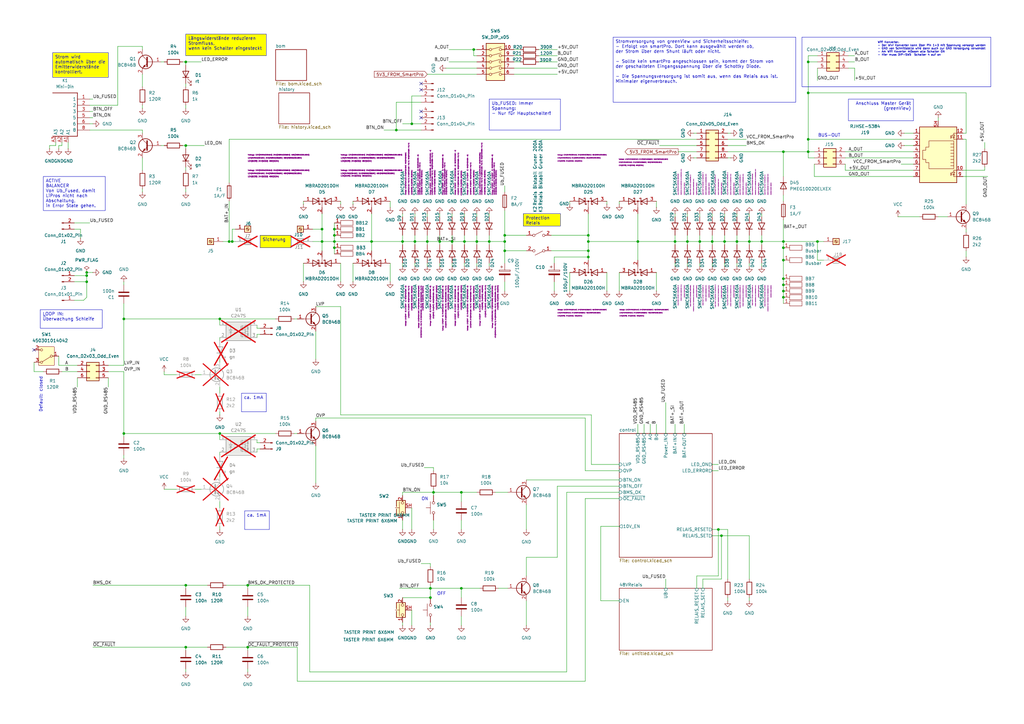
<source format=kicad_sch>
(kicad_sch
	(version 20250114)
	(generator "eeschema")
	(generator_version "9.0")
	(uuid "c138cc6a-756d-4318-83c4-a5413b81ee5f")
	(paper "A3")
	(lib_symbols
		(symbol "Connector:Conn_01x01_Pin"
			(pin_names
				(offset 1.016)
				(hide yes)
			)
			(exclude_from_sim no)
			(in_bom yes)
			(on_board yes)
			(property "Reference" "J"
				(at 0 2.54 0)
				(effects
					(font
						(size 1.27 1.27)
					)
				)
			)
			(property "Value" "Conn_01x01_Pin"
				(at 0 -2.54 0)
				(effects
					(font
						(size 1.27 1.27)
					)
				)
			)
			(property "Footprint" ""
				(at 0 0 0)
				(effects
					(font
						(size 1.27 1.27)
					)
					(hide yes)
				)
			)
			(property "Datasheet" "~"
				(at 0 0 0)
				(effects
					(font
						(size 1.27 1.27)
					)
					(hide yes)
				)
			)
			(property "Description" "Generic connector, single row, 01x01, script generated"
				(at 0 0 0)
				(effects
					(font
						(size 1.27 1.27)
					)
					(hide yes)
				)
			)
			(property "ki_locked" ""
				(at 0 0 0)
				(effects
					(font
						(size 1.27 1.27)
					)
				)
			)
			(property "ki_keywords" "connector"
				(at 0 0 0)
				(effects
					(font
						(size 1.27 1.27)
					)
					(hide yes)
				)
			)
			(property "ki_fp_filters" "Connector*:*_1x??_*"
				(at 0 0 0)
				(effects
					(font
						(size 1.27 1.27)
					)
					(hide yes)
				)
			)
			(symbol "Conn_01x01_Pin_1_1"
				(rectangle
					(start 0.8636 0.127)
					(end 0 -0.127)
					(stroke
						(width 0.1524)
						(type default)
					)
					(fill
						(type outline)
					)
				)
				(polyline
					(pts
						(xy 1.27 0) (xy 0.8636 0)
					)
					(stroke
						(width 0.1524)
						(type default)
					)
					(fill
						(type none)
					)
				)
				(pin passive line
					(at 5.08 0 180)
					(length 3.81)
					(name "Pin_1"
						(effects
							(font
								(size 1.27 1.27)
							)
						)
					)
					(number "1"
						(effects
							(font
								(size 1.27 1.27)
							)
						)
					)
				)
			)
			(embedded_fonts no)
		)
		(symbol "Connector:Conn_01x02_Pin"
			(pin_names
				(offset 1.016)
				(hide yes)
			)
			(exclude_from_sim no)
			(in_bom yes)
			(on_board yes)
			(property "Reference" "J"
				(at 0 2.54 0)
				(effects
					(font
						(size 1.27 1.27)
					)
				)
			)
			(property "Value" "Conn_01x02_Pin"
				(at 0 -5.08 0)
				(effects
					(font
						(size 1.27 1.27)
					)
				)
			)
			(property "Footprint" ""
				(at 0 0 0)
				(effects
					(font
						(size 1.27 1.27)
					)
					(hide yes)
				)
			)
			(property "Datasheet" "~"
				(at 0 0 0)
				(effects
					(font
						(size 1.27 1.27)
					)
					(hide yes)
				)
			)
			(property "Description" "Generic connector, single row, 01x02, script generated"
				(at 0 0 0)
				(effects
					(font
						(size 1.27 1.27)
					)
					(hide yes)
				)
			)
			(property "ki_locked" ""
				(at 0 0 0)
				(effects
					(font
						(size 1.27 1.27)
					)
				)
			)
			(property "ki_keywords" "connector"
				(at 0 0 0)
				(effects
					(font
						(size 1.27 1.27)
					)
					(hide yes)
				)
			)
			(property "ki_fp_filters" "Connector*:*_1x??_*"
				(at 0 0 0)
				(effects
					(font
						(size 1.27 1.27)
					)
					(hide yes)
				)
			)
			(symbol "Conn_01x02_Pin_1_1"
				(rectangle
					(start 0.8636 0.127)
					(end 0 -0.127)
					(stroke
						(width 0.1524)
						(type default)
					)
					(fill
						(type outline)
					)
				)
				(rectangle
					(start 0.8636 -2.413)
					(end 0 -2.667)
					(stroke
						(width 0.1524)
						(type default)
					)
					(fill
						(type outline)
					)
				)
				(polyline
					(pts
						(xy 1.27 0) (xy 0.8636 0)
					)
					(stroke
						(width 0.1524)
						(type default)
					)
					(fill
						(type none)
					)
				)
				(polyline
					(pts
						(xy 1.27 -2.54) (xy 0.8636 -2.54)
					)
					(stroke
						(width 0.1524)
						(type default)
					)
					(fill
						(type none)
					)
				)
				(pin passive line
					(at 5.08 0 180)
					(length 3.81)
					(name "Pin_1"
						(effects
							(font
								(size 1.27 1.27)
							)
						)
					)
					(number "1"
						(effects
							(font
								(size 1.27 1.27)
							)
						)
					)
				)
				(pin passive line
					(at 5.08 -2.54 180)
					(length 3.81)
					(name "Pin_2"
						(effects
							(font
								(size 1.27 1.27)
							)
						)
					)
					(number "2"
						(effects
							(font
								(size 1.27 1.27)
							)
						)
					)
				)
			)
			(embedded_fonts no)
		)
		(symbol "Connector:Conn_01x04_Pin"
			(pin_names
				(offset 1.016)
				(hide yes)
			)
			(exclude_from_sim no)
			(in_bom yes)
			(on_board yes)
			(property "Reference" "J"
				(at 0 5.08 0)
				(effects
					(font
						(size 1.27 1.27)
					)
				)
			)
			(property "Value" "Conn_01x04_Pin"
				(at 0 -7.62 0)
				(effects
					(font
						(size 1.27 1.27)
					)
				)
			)
			(property "Footprint" ""
				(at 0 0 0)
				(effects
					(font
						(size 1.27 1.27)
					)
					(hide yes)
				)
			)
			(property "Datasheet" "~"
				(at 0 0 0)
				(effects
					(font
						(size 1.27 1.27)
					)
					(hide yes)
				)
			)
			(property "Description" "Generic connector, single row, 01x04, script generated"
				(at 0 0 0)
				(effects
					(font
						(size 1.27 1.27)
					)
					(hide yes)
				)
			)
			(property "ki_locked" ""
				(at 0 0 0)
				(effects
					(font
						(size 1.27 1.27)
					)
				)
			)
			(property "ki_keywords" "connector"
				(at 0 0 0)
				(effects
					(font
						(size 1.27 1.27)
					)
					(hide yes)
				)
			)
			(property "ki_fp_filters" "Connector*:*_1x??_*"
				(at 0 0 0)
				(effects
					(font
						(size 1.27 1.27)
					)
					(hide yes)
				)
			)
			(symbol "Conn_01x04_Pin_1_1"
				(rectangle
					(start 0.8636 2.667)
					(end 0 2.413)
					(stroke
						(width 0.1524)
						(type default)
					)
					(fill
						(type outline)
					)
				)
				(rectangle
					(start 0.8636 0.127)
					(end 0 -0.127)
					(stroke
						(width 0.1524)
						(type default)
					)
					(fill
						(type outline)
					)
				)
				(rectangle
					(start 0.8636 -2.413)
					(end 0 -2.667)
					(stroke
						(width 0.1524)
						(type default)
					)
					(fill
						(type outline)
					)
				)
				(rectangle
					(start 0.8636 -4.953)
					(end 0 -5.207)
					(stroke
						(width 0.1524)
						(type default)
					)
					(fill
						(type outline)
					)
				)
				(polyline
					(pts
						(xy 1.27 2.54) (xy 0.8636 2.54)
					)
					(stroke
						(width 0.1524)
						(type default)
					)
					(fill
						(type none)
					)
				)
				(polyline
					(pts
						(xy 1.27 0) (xy 0.8636 0)
					)
					(stroke
						(width 0.1524)
						(type default)
					)
					(fill
						(type none)
					)
				)
				(polyline
					(pts
						(xy 1.27 -2.54) (xy 0.8636 -2.54)
					)
					(stroke
						(width 0.1524)
						(type default)
					)
					(fill
						(type none)
					)
				)
				(polyline
					(pts
						(xy 1.27 -5.08) (xy 0.8636 -5.08)
					)
					(stroke
						(width 0.1524)
						(type default)
					)
					(fill
						(type none)
					)
				)
				(pin passive line
					(at 5.08 2.54 180)
					(length 3.81)
					(name "Pin_1"
						(effects
							(font
								(size 1.27 1.27)
							)
						)
					)
					(number "1"
						(effects
							(font
								(size 1.27 1.27)
							)
						)
					)
				)
				(pin passive line
					(at 5.08 0 180)
					(length 3.81)
					(name "Pin_2"
						(effects
							(font
								(size 1.27 1.27)
							)
						)
					)
					(number "2"
						(effects
							(font
								(size 1.27 1.27)
							)
						)
					)
				)
				(pin passive line
					(at 5.08 -2.54 180)
					(length 3.81)
					(name "Pin_3"
						(effects
							(font
								(size 1.27 1.27)
							)
						)
					)
					(number "3"
						(effects
							(font
								(size 1.27 1.27)
							)
						)
					)
				)
				(pin passive line
					(at 5.08 -5.08 180)
					(length 3.81)
					(name "Pin_4"
						(effects
							(font
								(size 1.27 1.27)
							)
						)
					)
					(number "4"
						(effects
							(font
								(size 1.27 1.27)
							)
						)
					)
				)
			)
			(embedded_fonts no)
		)
		(symbol "Connector:RJ45_LED_Shielded"
			(pin_names
				(offset 1.016)
			)
			(exclude_from_sim no)
			(in_bom yes)
			(on_board yes)
			(property "Reference" "J"
				(at -5.08 13.97 0)
				(effects
					(font
						(size 1.27 1.27)
					)
					(justify right)
				)
			)
			(property "Value" "RJ45_LED_Shielded"
				(at 1.27 13.97 0)
				(effects
					(font
						(size 1.27 1.27)
					)
					(justify left)
				)
			)
			(property "Footprint" ""
				(at 0 0.635 90)
				(effects
					(font
						(size 1.27 1.27)
					)
					(hide yes)
				)
			)
			(property "Datasheet" "~"
				(at 0 0.635 90)
				(effects
					(font
						(size 1.27 1.27)
					)
					(hide yes)
				)
			)
			(property "Description" "RJ connector, 8P8C (8 positions 8 connected), two LEDs, Shielded"
				(at 0 0 0)
				(effects
					(font
						(size 1.27 1.27)
					)
					(hide yes)
				)
			)
			(property "ki_keywords" "8P8C RJ socket jack connector led"
				(at 0 0 0)
				(effects
					(font
						(size 1.27 1.27)
					)
					(hide yes)
				)
			)
			(property "ki_fp_filters" "8P8C* RJ45*"
				(at 0 0 0)
				(effects
					(font
						(size 1.27 1.27)
					)
					(hide yes)
				)
			)
			(symbol "RJ45_LED_Shielded_0_1"
				(polyline
					(pts
						(xy -7.62 10.16) (xy -6.35 10.16)
					)
					(stroke
						(width 0)
						(type default)
					)
					(fill
						(type none)
					)
				)
				(polyline
					(pts
						(xy -7.62 7.62) (xy -6.35 7.62)
					)
					(stroke
						(width 0)
						(type default)
					)
					(fill
						(type none)
					)
				)
				(polyline
					(pts
						(xy -7.62 -5.08) (xy -6.35 -5.08)
					)
					(stroke
						(width 0)
						(type default)
					)
					(fill
						(type none)
					)
				)
				(polyline
					(pts
						(xy -7.62 -7.62) (xy -6.35 -7.62)
					)
					(stroke
						(width 0)
						(type default)
					)
					(fill
						(type none)
					)
				)
				(polyline
					(pts
						(xy -6.858 9.398) (xy -5.842 9.398)
					)
					(stroke
						(width 0)
						(type default)
					)
					(fill
						(type none)
					)
				)
				(polyline
					(pts
						(xy -6.858 -5.842) (xy -5.842 -5.842)
					)
					(stroke
						(width 0)
						(type default)
					)
					(fill
						(type none)
					)
				)
				(polyline
					(pts
						(xy -6.35 10.16) (xy -6.35 9.398)
					)
					(stroke
						(width 0)
						(type default)
					)
					(fill
						(type none)
					)
				)
				(polyline
					(pts
						(xy -6.35 9.398) (xy -6.858 8.382) (xy -5.842 8.382) (xy -6.35 9.398)
					)
					(stroke
						(width 0)
						(type default)
					)
					(fill
						(type none)
					)
				)
				(polyline
					(pts
						(xy -6.35 7.62) (xy -6.35 8.382)
					)
					(stroke
						(width 0)
						(type default)
					)
					(fill
						(type none)
					)
				)
				(polyline
					(pts
						(xy -6.35 1.905) (xy -5.08 1.905) (xy -5.08 1.905)
					)
					(stroke
						(width 0)
						(type default)
					)
					(fill
						(type none)
					)
				)
				(polyline
					(pts
						(xy -6.35 0.635) (xy -5.08 0.635) (xy -5.08 0.635)
					)
					(stroke
						(width 0)
						(type default)
					)
					(fill
						(type none)
					)
				)
				(polyline
					(pts
						(xy -6.35 -0.635) (xy -5.08 -0.635) (xy -5.08 -0.635)
					)
					(stroke
						(width 0)
						(type default)
					)
					(fill
						(type none)
					)
				)
				(polyline
					(pts
						(xy -6.35 -1.905) (xy -5.08 -1.905) (xy -5.08 -1.905)
					)
					(stroke
						(width 0)
						(type default)
					)
					(fill
						(type none)
					)
				)
				(polyline
					(pts
						(xy -6.35 -3.175) (xy -5.08 -3.175) (xy -5.08 -3.175)
					)
					(stroke
						(width 0)
						(type default)
					)
					(fill
						(type none)
					)
				)
				(polyline
					(pts
						(xy -6.35 -4.445) (xy -6.35 6.985) (xy 3.81 6.985) (xy 3.81 4.445) (xy 5.08 4.445) (xy 5.08 3.175)
						(xy 6.35 3.175) (xy 6.35 -0.635) (xy 5.08 -0.635) (xy 5.08 -1.905) (xy 3.81 -1.905) (xy 3.81 -4.445)
						(xy -6.35 -4.445) (xy -6.35 -4.445)
					)
					(stroke
						(width 0)
						(type default)
					)
					(fill
						(type none)
					)
				)
				(polyline
					(pts
						(xy -6.35 -5.08) (xy -6.35 -5.842)
					)
					(stroke
						(width 0)
						(type default)
					)
					(fill
						(type none)
					)
				)
				(polyline
					(pts
						(xy -6.35 -5.842) (xy -6.858 -6.858) (xy -5.842 -6.858) (xy -6.35 -5.842)
					)
					(stroke
						(width 0)
						(type default)
					)
					(fill
						(type none)
					)
				)
				(polyline
					(pts
						(xy -6.35 -7.62) (xy -6.35 -6.858)
					)
					(stroke
						(width 0)
						(type default)
					)
					(fill
						(type none)
					)
				)
				(polyline
					(pts
						(xy -5.588 9.144) (xy -5.08 9.652) (xy -5.461 9.525)
					)
					(stroke
						(width 0)
						(type default)
					)
					(fill
						(type none)
					)
				)
				(polyline
					(pts
						(xy -5.588 8.509) (xy -5.08 9.017) (xy -5.461 8.89)
					)
					(stroke
						(width 0)
						(type default)
					)
					(fill
						(type none)
					)
				)
				(polyline
					(pts
						(xy -5.588 -6.096) (xy -5.08 -5.588) (xy -5.461 -5.715)
					)
					(stroke
						(width 0)
						(type default)
					)
					(fill
						(type none)
					)
				)
				(polyline
					(pts
						(xy -5.588 -6.731) (xy -5.08 -6.223) (xy -5.461 -6.35)
					)
					(stroke
						(width 0)
						(type default)
					)
					(fill
						(type none)
					)
				)
				(polyline
					(pts
						(xy -5.08 9.652) (xy -5.207 9.271)
					)
					(stroke
						(width 0)
						(type default)
					)
					(fill
						(type none)
					)
				)
				(polyline
					(pts
						(xy -5.08 9.017) (xy -5.207 8.636)
					)
					(stroke
						(width 0)
						(type default)
					)
					(fill
						(type none)
					)
				)
				(polyline
					(pts
						(xy -5.08 5.715) (xy -6.35 5.715)
					)
					(stroke
						(width 0)
						(type default)
					)
					(fill
						(type none)
					)
				)
				(polyline
					(pts
						(xy -5.08 4.445) (xy -6.35 4.445)
					)
					(stroke
						(width 0)
						(type default)
					)
					(fill
						(type none)
					)
				)
				(polyline
					(pts
						(xy -5.08 3.175) (xy -6.35 3.175) (xy -6.35 3.175)
					)
					(stroke
						(width 0)
						(type default)
					)
					(fill
						(type none)
					)
				)
				(polyline
					(pts
						(xy -5.08 -5.588) (xy -5.207 -5.969)
					)
					(stroke
						(width 0)
						(type default)
					)
					(fill
						(type none)
					)
				)
				(polyline
					(pts
						(xy -5.08 -6.223) (xy -5.207 -6.604)
					)
					(stroke
						(width 0)
						(type default)
					)
					(fill
						(type none)
					)
				)
				(rectangle
					(start 7.62 12.7)
					(end -7.62 -10.16)
					(stroke
						(width 0.254)
						(type default)
					)
					(fill
						(type background)
					)
				)
			)
			(symbol "RJ45_LED_Shielded_1_1"
				(pin passive line
					(at -10.16 10.16 0)
					(length 2.54)
					(name "~"
						(effects
							(font
								(size 1.27 1.27)
							)
						)
					)
					(number "9"
						(effects
							(font
								(size 1.27 1.27)
							)
						)
					)
				)
				(pin passive line
					(at -10.16 7.62 0)
					(length 2.54)
					(name "~"
						(effects
							(font
								(size 1.27 1.27)
							)
						)
					)
					(number "10"
						(effects
							(font
								(size 1.27 1.27)
							)
						)
					)
				)
				(pin passive line
					(at -10.16 -5.08 0)
					(length 2.54)
					(name "~"
						(effects
							(font
								(size 1.27 1.27)
							)
						)
					)
					(number "11"
						(effects
							(font
								(size 1.27 1.27)
							)
						)
					)
				)
				(pin passive line
					(at -10.16 -7.62 0)
					(length 2.54)
					(name "~"
						(effects
							(font
								(size 1.27 1.27)
							)
						)
					)
					(number "12"
						(effects
							(font
								(size 1.27 1.27)
							)
						)
					)
				)
				(pin passive line
					(at 0 -12.7 90)
					(length 2.54)
					(name "~"
						(effects
							(font
								(size 1.27 1.27)
							)
						)
					)
					(number "SH"
						(effects
							(font
								(size 1.27 1.27)
							)
						)
					)
				)
				(pin passive line
					(at 10.16 10.16 180)
					(length 2.54)
					(name "~"
						(effects
							(font
								(size 1.27 1.27)
							)
						)
					)
					(number "8"
						(effects
							(font
								(size 1.27 1.27)
							)
						)
					)
				)
				(pin passive line
					(at 10.16 7.62 180)
					(length 2.54)
					(name "~"
						(effects
							(font
								(size 1.27 1.27)
							)
						)
					)
					(number "7"
						(effects
							(font
								(size 1.27 1.27)
							)
						)
					)
				)
				(pin passive line
					(at 10.16 5.08 180)
					(length 2.54)
					(name "~"
						(effects
							(font
								(size 1.27 1.27)
							)
						)
					)
					(number "6"
						(effects
							(font
								(size 1.27 1.27)
							)
						)
					)
				)
				(pin passive line
					(at 10.16 2.54 180)
					(length 2.54)
					(name "~"
						(effects
							(font
								(size 1.27 1.27)
							)
						)
					)
					(number "5"
						(effects
							(font
								(size 1.27 1.27)
							)
						)
					)
				)
				(pin passive line
					(at 10.16 0 180)
					(length 2.54)
					(name "~"
						(effects
							(font
								(size 1.27 1.27)
							)
						)
					)
					(number "4"
						(effects
							(font
								(size 1.27 1.27)
							)
						)
					)
				)
				(pin passive line
					(at 10.16 -2.54 180)
					(length 2.54)
					(name "~"
						(effects
							(font
								(size 1.27 1.27)
							)
						)
					)
					(number "3"
						(effects
							(font
								(size 1.27 1.27)
							)
						)
					)
				)
				(pin passive line
					(at 10.16 -5.08 180)
					(length 2.54)
					(name "~"
						(effects
							(font
								(size 1.27 1.27)
							)
						)
					)
					(number "2"
						(effects
							(font
								(size 1.27 1.27)
							)
						)
					)
				)
				(pin passive line
					(at 10.16 -7.62 180)
					(length 2.54)
					(name "~"
						(effects
							(font
								(size 1.27 1.27)
							)
						)
					)
					(number "1"
						(effects
							(font
								(size 1.27 1.27)
							)
						)
					)
				)
			)
			(embedded_fonts no)
		)
		(symbol "Connector:Screw_Terminal_01x01"
			(pin_names
				(offset 1.016)
				(hide yes)
			)
			(exclude_from_sim no)
			(in_bom yes)
			(on_board yes)
			(property "Reference" "J"
				(at 0 2.54 0)
				(effects
					(font
						(size 1.27 1.27)
					)
				)
			)
			(property "Value" "Screw_Terminal_01x01"
				(at 0 -2.54 0)
				(effects
					(font
						(size 1.27 1.27)
					)
				)
			)
			(property "Footprint" ""
				(at 0 0 0)
				(effects
					(font
						(size 1.27 1.27)
					)
					(hide yes)
				)
			)
			(property "Datasheet" "~"
				(at 0 0 0)
				(effects
					(font
						(size 1.27 1.27)
					)
					(hide yes)
				)
			)
			(property "Description" "Generic screw terminal, single row, 01x01, script generated (kicad-library-utils/schlib/autogen/connector/)"
				(at 0 0 0)
				(effects
					(font
						(size 1.27 1.27)
					)
					(hide yes)
				)
			)
			(property "ki_keywords" "screw terminal"
				(at 0 0 0)
				(effects
					(font
						(size 1.27 1.27)
					)
					(hide yes)
				)
			)
			(property "ki_fp_filters" "TerminalBlock*:*"
				(at 0 0 0)
				(effects
					(font
						(size 1.27 1.27)
					)
					(hide yes)
				)
			)
			(symbol "Screw_Terminal_01x01_1_1"
				(rectangle
					(start -1.27 1.27)
					(end 1.27 -1.27)
					(stroke
						(width 0.254)
						(type default)
					)
					(fill
						(type background)
					)
				)
				(polyline
					(pts
						(xy -0.5334 0.3302) (xy 0.3302 -0.508)
					)
					(stroke
						(width 0.1524)
						(type default)
					)
					(fill
						(type none)
					)
				)
				(polyline
					(pts
						(xy -0.3556 0.508) (xy 0.508 -0.3302)
					)
					(stroke
						(width 0.1524)
						(type default)
					)
					(fill
						(type none)
					)
				)
				(circle
					(center 0 0)
					(radius 0.635)
					(stroke
						(width 0.1524)
						(type default)
					)
					(fill
						(type none)
					)
				)
				(pin passive line
					(at -5.08 0 0)
					(length 3.81)
					(name "Pin_1"
						(effects
							(font
								(size 1.27 1.27)
							)
						)
					)
					(number "1"
						(effects
							(font
								(size 1.27 1.27)
							)
						)
					)
				)
			)
			(embedded_fonts no)
		)
		(symbol "Connector_Generic:Conn_02x03_Odd_Even"
			(pin_names
				(offset 1.016)
				(hide yes)
			)
			(exclude_from_sim no)
			(in_bom yes)
			(on_board yes)
			(property "Reference" "J"
				(at 1.27 5.08 0)
				(effects
					(font
						(size 1.27 1.27)
					)
				)
			)
			(property "Value" "Conn_02x03_Odd_Even"
				(at 1.27 -5.08 0)
				(effects
					(font
						(size 1.27 1.27)
					)
				)
			)
			(property "Footprint" ""
				(at 0 0 0)
				(effects
					(font
						(size 1.27 1.27)
					)
					(hide yes)
				)
			)
			(property "Datasheet" "~"
				(at 0 0 0)
				(effects
					(font
						(size 1.27 1.27)
					)
					(hide yes)
				)
			)
			(property "Description" "Generic connector, double row, 02x03, odd/even pin numbering scheme (row 1 odd numbers, row 2 even numbers), script generated (kicad-library-utils/schlib/autogen/connector/)"
				(at 0 0 0)
				(effects
					(font
						(size 1.27 1.27)
					)
					(hide yes)
				)
			)
			(property "ki_keywords" "connector"
				(at 0 0 0)
				(effects
					(font
						(size 1.27 1.27)
					)
					(hide yes)
				)
			)
			(property "ki_fp_filters" "Connector*:*_2x??_*"
				(at 0 0 0)
				(effects
					(font
						(size 1.27 1.27)
					)
					(hide yes)
				)
			)
			(symbol "Conn_02x03_Odd_Even_1_1"
				(rectangle
					(start -1.27 3.81)
					(end 3.81 -3.81)
					(stroke
						(width 0.254)
						(type default)
					)
					(fill
						(type background)
					)
				)
				(rectangle
					(start -1.27 2.667)
					(end 0 2.413)
					(stroke
						(width 0.1524)
						(type default)
					)
					(fill
						(type none)
					)
				)
				(rectangle
					(start -1.27 0.127)
					(end 0 -0.127)
					(stroke
						(width 0.1524)
						(type default)
					)
					(fill
						(type none)
					)
				)
				(rectangle
					(start -1.27 -2.413)
					(end 0 -2.667)
					(stroke
						(width 0.1524)
						(type default)
					)
					(fill
						(type none)
					)
				)
				(rectangle
					(start 3.81 2.667)
					(end 2.54 2.413)
					(stroke
						(width 0.1524)
						(type default)
					)
					(fill
						(type none)
					)
				)
				(rectangle
					(start 3.81 0.127)
					(end 2.54 -0.127)
					(stroke
						(width 0.1524)
						(type default)
					)
					(fill
						(type none)
					)
				)
				(rectangle
					(start 3.81 -2.413)
					(end 2.54 -2.667)
					(stroke
						(width 0.1524)
						(type default)
					)
					(fill
						(type none)
					)
				)
				(pin passive line
					(at -5.08 2.54 0)
					(length 3.81)
					(name "Pin_1"
						(effects
							(font
								(size 1.27 1.27)
							)
						)
					)
					(number "1"
						(effects
							(font
								(size 1.27 1.27)
							)
						)
					)
				)
				(pin passive line
					(at -5.08 0 0)
					(length 3.81)
					(name "Pin_3"
						(effects
							(font
								(size 1.27 1.27)
							)
						)
					)
					(number "3"
						(effects
							(font
								(size 1.27 1.27)
							)
						)
					)
				)
				(pin passive line
					(at -5.08 -2.54 0)
					(length 3.81)
					(name "Pin_5"
						(effects
							(font
								(size 1.27 1.27)
							)
						)
					)
					(number "5"
						(effects
							(font
								(size 1.27 1.27)
							)
						)
					)
				)
				(pin passive line
					(at 7.62 2.54 180)
					(length 3.81)
					(name "Pin_2"
						(effects
							(font
								(size 1.27 1.27)
							)
						)
					)
					(number "2"
						(effects
							(font
								(size 1.27 1.27)
							)
						)
					)
				)
				(pin passive line
					(at 7.62 0 180)
					(length 3.81)
					(name "Pin_4"
						(effects
							(font
								(size 1.27 1.27)
							)
						)
					)
					(number "4"
						(effects
							(font
								(size 1.27 1.27)
							)
						)
					)
				)
				(pin passive line
					(at 7.62 -2.54 180)
					(length 3.81)
					(name "Pin_6"
						(effects
							(font
								(size 1.27 1.27)
							)
						)
					)
					(number "6"
						(effects
							(font
								(size 1.27 1.27)
							)
						)
					)
				)
			)
			(embedded_fonts no)
		)
		(symbol "Connector_Generic:Conn_02x05_Odd_Even"
			(pin_names
				(offset 1.016)
				(hide yes)
			)
			(exclude_from_sim no)
			(in_bom yes)
			(on_board yes)
			(property "Reference" "J"
				(at 1.27 7.62 0)
				(effects
					(font
						(size 1.27 1.27)
					)
				)
			)
			(property "Value" "Conn_02x05_Odd_Even"
				(at 1.27 -7.62 0)
				(effects
					(font
						(size 1.27 1.27)
					)
				)
			)
			(property "Footprint" ""
				(at 0 0 0)
				(effects
					(font
						(size 1.27 1.27)
					)
					(hide yes)
				)
			)
			(property "Datasheet" "~"
				(at 0 0 0)
				(effects
					(font
						(size 1.27 1.27)
					)
					(hide yes)
				)
			)
			(property "Description" "Generic connector, double row, 02x05, odd/even pin numbering scheme (row 1 odd numbers, row 2 even numbers), script generated (kicad-library-utils/schlib/autogen/connector/)"
				(at 0 0 0)
				(effects
					(font
						(size 1.27 1.27)
					)
					(hide yes)
				)
			)
			(property "ki_keywords" "connector"
				(at 0 0 0)
				(effects
					(font
						(size 1.27 1.27)
					)
					(hide yes)
				)
			)
			(property "ki_fp_filters" "Connector*:*_2x??_*"
				(at 0 0 0)
				(effects
					(font
						(size 1.27 1.27)
					)
					(hide yes)
				)
			)
			(symbol "Conn_02x05_Odd_Even_1_1"
				(rectangle
					(start -1.27 6.35)
					(end 3.81 -6.35)
					(stroke
						(width 0.254)
						(type default)
					)
					(fill
						(type background)
					)
				)
				(rectangle
					(start -1.27 5.207)
					(end 0 4.953)
					(stroke
						(width 0.1524)
						(type default)
					)
					(fill
						(type none)
					)
				)
				(rectangle
					(start -1.27 2.667)
					(end 0 2.413)
					(stroke
						(width 0.1524)
						(type default)
					)
					(fill
						(type none)
					)
				)
				(rectangle
					(start -1.27 0.127)
					(end 0 -0.127)
					(stroke
						(width 0.1524)
						(type default)
					)
					(fill
						(type none)
					)
				)
				(rectangle
					(start -1.27 -2.413)
					(end 0 -2.667)
					(stroke
						(width 0.1524)
						(type default)
					)
					(fill
						(type none)
					)
				)
				(rectangle
					(start -1.27 -4.953)
					(end 0 -5.207)
					(stroke
						(width 0.1524)
						(type default)
					)
					(fill
						(type none)
					)
				)
				(rectangle
					(start 3.81 5.207)
					(end 2.54 4.953)
					(stroke
						(width 0.1524)
						(type default)
					)
					(fill
						(type none)
					)
				)
				(rectangle
					(start 3.81 2.667)
					(end 2.54 2.413)
					(stroke
						(width 0.1524)
						(type default)
					)
					(fill
						(type none)
					)
				)
				(rectangle
					(start 3.81 0.127)
					(end 2.54 -0.127)
					(stroke
						(width 0.1524)
						(type default)
					)
					(fill
						(type none)
					)
				)
				(rectangle
					(start 3.81 -2.413)
					(end 2.54 -2.667)
					(stroke
						(width 0.1524)
						(type default)
					)
					(fill
						(type none)
					)
				)
				(rectangle
					(start 3.81 -4.953)
					(end 2.54 -5.207)
					(stroke
						(width 0.1524)
						(type default)
					)
					(fill
						(type none)
					)
				)
				(pin passive line
					(at -5.08 5.08 0)
					(length 3.81)
					(name "Pin_1"
						(effects
							(font
								(size 1.27 1.27)
							)
						)
					)
					(number "1"
						(effects
							(font
								(size 1.27 1.27)
							)
						)
					)
				)
				(pin passive line
					(at -5.08 2.54 0)
					(length 3.81)
					(name "Pin_3"
						(effects
							(font
								(size 1.27 1.27)
							)
						)
					)
					(number "3"
						(effects
							(font
								(size 1.27 1.27)
							)
						)
					)
				)
				(pin passive line
					(at -5.08 0 0)
					(length 3.81)
					(name "Pin_5"
						(effects
							(font
								(size 1.27 1.27)
							)
						)
					)
					(number "5"
						(effects
							(font
								(size 1.27 1.27)
							)
						)
					)
				)
				(pin passive line
					(at -5.08 -2.54 0)
					(length 3.81)
					(name "Pin_7"
						(effects
							(font
								(size 1.27 1.27)
							)
						)
					)
					(number "7"
						(effects
							(font
								(size 1.27 1.27)
							)
						)
					)
				)
				(pin passive line
					(at -5.08 -5.08 0)
					(length 3.81)
					(name "Pin_9"
						(effects
							(font
								(size 1.27 1.27)
							)
						)
					)
					(number "9"
						(effects
							(font
								(size 1.27 1.27)
							)
						)
					)
				)
				(pin passive line
					(at 7.62 5.08 180)
					(length 3.81)
					(name "Pin_2"
						(effects
							(font
								(size 1.27 1.27)
							)
						)
					)
					(number "2"
						(effects
							(font
								(size 1.27 1.27)
							)
						)
					)
				)
				(pin passive line
					(at 7.62 2.54 180)
					(length 3.81)
					(name "Pin_4"
						(effects
							(font
								(size 1.27 1.27)
							)
						)
					)
					(number "4"
						(effects
							(font
								(size 1.27 1.27)
							)
						)
					)
				)
				(pin passive line
					(at 7.62 0 180)
					(length 3.81)
					(name "Pin_6"
						(effects
							(font
								(size 1.27 1.27)
							)
						)
					)
					(number "6"
						(effects
							(font
								(size 1.27 1.27)
							)
						)
					)
				)
				(pin passive line
					(at 7.62 -2.54 180)
					(length 3.81)
					(name "Pin_8"
						(effects
							(font
								(size 1.27 1.27)
							)
						)
					)
					(number "8"
						(effects
							(font
								(size 1.27 1.27)
							)
						)
					)
				)
				(pin passive line
					(at 7.62 -5.08 180)
					(length 3.81)
					(name "Pin_10"
						(effects
							(font
								(size 1.27 1.27)
							)
						)
					)
					(number "10"
						(effects
							(font
								(size 1.27 1.27)
							)
						)
					)
				)
			)
			(embedded_fonts no)
		)
		(symbol "Device:C"
			(pin_numbers
				(hide yes)
			)
			(pin_names
				(offset 0.254)
			)
			(exclude_from_sim no)
			(in_bom yes)
			(on_board yes)
			(property "Reference" "C"
				(at 0.635 2.54 0)
				(effects
					(font
						(size 1.27 1.27)
					)
					(justify left)
				)
			)
			(property "Value" "C"
				(at 0.635 -2.54 0)
				(effects
					(font
						(size 1.27 1.27)
					)
					(justify left)
				)
			)
			(property "Footprint" ""
				(at 0.9652 -3.81 0)
				(effects
					(font
						(size 1.27 1.27)
					)
					(hide yes)
				)
			)
			(property "Datasheet" "~"
				(at 0 0 0)
				(effects
					(font
						(size 1.27 1.27)
					)
					(hide yes)
				)
			)
			(property "Description" "Unpolarized capacitor"
				(at 0 0 0)
				(effects
					(font
						(size 1.27 1.27)
					)
					(hide yes)
				)
			)
			(property "ki_keywords" "cap capacitor"
				(at 0 0 0)
				(effects
					(font
						(size 1.27 1.27)
					)
					(hide yes)
				)
			)
			(property "ki_fp_filters" "C_*"
				(at 0 0 0)
				(effects
					(font
						(size 1.27 1.27)
					)
					(hide yes)
				)
			)
			(symbol "C_0_1"
				(polyline
					(pts
						(xy -2.032 0.762) (xy 2.032 0.762)
					)
					(stroke
						(width 0.508)
						(type default)
					)
					(fill
						(type none)
					)
				)
				(polyline
					(pts
						(xy -2.032 -0.762) (xy 2.032 -0.762)
					)
					(stroke
						(width 0.508)
						(type default)
					)
					(fill
						(type none)
					)
				)
			)
			(symbol "C_1_1"
				(pin passive line
					(at 0 3.81 270)
					(length 2.794)
					(name "~"
						(effects
							(font
								(size 1.27 1.27)
							)
						)
					)
					(number "1"
						(effects
							(font
								(size 1.27 1.27)
							)
						)
					)
				)
				(pin passive line
					(at 0 -3.81 90)
					(length 2.794)
					(name "~"
						(effects
							(font
								(size 1.27 1.27)
							)
						)
					)
					(number "2"
						(effects
							(font
								(size 1.27 1.27)
							)
						)
					)
				)
			)
			(embedded_fonts no)
		)
		(symbol "Device:C_Polarized"
			(pin_numbers
				(hide yes)
			)
			(pin_names
				(offset 0.254)
			)
			(exclude_from_sim no)
			(in_bom yes)
			(on_board yes)
			(property "Reference" "C"
				(at 0.635 2.54 0)
				(effects
					(font
						(size 1.27 1.27)
					)
					(justify left)
				)
			)
			(property "Value" "C_Polarized"
				(at 0.635 -2.54 0)
				(effects
					(font
						(size 1.27 1.27)
					)
					(justify left)
				)
			)
			(property "Footprint" ""
				(at 0.9652 -3.81 0)
				(effects
					(font
						(size 1.27 1.27)
					)
					(hide yes)
				)
			)
			(property "Datasheet" "~"
				(at 0 0 0)
				(effects
					(font
						(size 1.27 1.27)
					)
					(hide yes)
				)
			)
			(property "Description" "Polarized capacitor"
				(at 0 0 0)
				(effects
					(font
						(size 1.27 1.27)
					)
					(hide yes)
				)
			)
			(property "ki_keywords" "cap capacitor"
				(at 0 0 0)
				(effects
					(font
						(size 1.27 1.27)
					)
					(hide yes)
				)
			)
			(property "ki_fp_filters" "CP_*"
				(at 0 0 0)
				(effects
					(font
						(size 1.27 1.27)
					)
					(hide yes)
				)
			)
			(symbol "C_Polarized_0_1"
				(rectangle
					(start -2.286 0.508)
					(end 2.286 1.016)
					(stroke
						(width 0)
						(type default)
					)
					(fill
						(type none)
					)
				)
				(polyline
					(pts
						(xy -1.778 2.286) (xy -0.762 2.286)
					)
					(stroke
						(width 0)
						(type default)
					)
					(fill
						(type none)
					)
				)
				(polyline
					(pts
						(xy -1.27 2.794) (xy -1.27 1.778)
					)
					(stroke
						(width 0)
						(type default)
					)
					(fill
						(type none)
					)
				)
				(rectangle
					(start 2.286 -0.508)
					(end -2.286 -1.016)
					(stroke
						(width 0)
						(type default)
					)
					(fill
						(type outline)
					)
				)
			)
			(symbol "C_Polarized_1_1"
				(pin passive line
					(at 0 3.81 270)
					(length 2.794)
					(name "~"
						(effects
							(font
								(size 1.27 1.27)
							)
						)
					)
					(number "1"
						(effects
							(font
								(size 1.27 1.27)
							)
						)
					)
				)
				(pin passive line
					(at 0 -3.81 90)
					(length 2.794)
					(name "~"
						(effects
							(font
								(size 1.27 1.27)
							)
						)
					)
					(number "2"
						(effects
							(font
								(size 1.27 1.27)
							)
						)
					)
				)
			)
			(embedded_fonts no)
		)
		(symbol "Device:D"
			(pin_numbers
				(hide yes)
			)
			(pin_names
				(offset 1.016)
				(hide yes)
			)
			(exclude_from_sim no)
			(in_bom yes)
			(on_board yes)
			(property "Reference" "D"
				(at 0 2.54 0)
				(effects
					(font
						(size 1.27 1.27)
					)
				)
			)
			(property "Value" "D"
				(at 0 -2.54 0)
				(effects
					(font
						(size 1.27 1.27)
					)
				)
			)
			(property "Footprint" ""
				(at 0 0 0)
				(effects
					(font
						(size 1.27 1.27)
					)
					(hide yes)
				)
			)
			(property "Datasheet" "~"
				(at 0 0 0)
				(effects
					(font
						(size 1.27 1.27)
					)
					(hide yes)
				)
			)
			(property "Description" "Diode"
				(at 0 0 0)
				(effects
					(font
						(size 1.27 1.27)
					)
					(hide yes)
				)
			)
			(property "Sim.Device" "D"
				(at 0 0 0)
				(effects
					(font
						(size 1.27 1.27)
					)
					(hide yes)
				)
			)
			(property "Sim.Pins" "1=K 2=A"
				(at 0 0 0)
				(effects
					(font
						(size 1.27 1.27)
					)
					(hide yes)
				)
			)
			(property "ki_keywords" "diode"
				(at 0 0 0)
				(effects
					(font
						(size 1.27 1.27)
					)
					(hide yes)
				)
			)
			(property "ki_fp_filters" "TO-???* *_Diode_* *SingleDiode* D_*"
				(at 0 0 0)
				(effects
					(font
						(size 1.27 1.27)
					)
					(hide yes)
				)
			)
			(symbol "D_0_1"
				(polyline
					(pts
						(xy -1.27 1.27) (xy -1.27 -1.27)
					)
					(stroke
						(width 0.254)
						(type default)
					)
					(fill
						(type none)
					)
				)
				(polyline
					(pts
						(xy 1.27 1.27) (xy 1.27 -1.27) (xy -1.27 0) (xy 1.27 1.27)
					)
					(stroke
						(width 0.254)
						(type default)
					)
					(fill
						(type none)
					)
				)
				(polyline
					(pts
						(xy 1.27 0) (xy -1.27 0)
					)
					(stroke
						(width 0)
						(type default)
					)
					(fill
						(type none)
					)
				)
			)
			(symbol "D_1_1"
				(pin passive line
					(at -3.81 0 0)
					(length 2.54)
					(name "K"
						(effects
							(font
								(size 1.27 1.27)
							)
						)
					)
					(number "1"
						(effects
							(font
								(size 1.27 1.27)
							)
						)
					)
				)
				(pin passive line
					(at 3.81 0 180)
					(length 2.54)
					(name "A"
						(effects
							(font
								(size 1.27 1.27)
							)
						)
					)
					(number "2"
						(effects
							(font
								(size 1.27 1.27)
							)
						)
					)
				)
			)
			(embedded_fonts no)
		)
		(symbol "Device:D_Schottky_Dual_CommonCathode_AKA"
			(pin_names
				(offset 0.762)
				(hide yes)
			)
			(exclude_from_sim no)
			(in_bom yes)
			(on_board yes)
			(property "Reference" "D"
				(at 1.27 -2.54 0)
				(effects
					(font
						(size 1.27 1.27)
					)
				)
			)
			(property "Value" "D_Schottky_Dual_CommonCathode_AKA"
				(at 0 2.54 0)
				(effects
					(font
						(size 1.27 1.27)
					)
				)
			)
			(property "Footprint" ""
				(at 0 0 0)
				(effects
					(font
						(size 1.27 1.27)
					)
					(hide yes)
				)
			)
			(property "Datasheet" "~"
				(at 0 0 0)
				(effects
					(font
						(size 1.27 1.27)
					)
					(hide yes)
				)
			)
			(property "Description" "Dual Schottky diode, common cathode on pin 2"
				(at 0 0 0)
				(effects
					(font
						(size 1.27 1.27)
					)
					(hide yes)
				)
			)
			(property "ki_keywords" "diode"
				(at 0 0 0)
				(effects
					(font
						(size 1.27 1.27)
					)
					(hide yes)
				)
			)
			(symbol "D_Schottky_Dual_CommonCathode_AKA_0_1"
				(polyline
					(pts
						(xy -3.81 1.27) (xy -1.27 0) (xy -3.81 -1.27) (xy -3.81 1.27) (xy -3.81 1.27) (xy -3.81 1.27)
					)
					(stroke
						(width 0.254)
						(type default)
					)
					(fill
						(type none)
					)
				)
				(polyline
					(pts
						(xy -1.778 1.016) (xy -1.778 1.27) (xy -1.27 1.27) (xy -1.27 1.27) (xy -1.27 1.27)
					)
					(stroke
						(width 0.254)
						(type default)
					)
					(fill
						(type none)
					)
				)
				(polyline
					(pts
						(xy -1.27 -1.27) (xy -1.27 1.27) (xy -1.27 1.27)
					)
					(stroke
						(width 0.254)
						(type default)
					)
					(fill
						(type none)
					)
				)
				(polyline
					(pts
						(xy -1.27 -1.27) (xy -0.762 -1.27) (xy -0.762 -1.016) (xy -0.762 -1.016)
					)
					(stroke
						(width 0.254)
						(type default)
					)
					(fill
						(type none)
					)
				)
				(polyline
					(pts
						(xy 0 0) (xy 0 -2.54)
					)
					(stroke
						(width 0)
						(type default)
					)
					(fill
						(type none)
					)
				)
				(circle
					(center 0 0)
					(radius 0.254)
					(stroke
						(width 0)
						(type default)
					)
					(fill
						(type outline)
					)
				)
				(polyline
					(pts
						(xy 1.27 1.27) (xy 0.762 1.27) (xy 0.762 1.016) (xy 0.762 1.016)
					)
					(stroke
						(width 0.254)
						(type default)
					)
					(fill
						(type none)
					)
				)
				(polyline
					(pts
						(xy 1.27 -1.27) (xy 1.27 1.27) (xy 1.27 1.27)
					)
					(stroke
						(width 0.254)
						(type default)
					)
					(fill
						(type none)
					)
				)
				(polyline
					(pts
						(xy 1.27 -1.27) (xy 1.778 -1.27) (xy 1.778 -1.016) (xy 1.778 -1.016)
					)
					(stroke
						(width 0.254)
						(type default)
					)
					(fill
						(type none)
					)
				)
				(polyline
					(pts
						(xy 3.81 0) (xy -3.81 0)
					)
					(stroke
						(width 0)
						(type default)
					)
					(fill
						(type none)
					)
				)
				(polyline
					(pts
						(xy 3.81 -1.27) (xy 1.27 0) (xy 3.81 1.27) (xy 3.81 -1.27) (xy 3.81 -1.27) (xy 3.81 -1.27)
					)
					(stroke
						(width 0.254)
						(type default)
					)
					(fill
						(type none)
					)
				)
				(pin passive line
					(at -7.62 0 0)
					(length 3.81)
					(name "A"
						(effects
							(font
								(size 1.27 1.27)
							)
						)
					)
					(number "1"
						(effects
							(font
								(size 1.27 1.27)
							)
						)
					)
				)
				(pin passive line
					(at 0 -5.08 90)
					(length 2.54)
					(name "K"
						(effects
							(font
								(size 1.27 1.27)
							)
						)
					)
					(number "2"
						(effects
							(font
								(size 1.27 1.27)
							)
						)
					)
				)
				(pin passive line
					(at 7.62 0 180)
					(length 3.81)
					(name "A"
						(effects
							(font
								(size 1.27 1.27)
							)
						)
					)
					(number "3"
						(effects
							(font
								(size 1.27 1.27)
							)
						)
					)
				)
			)
			(embedded_fonts no)
		)
		(symbol "Device:Fuse"
			(pin_numbers
				(hide yes)
			)
			(pin_names
				(offset 0)
			)
			(exclude_from_sim no)
			(in_bom yes)
			(on_board yes)
			(property "Reference" "F"
				(at 2.032 0 90)
				(effects
					(font
						(size 1.27 1.27)
					)
				)
			)
			(property "Value" "Fuse"
				(at -1.905 0 90)
				(effects
					(font
						(size 1.27 1.27)
					)
				)
			)
			(property "Footprint" ""
				(at -1.778 0 90)
				(effects
					(font
						(size 1.27 1.27)
					)
					(hide yes)
				)
			)
			(property "Datasheet" "~"
				(at 0 0 0)
				(effects
					(font
						(size 1.27 1.27)
					)
					(hide yes)
				)
			)
			(property "Description" "Fuse"
				(at 0 0 0)
				(effects
					(font
						(size 1.27 1.27)
					)
					(hide yes)
				)
			)
			(property "ki_keywords" "fuse"
				(at 0 0 0)
				(effects
					(font
						(size 1.27 1.27)
					)
					(hide yes)
				)
			)
			(property "ki_fp_filters" "*Fuse*"
				(at 0 0 0)
				(effects
					(font
						(size 1.27 1.27)
					)
					(hide yes)
				)
			)
			(symbol "Fuse_0_1"
				(rectangle
					(start -0.762 -2.54)
					(end 0.762 2.54)
					(stroke
						(width 0.254)
						(type default)
					)
					(fill
						(type none)
					)
				)
				(polyline
					(pts
						(xy 0 2.54) (xy 0 -2.54)
					)
					(stroke
						(width 0)
						(type default)
					)
					(fill
						(type none)
					)
				)
			)
			(symbol "Fuse_1_1"
				(pin passive line
					(at 0 3.81 270)
					(length 1.27)
					(name "~"
						(effects
							(font
								(size 1.27 1.27)
							)
						)
					)
					(number "1"
						(effects
							(font
								(size 1.27 1.27)
							)
						)
					)
				)
				(pin passive line
					(at 0 -3.81 90)
					(length 1.27)
					(name "~"
						(effects
							(font
								(size 1.27 1.27)
							)
						)
					)
					(number "2"
						(effects
							(font
								(size 1.27 1.27)
							)
						)
					)
				)
			)
			(embedded_fonts no)
		)
		(symbol "Device:LED"
			(pin_numbers
				(hide yes)
			)
			(pin_names
				(offset 1.016)
				(hide yes)
			)
			(exclude_from_sim no)
			(in_bom yes)
			(on_board yes)
			(property "Reference" "D"
				(at 0 2.54 0)
				(effects
					(font
						(size 1.27 1.27)
					)
				)
			)
			(property "Value" "LED"
				(at 0 -2.54 0)
				(effects
					(font
						(size 1.27 1.27)
					)
				)
			)
			(property "Footprint" ""
				(at 0 0 0)
				(effects
					(font
						(size 1.27 1.27)
					)
					(hide yes)
				)
			)
			(property "Datasheet" "~"
				(at 0 0 0)
				(effects
					(font
						(size 1.27 1.27)
					)
					(hide yes)
				)
			)
			(property "Description" "Light emitting diode"
				(at 0 0 0)
				(effects
					(font
						(size 1.27 1.27)
					)
					(hide yes)
				)
			)
			(property "Sim.Pins" "1=K 2=A"
				(at 0 0 0)
				(effects
					(font
						(size 1.27 1.27)
					)
					(hide yes)
				)
			)
			(property "ki_keywords" "LED diode"
				(at 0 0 0)
				(effects
					(font
						(size 1.27 1.27)
					)
					(hide yes)
				)
			)
			(property "ki_fp_filters" "LED* LED_SMD:* LED_THT:*"
				(at 0 0 0)
				(effects
					(font
						(size 1.27 1.27)
					)
					(hide yes)
				)
			)
			(symbol "LED_0_1"
				(polyline
					(pts
						(xy -3.048 -0.762) (xy -4.572 -2.286) (xy -3.81 -2.286) (xy -4.572 -2.286) (xy -4.572 -1.524)
					)
					(stroke
						(width 0)
						(type default)
					)
					(fill
						(type none)
					)
				)
				(polyline
					(pts
						(xy -1.778 -0.762) (xy -3.302 -2.286) (xy -2.54 -2.286) (xy -3.302 -2.286) (xy -3.302 -1.524)
					)
					(stroke
						(width 0)
						(type default)
					)
					(fill
						(type none)
					)
				)
				(polyline
					(pts
						(xy -1.27 0) (xy 1.27 0)
					)
					(stroke
						(width 0)
						(type default)
					)
					(fill
						(type none)
					)
				)
				(polyline
					(pts
						(xy -1.27 -1.27) (xy -1.27 1.27)
					)
					(stroke
						(width 0.254)
						(type default)
					)
					(fill
						(type none)
					)
				)
				(polyline
					(pts
						(xy 1.27 -1.27) (xy 1.27 1.27) (xy -1.27 0) (xy 1.27 -1.27)
					)
					(stroke
						(width 0.254)
						(type default)
					)
					(fill
						(type none)
					)
				)
			)
			(symbol "LED_1_1"
				(pin passive line
					(at -3.81 0 0)
					(length 2.54)
					(name "K"
						(effects
							(font
								(size 1.27 1.27)
							)
						)
					)
					(number "1"
						(effects
							(font
								(size 1.27 1.27)
							)
						)
					)
				)
				(pin passive line
					(at 3.81 0 180)
					(length 2.54)
					(name "A"
						(effects
							(font
								(size 1.27 1.27)
							)
						)
					)
					(number "2"
						(effects
							(font
								(size 1.27 1.27)
							)
						)
					)
				)
			)
			(embedded_fonts no)
		)
		(symbol "Device:R"
			(pin_numbers
				(hide yes)
			)
			(pin_names
				(offset 0)
			)
			(exclude_from_sim no)
			(in_bom yes)
			(on_board yes)
			(property "Reference" "R"
				(at 2.032 0 90)
				(effects
					(font
						(size 1.27 1.27)
					)
				)
			)
			(property "Value" "R"
				(at 0 0 90)
				(effects
					(font
						(size 1.27 1.27)
					)
				)
			)
			(property "Footprint" ""
				(at -1.778 0 90)
				(effects
					(font
						(size 1.27 1.27)
					)
					(hide yes)
				)
			)
			(property "Datasheet" "~"
				(at 0 0 0)
				(effects
					(font
						(size 1.27 1.27)
					)
					(hide yes)
				)
			)
			(property "Description" "Resistor"
				(at 0 0 0)
				(effects
					(font
						(size 1.27 1.27)
					)
					(hide yes)
				)
			)
			(property "ki_keywords" "R res resistor"
				(at 0 0 0)
				(effects
					(font
						(size 1.27 1.27)
					)
					(hide yes)
				)
			)
			(property "ki_fp_filters" "R_*"
				(at 0 0 0)
				(effects
					(font
						(size 1.27 1.27)
					)
					(hide yes)
				)
			)
			(symbol "R_0_1"
				(rectangle
					(start -1.016 -2.54)
					(end 1.016 2.54)
					(stroke
						(width 0.254)
						(type default)
					)
					(fill
						(type none)
					)
				)
			)
			(symbol "R_1_1"
				(pin passive line
					(at 0 3.81 270)
					(length 1.27)
					(name "~"
						(effects
							(font
								(size 1.27 1.27)
							)
						)
					)
					(number "1"
						(effects
							(font
								(size 1.27 1.27)
							)
						)
					)
				)
				(pin passive line
					(at 0 -3.81 90)
					(length 1.27)
					(name "~"
						(effects
							(font
								(size 1.27 1.27)
							)
						)
					)
					(number "2"
						(effects
							(font
								(size 1.27 1.27)
							)
						)
					)
				)
			)
			(embedded_fonts no)
		)
		(symbol "Diode:1.5SMCxxA"
			(pin_numbers
				(hide yes)
			)
			(pin_names
				(offset 1.016)
				(hide yes)
			)
			(exclude_from_sim no)
			(in_bom yes)
			(on_board yes)
			(property "Reference" "D"
				(at 0 2.54 0)
				(effects
					(font
						(size 1.27 1.27)
					)
				)
			)
			(property "Value" "1.5SMCxxA"
				(at 0 -2.54 0)
				(effects
					(font
						(size 1.27 1.27)
					)
				)
			)
			(property "Footprint" "Diode_SMD:D_SMC"
				(at 0 -5.08 0)
				(effects
					(font
						(size 1.27 1.27)
					)
					(hide yes)
				)
			)
			(property "Datasheet" "https://www.vishay.com/docs/88303/15smc.pdf"
				(at -1.27 0 0)
				(effects
					(font
						(size 1.27 1.27)
					)
					(hide yes)
				)
			)
			(property "Description" "1500W unidirectional TVS diode, SMC (DO-201AB)"
				(at 0 0 0)
				(effects
					(font
						(size 1.27 1.27)
					)
					(hide yes)
				)
			)
			(property "ki_keywords" "transient voltage suppressor TRANSZORB®"
				(at 0 0 0)
				(effects
					(font
						(size 1.27 1.27)
					)
					(hide yes)
				)
			)
			(property "ki_fp_filters" "D?SMC*"
				(at 0 0 0)
				(effects
					(font
						(size 1.27 1.27)
					)
					(hide yes)
				)
			)
			(symbol "1.5SMCxxA_0_1"
				(polyline
					(pts
						(xy -0.762 1.27) (xy -1.27 1.27) (xy -1.27 -1.27)
					)
					(stroke
						(width 0.254)
						(type default)
					)
					(fill
						(type none)
					)
				)
				(polyline
					(pts
						(xy 1.27 1.27) (xy 1.27 -1.27) (xy -1.27 0) (xy 1.27 1.27)
					)
					(stroke
						(width 0.254)
						(type default)
					)
					(fill
						(type none)
					)
				)
			)
			(symbol "1.5SMCxxA_1_1"
				(pin passive line
					(at -3.81 0 0)
					(length 2.54)
					(name "A1"
						(effects
							(font
								(size 1.27 1.27)
							)
						)
					)
					(number "1"
						(effects
							(font
								(size 1.27 1.27)
							)
						)
					)
				)
				(pin passive line
					(at 3.81 0 180)
					(length 2.54)
					(name "A2"
						(effects
							(font
								(size 1.27 1.27)
							)
						)
					)
					(number "2"
						(effects
							(font
								(size 1.27 1.27)
							)
						)
					)
				)
			)
			(embedded_fonts no)
		)
		(symbol "Relay_SolidState:ASSR-1218"
			(exclude_from_sim no)
			(in_bom yes)
			(on_board yes)
			(property "Reference" "U"
				(at -5.08 5.08 0)
				(effects
					(font
						(size 1.27 1.27)
					)
					(justify left)
				)
			)
			(property "Value" "ASSR-1218"
				(at 0 5.08 0)
				(effects
					(font
						(size 1.27 1.27)
					)
					(justify left)
				)
			)
			(property "Footprint" "Package_SO:SO-4_4.4x4.3mm_P2.54mm"
				(at -5.08 -5.08 0)
				(effects
					(font
						(size 1.27 1.27)
						(italic yes)
					)
					(justify left)
					(hide yes)
				)
			)
			(property "Datasheet" "https://docs.broadcom.com/docs/AV02-0173EN"
				(at 0 0 0)
				(effects
					(font
						(size 1.27 1.27)
					)
					(justify left)
					(hide yes)
				)
			)
			(property "Description" "Form A, Solid State Relay (Photo MOSFET) 60V, 0.2A, 10Ohm, SO-4"
				(at 0 0 0)
				(effects
					(font
						(size 1.27 1.27)
					)
					(hide yes)
				)
			)
			(property "ki_keywords" "MOSFET Output Photorelay 1-Form-A"
				(at 0 0 0)
				(effects
					(font
						(size 1.27 1.27)
					)
					(hide yes)
				)
			)
			(property "ki_fp_filters" "SO*4.4x4.3mm*P2.54mm*"
				(at 0 0 0)
				(effects
					(font
						(size 1.27 1.27)
					)
					(hide yes)
				)
			)
			(symbol "ASSR-1218_0_1"
				(rectangle
					(start -5.08 3.81)
					(end 5.08 -3.81)
					(stroke
						(width 0.254)
						(type default)
					)
					(fill
						(type background)
					)
				)
				(polyline
					(pts
						(xy -5.08 2.54) (xy -3.175 2.54) (xy -3.175 -2.54) (xy -5.08 -2.54)
					)
					(stroke
						(width 0)
						(type default)
					)
					(fill
						(type none)
					)
				)
				(polyline
					(pts
						(xy -3.81 -0.635) (xy -2.54 -0.635)
					)
					(stroke
						(width 0)
						(type default)
					)
					(fill
						(type none)
					)
				)
				(polyline
					(pts
						(xy -3.175 -0.635) (xy -3.81 0.635) (xy -2.54 0.635) (xy -3.175 -0.635)
					)
					(stroke
						(width 0)
						(type default)
					)
					(fill
						(type none)
					)
				)
				(polyline
					(pts
						(xy -1.905 0.508) (xy -0.635 0.508) (xy -1.016 0.381) (xy -1.016 0.635) (xy -0.635 0.508)
					)
					(stroke
						(width 0)
						(type default)
					)
					(fill
						(type none)
					)
				)
				(polyline
					(pts
						(xy -1.905 -0.508) (xy -0.635 -0.508) (xy -1.016 -0.635) (xy -1.016 -0.381) (xy -0.635 -0.508)
					)
					(stroke
						(width 0)
						(type default)
					)
					(fill
						(type none)
					)
				)
				(polyline
					(pts
						(xy 1.016 2.159) (xy 1.016 0.635)
					)
					(stroke
						(width 0.2032)
						(type default)
					)
					(fill
						(type none)
					)
				)
				(polyline
					(pts
						(xy 1.016 -0.635) (xy 1.016 -2.159)
					)
					(stroke
						(width 0.2032)
						(type default)
					)
					(fill
						(type none)
					)
				)
				(polyline
					(pts
						(xy 1.524 2.286) (xy 1.524 2.032) (xy 1.524 2.032)
					)
					(stroke
						(width 0.3556)
						(type default)
					)
					(fill
						(type none)
					)
				)
				(polyline
					(pts
						(xy 1.524 1.524) (xy 1.524 1.27) (xy 1.524 1.27)
					)
					(stroke
						(width 0.3556)
						(type default)
					)
					(fill
						(type none)
					)
				)
				(polyline
					(pts
						(xy 1.524 0.762) (xy 1.524 0.508) (xy 1.524 0.508)
					)
					(stroke
						(width 0.3556)
						(type default)
					)
					(fill
						(type none)
					)
				)
				(polyline
					(pts
						(xy 1.524 -0.508) (xy 1.524 -0.762)
					)
					(stroke
						(width 0.3556)
						(type default)
					)
					(fill
						(type none)
					)
				)
				(polyline
					(pts
						(xy 1.524 -1.27) (xy 1.524 -1.524) (xy 1.524 -1.524)
					)
					(stroke
						(width 0.3556)
						(type default)
					)
					(fill
						(type none)
					)
				)
				(polyline
					(pts
						(xy 1.524 -2.032) (xy 1.524 -2.286) (xy 1.524 -2.286)
					)
					(stroke
						(width 0.3556)
						(type default)
					)
					(fill
						(type none)
					)
				)
				(polyline
					(pts
						(xy 1.651 2.159) (xy 2.794 2.159) (xy 2.794 2.54) (xy 5.08 2.54)
					)
					(stroke
						(width 0)
						(type default)
					)
					(fill
						(type none)
					)
				)
				(polyline
					(pts
						(xy 1.651 1.397) (xy 2.794 1.397) (xy 2.794 0.635)
					)
					(stroke
						(width 0)
						(type default)
					)
					(fill
						(type none)
					)
				)
				(polyline
					(pts
						(xy 1.651 -0.635) (xy 2.794 -0.635) (xy 2.794 0.635) (xy 1.651 0.635)
					)
					(stroke
						(width 0)
						(type default)
					)
					(fill
						(type none)
					)
				)
				(polyline
					(pts
						(xy 1.651 -1.397) (xy 2.794 -1.397) (xy 2.794 -0.635)
					)
					(stroke
						(width 0)
						(type default)
					)
					(fill
						(type none)
					)
				)
				(polyline
					(pts
						(xy 1.651 -2.159) (xy 2.794 -2.159) (xy 2.794 -2.54) (xy 5.08 -2.54)
					)
					(stroke
						(width 0)
						(type default)
					)
					(fill
						(type none)
					)
				)
				(polyline
					(pts
						(xy 1.778 1.397) (xy 2.286 1.524) (xy 2.286 1.27) (xy 1.778 1.397)
					)
					(stroke
						(width 0)
						(type default)
					)
					(fill
						(type none)
					)
				)
				(polyline
					(pts
						(xy 1.778 -1.397) (xy 2.286 -1.27) (xy 2.286 -1.524) (xy 1.778 -1.397)
					)
					(stroke
						(width 0)
						(type default)
					)
					(fill
						(type none)
					)
				)
				(circle
					(center 2.794 0.635)
					(radius 0.127)
					(stroke
						(width 0)
						(type default)
					)
					(fill
						(type none)
					)
				)
				(polyline
					(pts
						(xy 2.794 0) (xy 3.81 0)
					)
					(stroke
						(width 0)
						(type default)
					)
					(fill
						(type none)
					)
				)
				(circle
					(center 2.794 0)
					(radius 0.127)
					(stroke
						(width 0)
						(type default)
					)
					(fill
						(type none)
					)
				)
				(circle
					(center 2.794 -0.635)
					(radius 0.127)
					(stroke
						(width 0)
						(type default)
					)
					(fill
						(type none)
					)
				)
				(polyline
					(pts
						(xy 3.429 1.651) (xy 4.191 1.651)
					)
					(stroke
						(width 0)
						(type default)
					)
					(fill
						(type none)
					)
				)
				(polyline
					(pts
						(xy 3.429 -1.651) (xy 4.191 -1.651)
					)
					(stroke
						(width 0)
						(type default)
					)
					(fill
						(type none)
					)
				)
				(circle
					(center 3.81 2.54)
					(radius 0.127)
					(stroke
						(width 0)
						(type default)
					)
					(fill
						(type none)
					)
				)
				(polyline
					(pts
						(xy 3.81 1.651) (xy 3.429 0.889) (xy 4.191 0.889) (xy 3.81 1.651)
					)
					(stroke
						(width 0)
						(type default)
					)
					(fill
						(type none)
					)
				)
				(circle
					(center 3.81 0)
					(radius 0.127)
					(stroke
						(width 0)
						(type default)
					)
					(fill
						(type none)
					)
				)
				(polyline
					(pts
						(xy 3.81 -1.651) (xy 3.429 -0.889) (xy 4.191 -0.889) (xy 3.81 -1.651)
					)
					(stroke
						(width 0)
						(type default)
					)
					(fill
						(type none)
					)
				)
				(polyline
					(pts
						(xy 3.81 -2.54) (xy 3.81 2.54)
					)
					(stroke
						(width 0)
						(type default)
					)
					(fill
						(type none)
					)
				)
				(circle
					(center 3.81 -2.54)
					(radius 0.127)
					(stroke
						(width 0)
						(type default)
					)
					(fill
						(type none)
					)
				)
			)
			(symbol "ASSR-1218_1_1"
				(pin passive line
					(at -7.62 2.54 0)
					(length 2.54)
					(name "~"
						(effects
							(font
								(size 1.27 1.27)
							)
						)
					)
					(number "1"
						(effects
							(font
								(size 1.27 1.27)
							)
						)
					)
				)
				(pin passive line
					(at -7.62 -2.54 0)
					(length 2.54)
					(name "~"
						(effects
							(font
								(size 1.27 1.27)
							)
						)
					)
					(number "2"
						(effects
							(font
								(size 1.27 1.27)
							)
						)
					)
				)
				(pin passive line
					(at 7.62 2.54 180)
					(length 2.54)
					(name "~"
						(effects
							(font
								(size 1.27 1.27)
							)
						)
					)
					(number "4"
						(effects
							(font
								(size 1.27 1.27)
							)
						)
					)
				)
				(pin passive line
					(at 7.62 -2.54 180)
					(length 2.54)
					(name "~"
						(effects
							(font
								(size 1.27 1.27)
							)
						)
					)
					(number "3"
						(effects
							(font
								(size 1.27 1.27)
							)
						)
					)
				)
			)
			(embedded_fonts no)
		)
		(symbol "Switch:CK_KMS2xxG"
			(pin_names
				(offset 1.016)
				(hide yes)
			)
			(exclude_from_sim no)
			(in_bom yes)
			(on_board yes)
			(property "Reference" "SW"
				(at 4.318 2.032 0)
				(effects
					(font
						(size 1.27 1.27)
					)
					(justify left)
				)
			)
			(property "Value" "CK_KMS2xxG"
				(at 0 4.572 0)
				(effects
					(font
						(size 1.27 1.27)
					)
				)
			)
			(property "Footprint" "Button_Switch_SMD:SW_SPST_CK_KMS2xxGP"
				(at 0 5.08 0)
				(effects
					(font
						(size 1.27 1.27)
					)
					(hide yes)
				)
			)
			(property "Datasheet" "https://www.ckswitches.com/media/1482/kms.pdf"
				(at 0 5.08 0)
				(effects
					(font
						(size 1.27 1.27)
					)
					(hide yes)
				)
			)
			(property "Description" "Microminiature SMT Side Actuated, 4.2 x 2.8 x 1.42mm, without pegs, with shield pin"
				(at 0 0 0)
				(effects
					(font
						(size 1.27 1.27)
					)
					(hide yes)
				)
			)
			(property "ki_keywords" "switch normally-open pushbutton push-button"
				(at 0 0 0)
				(effects
					(font
						(size 1.27 1.27)
					)
					(hide yes)
				)
			)
			(property "ki_fp_filters" "*SW*KMS2*G*"
				(at 0 0 0)
				(effects
					(font
						(size 1.27 1.27)
					)
					(hide yes)
				)
			)
			(symbol "CK_KMS2xxG_0_1"
				(circle
					(center -2.032 0)
					(radius 0.508)
					(stroke
						(width 0)
						(type default)
					)
					(fill
						(type none)
					)
				)
				(polyline
					(pts
						(xy 0 1.27) (xy 0 3.048)
					)
					(stroke
						(width 0)
						(type default)
					)
					(fill
						(type none)
					)
				)
				(polyline
					(pts
						(xy 0.508 2.54) (xy 3.048 2.54) (xy 3.048 -1.143) (xy -3.048 -1.143) (xy -3.048 2.54) (xy -0.508 2.54)
					)
					(stroke
						(width -0.0254)
						(type default)
					)
					(fill
						(type none)
					)
				)
				(polyline
					(pts
						(xy 0.508 2.54) (xy 3.048 2.54) (xy 3.048 -1.143) (xy -3.048 -1.143) (xy -3.048 2.54) (xy -0.508 2.54)
					)
					(stroke
						(width 0.254)
						(type default)
					)
					(fill
						(type none)
					)
				)
				(circle
					(center 2.032 0)
					(radius 0.508)
					(stroke
						(width 0)
						(type default)
					)
					(fill
						(type none)
					)
				)
				(polyline
					(pts
						(xy 2.54 1.27) (xy -2.54 1.27)
					)
					(stroke
						(width 0)
						(type default)
					)
					(fill
						(type none)
					)
				)
				(pin passive line
					(at -5.08 0 0)
					(length 2.54)
					(name "1"
						(effects
							(font
								(size 1.27 1.27)
							)
						)
					)
					(number "1"
						(effects
							(font
								(size 1.27 1.27)
							)
						)
					)
				)
				(pin passive line
					(at 5.08 0 180)
					(length 2.54)
					(name "2"
						(effects
							(font
								(size 1.27 1.27)
							)
						)
					)
					(number "2"
						(effects
							(font
								(size 1.27 1.27)
							)
						)
					)
				)
			)
			(symbol "CK_KMS2xxG_1_1"
				(rectangle
					(start -3.048 2.54)
					(end 3.048 -1.27)
					(stroke
						(width -0.0254)
						(type default)
					)
					(fill
						(type background)
					)
				)
				(pin passive line
					(at 0 -3.81 90)
					(length 2.54)
					(name "B"
						(effects
							(font
								(size 1.27 1.27)
							)
						)
					)
					(number "SH"
						(effects
							(font
								(size 1.27 1.27)
							)
						)
					)
				)
			)
			(embedded_fonts no)
		)
		(symbol "Switch:SW_DIP_x05"
			(pin_names
				(offset 0)
				(hide yes)
			)
			(exclude_from_sim no)
			(in_bom yes)
			(on_board yes)
			(property "Reference" "SW"
				(at 0 8.89 0)
				(effects
					(font
						(size 1.27 1.27)
					)
				)
			)
			(property "Value" "SW_DIP_x05"
				(at 0 -8.89 0)
				(effects
					(font
						(size 1.27 1.27)
					)
				)
			)
			(property "Footprint" ""
				(at 0 0 0)
				(effects
					(font
						(size 1.27 1.27)
					)
					(hide yes)
				)
			)
			(property "Datasheet" "~"
				(at 0 0 0)
				(effects
					(font
						(size 1.27 1.27)
					)
					(hide yes)
				)
			)
			(property "Description" "5x DIP Switch, Single Pole Single Throw (SPST) switch, small symbol"
				(at 0 0 0)
				(effects
					(font
						(size 1.27 1.27)
					)
					(hide yes)
				)
			)
			(property "ki_keywords" "dip switch"
				(at 0 0 0)
				(effects
					(font
						(size 1.27 1.27)
					)
					(hide yes)
				)
			)
			(property "ki_fp_filters" "SW?DIP?x5*"
				(at 0 0 0)
				(effects
					(font
						(size 1.27 1.27)
					)
					(hide yes)
				)
			)
			(symbol "SW_DIP_x05_0_0"
				(circle
					(center -2.032 5.08)
					(radius 0.508)
					(stroke
						(width 0)
						(type default)
					)
					(fill
						(type none)
					)
				)
				(circle
					(center -2.032 2.54)
					(radius 0.508)
					(stroke
						(width 0)
						(type default)
					)
					(fill
						(type none)
					)
				)
				(circle
					(center -2.032 0)
					(radius 0.508)
					(stroke
						(width 0)
						(type default)
					)
					(fill
						(type none)
					)
				)
				(circle
					(center -2.032 -2.54)
					(radius 0.508)
					(stroke
						(width 0)
						(type default)
					)
					(fill
						(type none)
					)
				)
				(circle
					(center -2.032 -5.08)
					(radius 0.508)
					(stroke
						(width 0)
						(type default)
					)
					(fill
						(type none)
					)
				)
				(polyline
					(pts
						(xy -1.524 5.207) (xy 2.3622 6.2484)
					)
					(stroke
						(width 0)
						(type default)
					)
					(fill
						(type none)
					)
				)
				(polyline
					(pts
						(xy -1.524 2.667) (xy 2.3622 3.7084)
					)
					(stroke
						(width 0)
						(type default)
					)
					(fill
						(type none)
					)
				)
				(polyline
					(pts
						(xy -1.524 0.127) (xy 2.3622 1.1684)
					)
					(stroke
						(width 0)
						(type default)
					)
					(fill
						(type none)
					)
				)
				(polyline
					(pts
						(xy -1.524 -2.3876) (xy 2.3622 -1.3462)
					)
					(stroke
						(width 0)
						(type default)
					)
					(fill
						(type none)
					)
				)
				(polyline
					(pts
						(xy -1.524 -4.9276) (xy 2.3622 -3.8862)
					)
					(stroke
						(width 0)
						(type default)
					)
					(fill
						(type none)
					)
				)
				(circle
					(center 2.032 5.08)
					(radius 0.508)
					(stroke
						(width 0)
						(type default)
					)
					(fill
						(type none)
					)
				)
				(circle
					(center 2.032 2.54)
					(radius 0.508)
					(stroke
						(width 0)
						(type default)
					)
					(fill
						(type none)
					)
				)
				(circle
					(center 2.032 0)
					(radius 0.508)
					(stroke
						(width 0)
						(type default)
					)
					(fill
						(type none)
					)
				)
				(circle
					(center 2.032 -2.54)
					(radius 0.508)
					(stroke
						(width 0)
						(type default)
					)
					(fill
						(type none)
					)
				)
				(circle
					(center 2.032 -5.08)
					(radius 0.508)
					(stroke
						(width 0)
						(type default)
					)
					(fill
						(type none)
					)
				)
			)
			(symbol "SW_DIP_x05_0_1"
				(rectangle
					(start -3.81 7.62)
					(end 3.81 -7.62)
					(stroke
						(width 0.254)
						(type default)
					)
					(fill
						(type background)
					)
				)
			)
			(symbol "SW_DIP_x05_1_1"
				(pin passive line
					(at -7.62 5.08 0)
					(length 5.08)
					(name "~"
						(effects
							(font
								(size 1.27 1.27)
							)
						)
					)
					(number "1"
						(effects
							(font
								(size 1.27 1.27)
							)
						)
					)
				)
				(pin passive line
					(at -7.62 2.54 0)
					(length 5.08)
					(name "~"
						(effects
							(font
								(size 1.27 1.27)
							)
						)
					)
					(number "2"
						(effects
							(font
								(size 1.27 1.27)
							)
						)
					)
				)
				(pin passive line
					(at -7.62 0 0)
					(length 5.08)
					(name "~"
						(effects
							(font
								(size 1.27 1.27)
							)
						)
					)
					(number "3"
						(effects
							(font
								(size 1.27 1.27)
							)
						)
					)
				)
				(pin passive line
					(at -7.62 -2.54 0)
					(length 5.08)
					(name "~"
						(effects
							(font
								(size 1.27 1.27)
							)
						)
					)
					(number "4"
						(effects
							(font
								(size 1.27 1.27)
							)
						)
					)
				)
				(pin passive line
					(at -7.62 -5.08 0)
					(length 5.08)
					(name "~"
						(effects
							(font
								(size 1.27 1.27)
							)
						)
					)
					(number "5"
						(effects
							(font
								(size 1.27 1.27)
							)
						)
					)
				)
				(pin passive line
					(at 7.62 5.08 180)
					(length 5.08)
					(name "~"
						(effects
							(font
								(size 1.27 1.27)
							)
						)
					)
					(number "10"
						(effects
							(font
								(size 1.27 1.27)
							)
						)
					)
				)
				(pin passive line
					(at 7.62 2.54 180)
					(length 5.08)
					(name "~"
						(effects
							(font
								(size 1.27 1.27)
							)
						)
					)
					(number "9"
						(effects
							(font
								(size 1.27 1.27)
							)
						)
					)
				)
				(pin passive line
					(at 7.62 0 180)
					(length 5.08)
					(name "~"
						(effects
							(font
								(size 1.27 1.27)
							)
						)
					)
					(number "8"
						(effects
							(font
								(size 1.27 1.27)
							)
						)
					)
				)
				(pin passive line
					(at 7.62 -2.54 180)
					(length 5.08)
					(name "~"
						(effects
							(font
								(size 1.27 1.27)
							)
						)
					)
					(number "7"
						(effects
							(font
								(size 1.27 1.27)
							)
						)
					)
				)
				(pin passive line
					(at 7.62 -5.08 180)
					(length 5.08)
					(name "~"
						(effects
							(font
								(size 1.27 1.27)
							)
						)
					)
					(number "6"
						(effects
							(font
								(size 1.27 1.27)
							)
						)
					)
				)
			)
			(embedded_fonts no)
		)
		(symbol "Switch:SW_Omron_B3FS"
			(pin_numbers
				(hide yes)
			)
			(pin_names
				(offset 1.016)
				(hide yes)
			)
			(exclude_from_sim no)
			(in_bom yes)
			(on_board yes)
			(property "Reference" "SW"
				(at 1.27 2.54 0)
				(effects
					(font
						(size 1.27 1.27)
					)
					(justify left)
				)
			)
			(property "Value" "SW_Omron_B3FS"
				(at 0 -1.524 0)
				(effects
					(font
						(size 1.27 1.27)
					)
				)
			)
			(property "Footprint" ""
				(at 0 5.08 0)
				(effects
					(font
						(size 1.27 1.27)
					)
					(hide yes)
				)
			)
			(property "Datasheet" "https://omronfs.omron.com/en_US/ecb/products/pdf/en-b3fs.pdf"
				(at 0 5.08 0)
				(effects
					(font
						(size 1.27 1.27)
					)
					(hide yes)
				)
			)
			(property "Description" "Omron B3FS 6x6mm single pole normally-open tactile switch"
				(at 0 0 0)
				(effects
					(font
						(size 1.27 1.27)
					)
					(hide yes)
				)
			)
			(property "ki_keywords" "switch normally-open pushbutton push-button"
				(at 0 0 0)
				(effects
					(font
						(size 1.27 1.27)
					)
					(hide yes)
				)
			)
			(property "ki_fp_filters" "SW*Omron*B3FS*"
				(at 0 0 0)
				(effects
					(font
						(size 1.27 1.27)
					)
					(hide yes)
				)
			)
			(symbol "SW_Omron_B3FS_0_1"
				(circle
					(center -2.032 0)
					(radius 0.508)
					(stroke
						(width 0)
						(type default)
					)
					(fill
						(type none)
					)
				)
				(polyline
					(pts
						(xy 0 1.27) (xy 0 3.048)
					)
					(stroke
						(width 0)
						(type default)
					)
					(fill
						(type none)
					)
				)
				(circle
					(center 2.032 0)
					(radius 0.508)
					(stroke
						(width 0)
						(type default)
					)
					(fill
						(type none)
					)
				)
				(polyline
					(pts
						(xy 2.54 1.27) (xy -2.54 1.27)
					)
					(stroke
						(width 0)
						(type default)
					)
					(fill
						(type none)
					)
				)
				(pin passive line
					(at -5.08 0 0)
					(length 2.54)
					(name "1"
						(effects
							(font
								(size 1.27 1.27)
							)
						)
					)
					(number "1"
						(effects
							(font
								(size 1.27 1.27)
							)
						)
					)
				)
				(pin passive line
					(at 5.08 0 180)
					(length 2.54)
					(name "2"
						(effects
							(font
								(size 1.27 1.27)
							)
						)
					)
					(number "2"
						(effects
							(font
								(size 1.27 1.27)
							)
						)
					)
				)
			)
			(embedded_fonts no)
		)
		(symbol "Switch:SW_SPST"
			(pin_names
				(offset 0)
				(hide yes)
			)
			(exclude_from_sim no)
			(in_bom yes)
			(on_board yes)
			(property "Reference" "SW"
				(at 0 3.175 0)
				(effects
					(font
						(size 1.27 1.27)
					)
				)
			)
			(property "Value" "SW_SPST"
				(at 0 -2.54 0)
				(effects
					(font
						(size 1.27 1.27)
					)
				)
			)
			(property "Footprint" ""
				(at 0 0 0)
				(effects
					(font
						(size 1.27 1.27)
					)
					(hide yes)
				)
			)
			(property "Datasheet" "~"
				(at 0 0 0)
				(effects
					(font
						(size 1.27 1.27)
					)
					(hide yes)
				)
			)
			(property "Description" "Single Pole Single Throw (SPST) switch"
				(at 0 0 0)
				(effects
					(font
						(size 1.27 1.27)
					)
					(hide yes)
				)
			)
			(property "ki_keywords" "switch lever"
				(at 0 0 0)
				(effects
					(font
						(size 1.27 1.27)
					)
					(hide yes)
				)
			)
			(symbol "SW_SPST_0_0"
				(circle
					(center -2.032 0)
					(radius 0.508)
					(stroke
						(width 0)
						(type default)
					)
					(fill
						(type none)
					)
				)
				(polyline
					(pts
						(xy -1.524 0.254) (xy 1.524 1.778)
					)
					(stroke
						(width 0)
						(type default)
					)
					(fill
						(type none)
					)
				)
				(circle
					(center 2.032 0)
					(radius 0.508)
					(stroke
						(width 0)
						(type default)
					)
					(fill
						(type none)
					)
				)
			)
			(symbol "SW_SPST_1_1"
				(pin passive line
					(at -5.08 0 0)
					(length 2.54)
					(name "A"
						(effects
							(font
								(size 1.27 1.27)
							)
						)
					)
					(number "1"
						(effects
							(font
								(size 1.27 1.27)
							)
						)
					)
				)
				(pin passive line
					(at 5.08 0 180)
					(length 2.54)
					(name "B"
						(effects
							(font
								(size 1.27 1.27)
							)
						)
					)
					(number "2"
						(effects
							(font
								(size 1.27 1.27)
							)
						)
					)
				)
			)
			(embedded_fonts no)
		)
		(symbol "Switch:SW_Wuerth_450301014042"
			(pin_names
				(offset 1)
				(hide yes)
			)
			(exclude_from_sim no)
			(in_bom yes)
			(on_board yes)
			(property "Reference" "SW"
				(at 0 5.08 0)
				(effects
					(font
						(size 1.27 1.27)
					)
				)
			)
			(property "Value" "SW_Wuerth_450301014042"
				(at 0 -5.08 0)
				(effects
					(font
						(size 1.27 1.27)
					)
				)
			)
			(property "Footprint" "Button_Switch_THT:SW_Slide-03_Wuerth-WS-SLTV_10x2.5x6.4_P2.54mm"
				(at 0 -10.16 0)
				(effects
					(font
						(size 1.27 1.27)
					)
					(hide yes)
				)
			)
			(property "Datasheet" "https://www.we-online.com/components/products/datasheet/450301014042.pdf"
				(at 0 -7.62 0)
				(effects
					(font
						(size 1.27 1.27)
					)
					(hide yes)
				)
			)
			(property "Description" "Switch slide, single pole double throw"
				(at 0 0 0)
				(effects
					(font
						(size 1.27 1.27)
					)
					(hide yes)
				)
			)
			(property "ki_keywords" "changeover single-pole opposite-side-connection double-throw spdt ON-ON"
				(at 0 0 0)
				(effects
					(font
						(size 1.27 1.27)
					)
					(hide yes)
				)
			)
			(property "ki_fp_filters" "SW*Wuerth*WS*SLTV*10x2.5x6.4*P2.54mm*"
				(at 0 0 0)
				(effects
					(font
						(size 1.27 1.27)
					)
					(hide yes)
				)
			)
			(symbol "SW_Wuerth_450301014042_0_1"
				(circle
					(center -2.032 0)
					(radius 0.4572)
					(stroke
						(width 0)
						(type default)
					)
					(fill
						(type none)
					)
				)
				(polyline
					(pts
						(xy -1.651 0.254) (xy 1.651 2.286)
					)
					(stroke
						(width 0)
						(type default)
					)
					(fill
						(type none)
					)
				)
				(circle
					(center 2.032 2.54)
					(radius 0.4572)
					(stroke
						(width 0)
						(type default)
					)
					(fill
						(type none)
					)
				)
				(circle
					(center 2.032 -2.54)
					(radius 0.4572)
					(stroke
						(width 0)
						(type default)
					)
					(fill
						(type none)
					)
				)
			)
			(symbol "SW_Wuerth_450301014042_1_1"
				(rectangle
					(start -3.175 3.81)
					(end 3.175 -3.81)
					(stroke
						(width 0)
						(type default)
					)
					(fill
						(type background)
					)
				)
				(pin passive line
					(at -5.08 0 0)
					(length 2.54)
					(name "B"
						(effects
							(font
								(size 1.27 1.27)
							)
						)
					)
					(number "1"
						(effects
							(font
								(size 1.27 1.27)
							)
						)
					)
				)
				(pin passive line
					(at 5.08 2.54 180)
					(length 2.54)
					(name "A"
						(effects
							(font
								(size 1.27 1.27)
							)
						)
					)
					(number "3"
						(effects
							(font
								(size 1.27 1.27)
							)
						)
					)
				)
				(pin passive line
					(at 5.08 -2.54 180)
					(length 2.54)
					(name "C"
						(effects
							(font
								(size 1.27 1.27)
							)
						)
					)
					(number "2"
						(effects
							(font
								(size 1.27 1.27)
							)
						)
					)
				)
			)
			(embedded_fonts no)
		)
		(symbol "Transistor_BJT:Q_NPN_BEC"
			(pin_names
				(offset 0)
				(hide yes)
			)
			(exclude_from_sim no)
			(in_bom yes)
			(on_board yes)
			(property "Reference" "Q"
				(at 5.08 1.27 0)
				(effects
					(font
						(size 1.27 1.27)
					)
					(justify left)
				)
			)
			(property "Value" "Q_NPN_BEC"
				(at 5.08 -1.27 0)
				(effects
					(font
						(size 1.27 1.27)
					)
					(justify left)
				)
			)
			(property "Footprint" ""
				(at 5.08 2.54 0)
				(effects
					(font
						(size 1.27 1.27)
					)
					(hide yes)
				)
			)
			(property "Datasheet" "~"
				(at 0 0 0)
				(effects
					(font
						(size 1.27 1.27)
					)
					(hide yes)
				)
			)
			(property "Description" "NPN transistor, base/emitter/collector"
				(at 0 0 0)
				(effects
					(font
						(size 1.27 1.27)
					)
					(hide yes)
				)
			)
			(property "ki_keywords" "BJT"
				(at 0 0 0)
				(effects
					(font
						(size 1.27 1.27)
					)
					(hide yes)
				)
			)
			(symbol "Q_NPN_BEC_0_1"
				(polyline
					(pts
						(xy -2.54 0) (xy 0.635 0)
					)
					(stroke
						(width 0)
						(type default)
					)
					(fill
						(type none)
					)
				)
				(polyline
					(pts
						(xy 0.635 1.905) (xy 0.635 -1.905)
					)
					(stroke
						(width 0.508)
						(type default)
					)
					(fill
						(type none)
					)
				)
				(circle
					(center 1.27 0)
					(radius 2.8194)
					(stroke
						(width 0.254)
						(type default)
					)
					(fill
						(type none)
					)
				)
			)
			(symbol "Q_NPN_BEC_1_1"
				(polyline
					(pts
						(xy 0.635 0.635) (xy 2.54 2.54)
					)
					(stroke
						(width 0)
						(type default)
					)
					(fill
						(type none)
					)
				)
				(polyline
					(pts
						(xy 0.635 -0.635) (xy 2.54 -2.54)
					)
					(stroke
						(width 0)
						(type default)
					)
					(fill
						(type none)
					)
				)
				(polyline
					(pts
						(xy 1.27 -1.778) (xy 1.778 -1.27) (xy 2.286 -2.286) (xy 1.27 -1.778)
					)
					(stroke
						(width 0)
						(type default)
					)
					(fill
						(type outline)
					)
				)
				(pin input line
					(at -5.08 0 0)
					(length 2.54)
					(name "B"
						(effects
							(font
								(size 1.27 1.27)
							)
						)
					)
					(number "1"
						(effects
							(font
								(size 1.27 1.27)
							)
						)
					)
				)
				(pin passive line
					(at 2.54 5.08 270)
					(length 2.54)
					(name "C"
						(effects
							(font
								(size 1.27 1.27)
							)
						)
					)
					(number "3"
						(effects
							(font
								(size 1.27 1.27)
							)
						)
					)
				)
				(pin passive line
					(at 2.54 -5.08 90)
					(length 2.54)
					(name "E"
						(effects
							(font
								(size 1.27 1.27)
							)
						)
					)
					(number "2"
						(effects
							(font
								(size 1.27 1.27)
							)
						)
					)
				)
			)
			(embedded_fonts no)
		)
		(symbol "myConnector:EB-DIOS-M06_EB-DIOSM06"
			(exclude_from_sim no)
			(in_bom yes)
			(on_board yes)
			(property "Reference" "K1"
				(at 0 13.97 0)
				(effects
					(font
						(size 1.27 1.0795)
					)
				)
			)
			(property "Value" "Mini-Din"
				(at 0 11.43 0)
				(effects
					(font
						(size 1.27 1.0795)
					)
				)
			)
			(property "Footprint" "greenMeter_v3:EB-DIOS-M06_PS_2-6"
				(at 0 0 0)
				(effects
					(font
						(size 1.27 1.27)
					)
					(hide yes)
				)
			)
			(property "Datasheet" ""
				(at 0 0 0)
				(effects
					(font
						(size 1.27 1.27)
					)
					(hide yes)
				)
			)
			(property "Description" "MINI DIN BUCHSE 6 POL weiblich 90 ° THT"
				(at 0 0 0)
				(effects
					(font
						(size 1.27 1.27)
					)
					(hide yes)
				)
			)
			(property "ECS Art#" "CON442"
				(at 0 0 0)
				(effects
					(font
						(size 1.27 1.27)
					)
					(hide yes)
				)
			)
			(property "HAN" "---"
				(at 0 0 0)
				(effects
					(font
						(size 1.27 1.27)
					)
					(hide yes)
				)
			)
			(property "Hersteller" "---"
				(at 0 0 0)
				(effects
					(font
						(size 1.27 1.27)
					)
					(hide yes)
				)
			)
			(property "ki_locked" ""
				(at 0 0 0)
				(effects
					(font
						(size 1.27 1.27)
					)
				)
			)
			(symbol "EB-DIOS-M06_EB-DIOSM06_1_0"
				(polyline
					(pts
						(xy -5.08 10.16) (xy -5.08 -7.62)
					)
					(stroke
						(width 0.254)
						(type solid)
					)
					(fill
						(type none)
					)
				)
				(polyline
					(pts
						(xy -5.08 -7.62) (xy 5.08 -7.62)
					)
					(stroke
						(width 0.254)
						(type solid)
					)
					(fill
						(type none)
					)
				)
				(polyline
					(pts
						(xy 5.08 10.16) (xy -5.08 10.16)
					)
					(stroke
						(width 0.254)
						(type solid)
					)
					(fill
						(type none)
					)
				)
				(pin passive line
					(at -10.16 7.62 0)
					(length 5.08)
					(name "1"
						(effects
							(font
								(size 1.27 1.27)
							)
						)
					)
					(number "1"
						(effects
							(font
								(size 1.27 1.27)
							)
						)
					)
				)
				(pin passive line
					(at -10.16 5.08 0)
					(length 5.08)
					(name "2"
						(effects
							(font
								(size 1.27 1.27)
							)
						)
					)
					(number "2"
						(effects
							(font
								(size 1.27 1.27)
							)
						)
					)
				)
				(pin passive line
					(at -10.16 2.54 0)
					(length 5.08)
					(name "3"
						(effects
							(font
								(size 1.27 1.27)
							)
						)
					)
					(number "3"
						(effects
							(font
								(size 1.27 1.27)
							)
						)
					)
				)
				(pin passive line
					(at -10.16 0 0)
					(length 5.08)
					(name "5"
						(effects
							(font
								(size 1.27 1.27)
							)
						)
					)
					(number "5"
						(effects
							(font
								(size 1.27 1.27)
							)
						)
					)
				)
				(pin passive line
					(at -10.16 -2.54 0)
					(length 5.08)
					(name "6"
						(effects
							(font
								(size 1.27 1.27)
							)
						)
					)
					(number "6"
						(effects
							(font
								(size 1.27 1.27)
							)
						)
					)
				)
				(pin passive line
					(at -10.16 -5.08 0)
					(length 5.08)
					(name "8"
						(effects
							(font
								(size 1.27 1.27)
							)
						)
					)
					(number "8"
						(effects
							(font
								(size 1.27 1.27)
							)
						)
					)
				)
			)
			(symbol "EB-DIOS-M06_EB-DIOSM06_1_1"
				(pin power_in line
					(at -1.27 -10.16 90)
					(length 2.54)
					(name "A1"
						(effects
							(font
								(size 1.27 1.27)
							)
						)
					)
					(number "A1"
						(effects
							(font
								(size 1.27 1.27)
							)
						)
					)
				)
				(pin power_in line
					(at 1.27 -10.16 90)
					(length 2.54)
					(name "A2"
						(effects
							(font
								(size 1.27 1.27)
							)
						)
					)
					(number "A2"
						(effects
							(font
								(size 1.27 1.27)
							)
						)
					)
				)
				(pin power_in line
					(at 3.81 -10.16 90)
					(length 2.54)
					(name "A3"
						(effects
							(font
								(size 1.27 1.27)
							)
						)
					)
					(number "A3"
						(effects
							(font
								(size 1.27 1.27)
							)
						)
					)
				)
			)
			(embedded_fonts no)
		)
		(symbol "myConnector:smdBusbar"
			(exclude_from_sim no)
			(in_bom yes)
			(on_board yes)
			(property "Reference" "BB"
				(at -1.27 0 0)
				(effects
					(font
						(size 1.27 1.27)
					)
				)
			)
			(property "Value" ""
				(at 0 0 0)
				(effects
					(font
						(size 1.27 1.27)
					)
				)
			)
			(property "Footprint" ""
				(at 0 0 0)
				(effects
					(font
						(size 1.27 1.27)
					)
					(hide yes)
				)
			)
			(property "Datasheet" ""
				(at 0 0 0)
				(effects
					(font
						(size 1.27 1.27)
					)
					(hide yes)
				)
			)
			(property "Description" ""
				(at 0 0 0)
				(effects
					(font
						(size 1.27 1.27)
					)
					(hide yes)
				)
			)
			(property "ki_fp_filters" "*BUSBAR*"
				(at 0 0 0)
				(effects
					(font
						(size 1.27 1.27)
					)
					(hide yes)
				)
			)
			(symbol "smdBusbar_1_1"
				(rectangle
					(start -2.54 1.016)
					(end 2.54 -1.016)
					(stroke
						(width 0)
						(type solid)
					)
					(fill
						(type none)
					)
				)
				(pin passive line
					(at -5.08 0 0)
					(length 2.54)
					(name ""
						(effects
							(font
								(size 1.27 1.27)
							)
						)
					)
					(number "1"
						(effects
							(font
								(size 1.27 1.27)
							)
						)
					)
				)
			)
			(embedded_fonts no)
		)
		(symbol "power:GND"
			(power)
			(pin_numbers
				(hide yes)
			)
			(pin_names
				(offset 0)
				(hide yes)
			)
			(exclude_from_sim no)
			(in_bom yes)
			(on_board yes)
			(property "Reference" "#PWR"
				(at 0 -6.35 0)
				(effects
					(font
						(size 1.27 1.27)
					)
					(hide yes)
				)
			)
			(property "Value" "GND"
				(at 0 -3.81 0)
				(effects
					(font
						(size 1.27 1.27)
					)
				)
			)
			(property "Footprint" ""
				(at 0 0 0)
				(effects
					(font
						(size 1.27 1.27)
					)
					(hide yes)
				)
			)
			(property "Datasheet" ""
				(at 0 0 0)
				(effects
					(font
						(size 1.27 1.27)
					)
					(hide yes)
				)
			)
			(property "Description" "Power symbol creates a global label with name \"GND\" , ground"
				(at 0 0 0)
				(effects
					(font
						(size 1.27 1.27)
					)
					(hide yes)
				)
			)
			(property "ki_keywords" "global power"
				(at 0 0 0)
				(effects
					(font
						(size 1.27 1.27)
					)
					(hide yes)
				)
			)
			(symbol "GND_0_1"
				(polyline
					(pts
						(xy 0 0) (xy 0 -1.27) (xy 1.27 -1.27) (xy 0 -2.54) (xy -1.27 -1.27) (xy 0 -1.27)
					)
					(stroke
						(width 0)
						(type default)
					)
					(fill
						(type none)
					)
				)
			)
			(symbol "GND_1_1"
				(pin power_in line
					(at 0 0 270)
					(length 0)
					(name "~"
						(effects
							(font
								(size 1.27 1.27)
							)
						)
					)
					(number "1"
						(effects
							(font
								(size 1.27 1.27)
							)
						)
					)
				)
			)
			(embedded_fonts no)
		)
		(symbol "power:PWR_FLAG"
			(power)
			(pin_numbers
				(hide yes)
			)
			(pin_names
				(offset 0)
				(hide yes)
			)
			(exclude_from_sim no)
			(in_bom yes)
			(on_board yes)
			(property "Reference" "#FLG"
				(at 0 1.905 0)
				(effects
					(font
						(size 1.27 1.27)
					)
					(hide yes)
				)
			)
			(property "Value" "PWR_FLAG"
				(at 0 3.81 0)
				(effects
					(font
						(size 1.27 1.27)
					)
				)
			)
			(property "Footprint" ""
				(at 0 0 0)
				(effects
					(font
						(size 1.27 1.27)
					)
					(hide yes)
				)
			)
			(property "Datasheet" "~"
				(at 0 0 0)
				(effects
					(font
						(size 1.27 1.27)
					)
					(hide yes)
				)
			)
			(property "Description" "Special symbol for telling ERC where power comes from"
				(at 0 0 0)
				(effects
					(font
						(size 1.27 1.27)
					)
					(hide yes)
				)
			)
			(property "ki_keywords" "flag power"
				(at 0 0 0)
				(effects
					(font
						(size 1.27 1.27)
					)
					(hide yes)
				)
			)
			(symbol "PWR_FLAG_0_0"
				(pin power_out line
					(at 0 0 90)
					(length 0)
					(name "~"
						(effects
							(font
								(size 1.27 1.27)
							)
						)
					)
					(number "1"
						(effects
							(font
								(size 1.27 1.27)
							)
						)
					)
				)
			)
			(symbol "PWR_FLAG_0_1"
				(polyline
					(pts
						(xy 0 0) (xy 0 1.27) (xy -1.016 1.905) (xy 0 2.54) (xy 1.016 1.905) (xy 0 1.27)
					)
					(stroke
						(width 0)
						(type default)
					)
					(fill
						(type none)
					)
				)
			)
			(embedded_fonts no)
		)
		(symbol "power:VCC"
			(power)
			(pin_numbers
				(hide yes)
			)
			(pin_names
				(offset 0)
				(hide yes)
			)
			(exclude_from_sim no)
			(in_bom yes)
			(on_board yes)
			(property "Reference" "#PWR"
				(at 0 -3.81 0)
				(effects
					(font
						(size 1.27 1.27)
					)
					(hide yes)
				)
			)
			(property "Value" "VCC"
				(at 0 3.556 0)
				(effects
					(font
						(size 1.27 1.27)
					)
				)
			)
			(property "Footprint" ""
				(at 0 0 0)
				(effects
					(font
						(size 1.27 1.27)
					)
					(hide yes)
				)
			)
			(property "Datasheet" ""
				(at 0 0 0)
				(effects
					(font
						(size 1.27 1.27)
					)
					(hide yes)
				)
			)
			(property "Description" "Power symbol creates a global label with name \"VCC\""
				(at 0 0 0)
				(effects
					(font
						(size 1.27 1.27)
					)
					(hide yes)
				)
			)
			(property "ki_keywords" "global power"
				(at 0 0 0)
				(effects
					(font
						(size 1.27 1.27)
					)
					(hide yes)
				)
			)
			(symbol "VCC_0_1"
				(polyline
					(pts
						(xy -0.762 1.27) (xy 0 2.54)
					)
					(stroke
						(width 0)
						(type default)
					)
					(fill
						(type none)
					)
				)
				(polyline
					(pts
						(xy 0 2.54) (xy 0.762 1.27)
					)
					(stroke
						(width 0)
						(type default)
					)
					(fill
						(type none)
					)
				)
				(polyline
					(pts
						(xy 0 0) (xy 0 2.54)
					)
					(stroke
						(width 0)
						(type default)
					)
					(fill
						(type none)
					)
				)
			)
			(symbol "VCC_1_1"
				(pin power_in line
					(at 0 0 90)
					(length 0)
					(name "~"
						(effects
							(font
								(size 1.27 1.27)
							)
						)
					)
					(number "1"
						(effects
							(font
								(size 1.27 1.27)
							)
						)
					)
				)
			)
			(embedded_fonts no)
		)
	)
	(rectangle
		(start 328.93 15.24)
		(end 406.4 35.56)
		(stroke
			(width 0)
			(type default)
		)
		(fill
			(type none)
		)
		(uuid 2f7403df-6c3b-464b-8b31-983f4eba9a90)
	)
	(text "BUS-OUT"
		(exclude_from_sim no)
		(at 340.106 55.626 0)
		(effects
			(font
				(size 1.27 1.27)
			)
		)
		(uuid "13f29670-6714-4b15-a8e9-2fe11bd71839")
	)
	(text "Wifi Konverter.\n- Der Wivi Konverter kann über Pin 1+3 mit Spannung versorgt werden\n- GND von Schnittstelle wird dann auch zur GND Versorgung verwendet\n- Am Wifi Koverter müssen alle Schalter ON\n- Hier muss DIP-SW5  Schalter 4 auf on"
		(exclude_from_sim no)
		(at 359.918 20.066 0)
		(effects
			(font
				(size 0.8 0.8)
			)
			(justify left)
		)
		(uuid "34ff8bf4-c711-4fee-96f4-14d06e2556e0")
	)
	(text "OFF"
		(exclude_from_sim no)
		(at 181.102 243.586 0)
		(effects
			(font
				(size 1.27 1.27)
			)
		)
		(uuid "71a02ed5-24c2-4121-a522-c9150ba6ffc1")
	)
	(text "Default: closed\n"
		(exclude_from_sim no)
		(at 16.764 161.798 90)
		(effects
			(font
				(size 1.27 1.27)
			)
		)
		(uuid "cb0fd266-03ac-401d-97d6-25b0637c6b36")
	)
	(text "ON"
		(exclude_from_sim no)
		(at 174.244 204.724 0)
		(effects
			(font
				(size 1.27 1.27)
			)
		)
		(uuid "dd5f22f1-8b0e-47ff-ab7b-5df81932f540")
	)
	(text_box "LOOP IN:\nÜberwachung Schleife\n"
		(exclude_from_sim no)
		(at 16.51 127 0)
		(size 25.4 7.62)
		(margins 0.9525 0.9525 0.9525 0.9525)
		(stroke
			(width 0)
			(type default)
		)
		(fill
			(type none)
		)
		(effects
			(font
				(size 1.27 1.27)
			)
			(justify left top)
		)
		(uuid "22198dec-d91a-43da-aa5f-92cb3c17fedf")
	)
	(text_box "Protection\nRelais\n"
		(exclude_from_sim no)
		(at 214.63 87.63 0)
		(size 15.24 5.08)
		(margins 0.9525 0.9525 0.9525 0.9525)
		(stroke
			(width 0)
			(type default)
		)
		(fill
			(type color)
			(color 255 255 0 1)
		)
		(effects
			(font
				(size 1.27 1.27)
			)
			(justify left top)
		)
		(uuid "33396c6e-2b96-400d-85e1-fa7ef693dc6c")
	)
	(text_box "Strom wird automatisch über die \nEmitterwiderstände kontrolliert."
		(exclude_from_sim no)
		(at 21.59 21.59 0)
		(size 22.86 10.16)
		(margins 0.9525 0.9525 0.9525 0.9525)
		(stroke
			(width 0)
			(type solid)
		)
		(fill
			(type color)
			(color 255 255 0 1)
		)
		(effects
			(font
				(size 1.27 1.27)
			)
			(justify left top)
		)
		(uuid "87d7fcf1-1e2f-4706-bac2-4a5b82dedd6a")
	)
	(text_box "Anschluss Master Gerät\n(greenView)"
		(exclude_from_sim no)
		(at 347.98 40.64 0)
		(size 26.67 8.89)
		(margins 0.9525 0.9525 0.9525 0.9525)
		(stroke
			(width 0)
			(type solid)
		)
		(fill
			(type none)
		)
		(effects
			(font
				(size 1.27 1.27)
			)
			(justify right top)
		)
		(uuid "a465e90b-2c11-4c52-9b6f-99bd6e478617")
	)
	(text_box "ACTIVE\nBALANCER \nVon Ub_Fused, damit LiPros nicht nach Abschaltung, \nin Error State gehen.\n"
		(exclude_from_sim no)
		(at 17.78 72.39 0)
		(size 25.4 13.97)
		(margins 0.9525 0.9525 0.9525 0.9525)
		(stroke
			(width 0)
			(type default)
		)
		(fill
			(type none)
		)
		(effects
			(font
				(size 1.27 1.27)
			)
			(justify left top)
		)
		(uuid "cb282c52-d6a4-43e8-b22d-34f9bcc0e0b3")
	)
	(text_box "ca. 1mA"
		(exclude_from_sim no)
		(at 99.06 161.29 0)
		(size 10.16 7.62)
		(margins 0.9525 0.9525 0.9525 0.9525)
		(stroke
			(width 0)
			(type solid)
		)
		(fill
			(type none)
		)
		(effects
			(font
				(size 1.27 1.27)
			)
			(justify left top)
		)
		(uuid "e0e49f4e-f6b0-4d64-80f8-3c67887d7b23")
	)
	(text_box "Ub_FUSED: Immer Spannung:\n- Nur für Hauptschalter!"
		(exclude_from_sim no)
		(at 200.66 40.64 0)
		(size 29.21 12.7)
		(margins 0.9525 0.9525 0.9525 0.9525)
		(stroke
			(width 0)
			(type default)
		)
		(fill
			(type none)
		)
		(effects
			(font
				(size 1.27 1.27)
			)
			(justify left top)
		)
		(uuid "e4e2c51d-a0de-4120-ac63-6204ec2f9af1")
	)
	(text_box "ca. 1mA"
		(exclude_from_sim no)
		(at 100.33 209.55 0)
		(size 10.16 7.62)
		(margins 0.9525 0.9525 0.9525 0.9525)
		(stroke
			(width 0)
			(type solid)
		)
		(fill
			(type none)
		)
		(effects
			(font
				(size 1.27 1.27)
			)
			(justify left top)
		)
		(uuid "ec992d70-2418-4532-aa01-c6633c494278")
	)
	(text_box "Stromversorgung von greenView und Sicherheitsschleife:\n- Erfolgt von smartPro. Dort kann ausgewählt werden ob,\nder Strom über dern Shunt läuft oder nicht.\n\n- Sollte kein smartPro angeschlossen sein, kommt der Strom von \nder geschalteten Eingangsspannung über die Schottky Diode.\n\n- Die Spannungsversorgung ist somit aus, wenn das Relais aus ist. Minimaler eigenverbrauch."
		(exclude_from_sim no)
		(at 251.46 15.24 0)
		(size 74.93 26.67)
		(margins 0.9525 0.9525 0.9525 0.9525)
		(stroke
			(width 0)
			(type solid)
		)
		(fill
			(type none)
		)
		(effects
			(font
				(size 1.27 1.27)
			)
			(justify left top)
		)
		(uuid "f03ada96-cd3a-490b-8fe6-6a30a16d05a2")
	)
	(text_box "Längswiderstände reduzieren Stromfluss,\nwenn kein Schalter eingesteckt"
		(exclude_from_sim no)
		(at 76.2 13.97 0)
		(size 33.02 8.89)
		(margins 0.9525 0.9525 0.9525 0.9525)
		(stroke
			(width 0)
			(type solid)
		)
		(fill
			(type color)
			(color 255 255 0 1)
		)
		(effects
			(font
				(size 1.27 1.27)
			)
			(justify left top)
		)
		(uuid "f3aa4320-5c49-4890-be19-3775a29913fb")
	)
	(text_box "Sicherung"
		(exclude_from_sim no)
		(at 106.68 96.52 0)
		(size 12.7 5.08)
		(margins 0.9525 0.9525 0.9525 0.9525)
		(stroke
			(width 0)
			(type default)
		)
		(fill
			(type color)
			(color 255 255 0 1)
		)
		(effects
			(font
				(size 1.27 1.27)
			)
			(justify left top)
		)
		(uuid "fa65fe08-d07a-46f2-af37-7bda4e6b39d8")
	)
	(junction
		(at 137.16 96.52)
		(diameter 0)
		(color 0 0 0 0)
		(uuid "0474a527-e3ba-4ab8-98a8-43295dbac58b")
	)
	(junction
		(at 307.34 99.06)
		(diameter 0)
		(color 0 0 0 0)
		(uuid "04dd2f86-aa13-4271-94aa-83d1c42f9b84")
	)
	(junction
		(at 93.98 99.06)
		(diameter 0)
		(color 0 0 0 0)
		(uuid "05ec8bf7-1e36-47a4-9a7f-7b4ab868e2b0")
	)
	(junction
		(at 194.31 20.32)
		(diameter 0)
		(color 0 0 0 0)
		(uuid "08f010b1-b996-41c4-8ce6-3303ec5cc2fc")
	)
	(junction
		(at 190.5 99.06)
		(diameter 0)
		(color 0 0 0 0)
		(uuid "16c24d28-8f44-4e29-bb3c-5e555ac9fa76")
	)
	(junction
		(at 331.47 57.15)
		(diameter 0)
		(color 0 0 0 0)
		(uuid "16ef98f0-bff2-4cb5-9f48-21b3cdbe0150")
	)
	(junction
		(at 207.01 96.52)
		(diameter 0)
		(color 0 0 0 0)
		(uuid "1cc82b06-333d-44eb-b4cd-f031f26b45c6")
	)
	(junction
		(at 132.08 93.98)
		(diameter 0)
		(color 0 0 0 0)
		(uuid "1d66a42f-ad34-4f56-934d-a659c23e543c")
	)
	(junction
		(at 76.2 59.69)
		(diameter 0)
		(color 0 0 0 0)
		(uuid "252251e3-bfe4-4dec-91cc-9efa8098b625")
	)
	(junction
		(at 294.64 217.17)
		(diameter 0)
		(color 0 0 0 0)
		(uuid "291f262e-82db-4a00-bc2f-e48bfa83bb0f")
	)
	(junction
		(at 281.94 99.06)
		(diameter 0)
		(color 0 0 0 0)
		(uuid "2d923029-af42-416a-a3bd-a19aa4dfcd1c")
	)
	(junction
		(at 241.3 96.52)
		(diameter 0)
		(color 0 0 0 0)
		(uuid "376cfde7-f2d0-4407-b38c-ae55ce4d7555")
	)
	(junction
		(at 321.31 101.6)
		(diameter 0)
		(color 0 0 0 0)
		(uuid "38ca4dfa-f101-47f1-bc9f-20a71aa3e2eb")
	)
	(junction
		(at 137.16 93.98)
		(diameter 0)
		(color 0 0 0 0)
		(uuid "3a555b82-80dc-4f8f-843d-79e8f8a8bfd5")
	)
	(junction
		(at 90.17 177.8)
		(diameter 0)
		(color 0 0 0 0)
		(uuid "3ace7318-09c2-43c1-8108-1c74c95b7dfd")
	)
	(junction
		(at 292.1 99.06)
		(diameter 0)
		(color 0 0 0 0)
		(uuid "3f4885cf-2e77-49f9-a739-cdc512d2487e")
	)
	(junction
		(at 76.2 25.4)
		(diameter 0)
		(color 0 0 0 0)
		(uuid "3fe95ce7-d50b-4ea5-a16c-f3bed35a850c")
	)
	(junction
		(at 321.31 106.68)
		(diameter 0)
		(color 0 0 0 0)
		(uuid "462e73b2-e61d-4c2f-9199-5780c9c9a5d7")
	)
	(junction
		(at 321.31 99.06)
		(diameter 0)
		(color 0 0 0 0)
		(uuid "4b313c77-e29f-4ac5-b7a2-bee2ade5c841")
	)
	(junction
		(at 162.56 53.34)
		(diameter 0)
		(color 0 0 0 0)
		(uuid "4e7821b9-e0be-4f67-bc04-dfdbaaea8b42")
	)
	(junction
		(at 165.1 99.06)
		(diameter 0)
		(color 0 0 0 0)
		(uuid "536d1d56-41f2-405d-97c3-c513bb81134a")
	)
	(junction
		(at 35.56 115.57)
		(diameter 0)
		(color 0 0 0 0)
		(uuid "53a12141-d657-4a18-b577-609d9ddf3e75")
	)
	(junction
		(at 176.53 245.11)
		(diameter 0)
		(color 0 0 0 0)
		(uuid "55573429-b586-4e1c-9cf3-d520353a2a3b")
	)
	(junction
		(at 321.31 116.84)
		(diameter 0)
		(color 0 0 0 0)
		(uuid "5672a233-7f1a-4a4a-8d38-de34a9c2226f")
	)
	(junction
		(at 176.53 241.3)
		(diameter 0)
		(color 0 0 0 0)
		(uuid "5affe84e-9b05-422c-8f49-5dd67ecbae66")
	)
	(junction
		(at 321.31 121.92)
		(diameter 0)
		(color 0 0 0 0)
		(uuid "5d155625-ae7b-4303-a640-c20fc68d0ee2")
	)
	(junction
		(at 137.16 101.6)
		(diameter 0)
		(color 0 0 0 0)
		(uuid "5e290934-6243-45c5-8185-3516e6f777a3")
	)
	(junction
		(at 241.3 99.06)
		(diameter 0)
		(color 0 0 0 0)
		(uuid "5eec067f-9591-4aa6-998b-0320fc2d6571")
	)
	(junction
		(at 241.3 105.41)
		(diameter 0)
		(color 0 0 0 0)
		(uuid "5fe95637-9d4b-4bd7-a13a-c23971e907be")
	)
	(junction
		(at 276.86 99.06)
		(diameter 0)
		(color 0 0 0 0)
		(uuid "6024d3e0-9f78-4855-9f8b-2af6134a838c")
	)
	(junction
		(at 180.34 99.06)
		(diameter 0)
		(color 0 0 0 0)
		(uuid "65a4420c-0196-44de-bd4b-bb5fa9f4c6c9")
	)
	(junction
		(at 50.8 177.8)
		(diameter 0)
		(color 0 0 0 0)
		(uuid "776fc5ef-c5aa-4bb3-8894-0452854fe371")
	)
	(junction
		(at 297.18 99.06)
		(diameter 0)
		(color 0 0 0 0)
		(uuid "8071644a-3cb6-4531-9ea9-4d4d1d1b8de2")
	)
	(junction
		(at 241.3 102.87)
		(diameter 0)
		(color 0 0 0 0)
		(uuid "83f07a24-8e05-40ee-9c74-f750095eeb7d")
	)
	(junction
		(at 321.31 62.23)
		(diameter 0)
		(color 0 0 0 0)
		(uuid "845bbf36-e2d0-4971-b69c-c01344451a77")
	)
	(junction
		(at 321.31 119.38)
		(diameter 0)
		(color 0 0 0 0)
		(uuid "879aa621-99a3-4c54-9381-dd4726dca66d")
	)
	(junction
		(at 207.01 102.87)
		(diameter 0)
		(color 0 0 0 0)
		(uuid "89371895-aa48-46c5-af1a-fd0c6a08be17")
	)
	(junction
		(at 302.26 99.06)
		(diameter 0)
		(color 0 0 0 0)
		(uuid "92d18974-da73-40b7-b7e1-cedbfdf7cf6b")
	)
	(junction
		(at 189.23 241.3)
		(diameter 0)
		(color 0 0 0 0)
		(uuid "94fd905c-335e-429d-bc98-8574652e5868")
	)
	(junction
		(at 132.08 99.06)
		(diameter 0)
		(color 0 0 0 0)
		(uuid "9b73b378-cf79-47a6-9403-5cf06c3bdcd5")
	)
	(junction
		(at 312.42 99.06)
		(diameter 0)
		(color 0 0 0 0)
		(uuid "9b95e09b-078f-4800-bf0c-db15fb59fbf4")
	)
	(junction
		(at 321.31 114.3)
		(diameter 0)
		(color 0 0 0 0)
		(uuid "9d82948f-2a02-46ef-b4e7-cfadd2e69df0")
	)
	(junction
		(at 101.6 240.03)
		(diameter 0)
		(color 0 0 0 0)
		(uuid "9fde5b4f-a65f-4047-9da8-41a3cfb8c0e5")
	)
	(junction
		(at 261.62 99.06)
		(diameter 0)
		(color 0 0 0 0)
		(uuid "a0b4b214-4cdf-47c7-a8fa-78eacd3c7bb1")
	)
	(junction
		(at 76.2 265.43)
		(diameter 0)
		(color 0 0 0 0)
		(uuid "a9b3186f-938e-48ac-8491-2b31a1d175c9")
	)
	(junction
		(at 35.56 111.76)
		(diameter 0)
		(color 0 0 0 0)
		(uuid "a9c1a00c-81e5-4b79-8222-54343d546803")
	)
	(junction
		(at 200.66 99.06)
		(diameter 0)
		(color 0 0 0 0)
		(uuid "af18020c-fbfb-44e2-abf6-5b62a2f4bb2c")
	)
	(junction
		(at 207.01 99.06)
		(diameter 0)
		(color 0 0 0 0)
		(uuid "b29a308b-cd70-43d9-a6b0-b038a2ce9af5")
	)
	(junction
		(at 331.47 38.1)
		(diameter 0)
		(color 0 0 0 0)
		(uuid "b2c0885e-2cb9-4c79-b28b-98088a710fed")
	)
	(junction
		(at 137.16 99.06)
		(diameter 0)
		(color 0 0 0 0)
		(uuid "b8d5d932-c423-4d49-ab94-38188bfd04ae")
	)
	(junction
		(at 287.02 99.06)
		(diameter 0)
		(color 0 0 0 0)
		(uuid "ba7ea0be-9455-4d83-b05b-7a4ce1904d48")
	)
	(junction
		(at 335.28 99.06)
		(diameter 0)
		(color 0 0 0 0)
		(uuid "c1c84ac1-ac2b-41c8-b17c-bf6b24808aa6")
	)
	(junction
		(at 331.47 62.23)
		(diameter 0)
		(color 0 0 0 0)
		(uuid "cbae47f4-0aa0-4247-bb4d-0c99110518ed")
	)
	(junction
		(at 177.8 201.93)
		(diameter 0)
		(color 0 0 0 0)
		(uuid "cc821c16-ae01-42b4-bcb4-e5f7d5bd14d0")
	)
	(junction
		(at 185.42 99.06)
		(diameter 0)
		(color 0 0 0 0)
		(uuid "d49dfeb8-1579-4ec6-9660-5c2f23ae2887")
	)
	(junction
		(at 152.4 99.06)
		(diameter 0)
		(color 0 0 0 0)
		(uuid "d4ce6c8d-26e5-4cbd-8357-43642f8f789f")
	)
	(junction
		(at 331.47 25.4)
		(diameter 0)
		(color 0 0 0 0)
		(uuid "d5208a68-46e3-4d70-86bb-5b02ab530799")
	)
	(junction
		(at 95.25 99.06)
		(diameter 0)
		(color 0 0 0 0)
		(uuid "dfa76984-3a6a-41ea-9627-c3fec71f1ba4")
	)
	(junction
		(at 168.91 50.8)
		(diameter 0)
		(color 0 0 0 0)
		(uuid "e6465315-6900-47af-b650-8fcfb47147ba")
	)
	(junction
		(at 195.58 99.06)
		(diameter 0)
		(color 0 0 0 0)
		(uuid "e7c9c230-19e6-45d3-bd4f-1dce3577f040")
	)
	(junction
		(at 35.56 113.03)
		(diameter 0)
		(color 0 0 0 0)
		(uuid "e815abc3-16ae-45b6-9fad-069bb4a52f6f")
	)
	(junction
		(at 101.6 265.43)
		(diameter 0)
		(color 0 0 0 0)
		(uuid "ea448b96-4ef7-4d7f-9e16-8b4a703c8796")
	)
	(junction
		(at 90.17 130.81)
		(diameter 0)
		(color 0 0 0 0)
		(uuid "ed2f7066-9db9-40ef-a2b7-b22138d7125b")
	)
	(junction
		(at 50.8 130.81)
		(diameter 0)
		(color 0 0 0 0)
		(uuid "f01b17f7-245c-4199-a881-824afb51bd3d")
	)
	(junction
		(at 295.91 219.71)
		(diameter 0)
		(color 0 0 0 0)
		(uuid "f02797fb-63e4-4669-ab43-9fc5dee51a4f")
	)
	(junction
		(at 175.26 99.06)
		(diameter 0)
		(color 0 0 0 0)
		(uuid "f5b8e213-4f47-4071-a4ce-4e86b6240b99")
	)
	(junction
		(at 189.23 201.93)
		(diameter 0)
		(color 0 0 0 0)
		(uuid "faaee668-e199-4d2e-a73a-bbc48340e427")
	)
	(junction
		(at 76.2 240.03)
		(diameter 0)
		(color 0 0 0 0)
		(uuid "ff6074c2-65cb-49f4-af09-3d8f076af7f0")
	)
	(junction
		(at 170.18 99.06)
		(diameter 0)
		(color 0 0 0 0)
		(uuid "ffcca52c-e972-4c05-a9e1-7d68d8b79926")
	)
	(no_connect
		(at 13.97 143.51)
		(uuid "30caa220-078b-467e-8297-18b131c6aba2")
	)
	(no_connect
		(at 172.72 48.26)
		(uuid "87be46da-351a-462c-8cd0-3e03d560443a")
	)
	(no_connect
		(at 172.72 45.72)
		(uuid "ad9a522d-70f9-4cc9-80b8-d053b38cd8ba")
	)
	(no_connect
		(at 172.72 34.29)
		(uuid "afa953ce-1282-45b3-a42b-f708effb43ef")
	)
	(no_connect
		(at 172.72 36.83)
		(uuid "b1361cf5-c766-45d0-87de-4c883736cd0d")
	)
	(wire
		(pts
			(xy 163.83 241.3) (xy 176.53 241.3)
		)
		(stroke
			(width 0)
			(type default)
		)
		(uuid "00fa99d2-ab9a-4766-96f9-8450152a6ec3")
	)
	(wire
		(pts
			(xy 132.08 99.06) (xy 137.16 99.06)
		)
		(stroke
			(width 0)
			(type default)
		)
		(uuid "0298e0db-27dc-48b3-b256-ea7792c7dd34")
	)
	(wire
		(pts
			(xy 144.78 82.55) (xy 144.78 83.82)
		)
		(stroke
			(width 0)
			(type default)
		)
		(uuid "02b8c6b6-4183-4b15-a95b-c128e0e53e86")
	)
	(wire
		(pts
			(xy 276.86 88.9) (xy 276.86 87.63)
		)
		(stroke
			(width 0)
			(type default)
		)
		(uuid "02cf02bc-bff7-489f-a229-0ffcbd534598")
	)
	(wire
		(pts
			(xy 175.26 96.52) (xy 175.26 99.06)
		)
		(stroke
			(width 0)
			(type default)
		)
		(uuid "039e731b-23f6-4315-bf5b-b8e547f06f16")
	)
	(wire
		(pts
			(xy 176.53 240.03) (xy 176.53 241.3)
		)
		(stroke
			(width 0)
			(type default)
		)
		(uuid "044065e6-1652-41b5-b006-c387b67f3a5f")
	)
	(wire
		(pts
			(xy 176.53 241.3) (xy 176.53 245.11)
		)
		(stroke
			(width 0)
			(type default)
		)
		(uuid "06ca3525-8ce3-4d4e-9610-0088e791e700")
	)
	(wire
		(pts
			(xy 121.92 265.43) (xy 121.92 279.4)
		)
		(stroke
			(width 0)
			(type default)
		)
		(uuid "07453346-b8e2-475e-8340-0eaa590cb984")
	)
	(wire
		(pts
			(xy 165.1 201.93) (xy 165.1 203.2)
		)
		(stroke
			(width 0)
			(type default)
		)
		(uuid "080f2946-ac7b-4176-b402-d3d34e622387")
	)
	(wire
		(pts
			(xy 168.91 39.37) (xy 168.91 50.8)
		)
		(stroke
			(width 0)
			(type default)
		)
		(uuid "09399c54-6c9a-4f9e-8fc6-8c5b01a3329b")
	)
	(wire
		(pts
			(xy 204.47 241.3) (xy 208.28 241.3)
		)
		(stroke
			(width 0)
			(type default)
		)
		(uuid "09472c56-31f7-411d-a7f1-d9f552ed39d7")
	)
	(wire
		(pts
			(xy 335.28 106.68) (xy 337.82 106.68)
		)
		(stroke
			(width 0)
			(type default)
		)
		(uuid "0a01f25b-65aa-4a3e-a26b-7ff78404b934")
	)
	(wire
		(pts
			(xy 185.42 107.95) (xy 185.42 109.22)
		)
		(stroke
			(width 0)
			(type default)
		)
		(uuid "0c3e57c5-b745-4316-b6c3-acd955553ab2")
	)
	(wire
		(pts
			(xy 232.41 201.93) (xy 232.41 275.59)
		)
		(stroke
			(width 0)
			(type default)
		)
		(uuid "0d9dcd72-7c71-43c1-83a2-e437b53bf6fb")
	)
	(wire
		(pts
			(xy 165.1 213.36) (xy 165.1 217.17)
		)
		(stroke
			(width 0)
			(type default)
		)
		(uuid "0dbe53cb-2975-4a89-a37a-aefd1038f0d8")
	)
	(wire
		(pts
			(xy 195.58 88.9) (xy 195.58 87.63)
		)
		(stroke
			(width 0)
			(type default)
		)
		(uuid "0ed978ea-93aa-46c9-ab9d-2f454a45a62a")
	)
	(wire
		(pts
			(xy 165.1 99.06) (xy 165.1 100.33)
		)
		(stroke
			(width 0)
			(type default)
		)
		(uuid "0f05438a-6522-4c81-bd66-09a73e884fac")
	)
	(wire
		(pts
			(xy 95.25 99.06) (xy 96.52 99.06)
		)
		(stroke
			(width 0)
			(type default)
		)
		(uuid "0f091adf-8710-44ba-9c56-a75b5596e30b")
	)
	(wire
		(pts
			(xy 346.71 64.77) (xy 374.65 64.77)
		)
		(stroke
			(width 0)
			(type default)
		)
		(uuid "0f6a2083-998a-4540-925a-b09e15887f50")
	)
	(wire
		(pts
			(xy 281.94 96.52) (xy 281.94 99.06)
		)
		(stroke
			(width 0)
			(type default)
		)
		(uuid "0fadd6fb-28b0-4582-8ab0-1eab95f15561")
	)
	(wire
		(pts
			(xy 76.2 240.03) (xy 76.2 241.3)
		)
		(stroke
			(width 0)
			(type default)
		)
		(uuid "10ac65ed-00a9-4226-9e46-8aa1455f6a5f")
	)
	(wire
		(pts
			(xy 242.57 190.5) (xy 254 190.5)
		)
		(stroke
			(width 0)
			(type default)
		)
		(uuid "11548a1f-b902-4ecf-a0d3-0f49cc885ccc")
	)
	(wire
		(pts
			(xy 35.56 113.03) (xy 35.56 115.57)
		)
		(stroke
			(width 0)
			(type default)
		)
		(uuid "122d145a-ed13-4d48-a816-4f03f4dbe259")
	)
	(wire
		(pts
			(xy 105.41 133.35) (xy 105.41 134.62)
		)
		(stroke
			(width 0)
			(type default)
		)
		(uuid "12c928cf-958f-4c9a-865d-466d6a600c42")
	)
	(wire
		(pts
			(xy 22.86 58.42) (xy 22.86 59.69)
		)
		(stroke
			(width 0)
			(type default)
		)
		(uuid "1361df34-634d-4dbd-85df-3700da49ca24")
	)
	(wire
		(pts
			(xy 31.75 154.94) (xy 31.75 158.75)
		)
		(stroke
			(width 0)
			(type default)
		)
		(uuid "139cc139-09c5-4a1c-9f12-687ebd6fa1d0")
	)
	(wire
		(pts
			(xy 261.62 173.99) (xy 261.62 177.8)
		)
		(stroke
			(width 0)
			(type default)
		)
		(uuid "1437737e-b1c8-49e2-87ad-acc4842407c2")
	)
	(wire
		(pts
			(xy 91.44 99.06) (xy 93.98 99.06)
		)
		(stroke
			(width 0)
			(type default)
		)
		(uuid "14b0d4ab-9c78-41ed-8adb-4fdb18eb15de")
	)
	(wire
		(pts
			(xy 394.97 54.61) (xy 396.24 54.61)
		)
		(stroke
			(width 0)
			(type default)
		)
		(uuid "15a52b96-76e2-4ea5-bedf-d48704f49dbd")
	)
	(wire
		(pts
			(xy 334.01 67.31) (xy 334.01 72.39)
		)
		(stroke
			(width 0)
			(type default)
		)
		(uuid "1663df7b-c2bd-4766-bf1a-c00b57a3e005")
	)
	(wire
		(pts
			(xy 207.01 115.57) (xy 207.01 119.38)
		)
		(stroke
			(width 0)
			(type default)
		)
		(uuid "16e3263c-5504-49b1-a078-3a059e0c7b03")
	)
	(wire
		(pts
			(xy 294.64 217.17) (xy 294.64 236.22)
		)
		(stroke
			(width 0)
			(type default)
		)
		(uuid "1740c6ca-996a-4d75-8f65-272e213b6a69")
	)
	(wire
		(pts
			(xy 105.41 137.16) (xy 106.68 137.16)
		)
		(stroke
			(width 0)
			(type default)
		)
		(uuid "1776033d-c608-4af9-bc50-aff146086ca3")
	)
	(wire
		(pts
			(xy 248.92 82.55) (xy 248.92 83.82)
		)
		(stroke
			(width 0)
			(type default)
		)
		(uuid "177bd466-8f70-4c1a-839b-7a5c729a3a6a")
	)
	(wire
		(pts
			(xy 185.42 99.06) (xy 185.42 100.33)
		)
		(stroke
			(width 0)
			(type default)
		)
		(uuid "17cd5db0-469c-48b2-8b70-bef842e83ae9")
	)
	(wire
		(pts
			(xy 165.1 96.52) (xy 165.1 99.06)
		)
		(stroke
			(width 0)
			(type default)
		)
		(uuid "181011b6-824d-4fd0-81a1-1735f2b94d87")
	)
	(wire
		(pts
			(xy 297.18 107.95) (xy 297.18 109.22)
		)
		(stroke
			(width 0)
			(type default)
		)
		(uuid "184db876-ef94-4fa5-b52e-993785059eb7")
	)
	(wire
		(pts
			(xy 215.9 228.6) (xy 228.6 228.6)
		)
		(stroke
			(width 0)
			(type default)
		)
		(uuid "18542156-17a9-436b-a36c-5fb7f6d8414f")
	)
	(wire
		(pts
			(xy 396.24 38.1) (xy 396.24 54.61)
		)
		(stroke
			(width 0)
			(type default)
		)
		(uuid "18bb8f55-559e-4da1-b8d5-c08e0a4635c0")
	)
	(wire
		(pts
			(xy 189.23 241.3) (xy 196.85 241.3)
		)
		(stroke
			(width 0)
			(type default)
		)
		(uuid "1998c4cb-e761-4b0a-bd70-ad65787b7a71")
	)
	(wire
		(pts
			(xy 175.26 30.48) (xy 195.58 30.48)
		)
		(stroke
			(width 0)
			(type default)
		)
		(uuid "19e71f9e-6258-4051-8844-2bb7f685c423")
	)
	(wire
		(pts
			(xy 396.24 57.15) (xy 396.24 83.82)
		)
		(stroke
			(width 0)
			(type default)
		)
		(uuid "1a10b32d-09ce-406d-b8b7-9221e4e3364a")
	)
	(wire
		(pts
			(xy 177.8 201.93) (xy 189.23 201.93)
		)
		(stroke
			(width 0)
			(type default)
		)
		(uuid "1acb7f0d-f2df-4c45-9c09-abe9a984ae6a")
	)
	(wire
		(pts
			(xy 165.1 107.95) (xy 165.1 109.22)
		)
		(stroke
			(width 0)
			(type default)
		)
		(uuid "1b4abbd7-146a-4317-9c84-9827d6f8dc2d")
	)
	(wire
		(pts
			(xy 162.56 41.91) (xy 162.56 53.34)
		)
		(stroke
			(width 0)
			(type default)
		)
		(uuid "1b72dcef-981c-4a8f-8288-78652334b669")
	)
	(wire
		(pts
			(xy 248.92 111.76) (xy 248.92 119.38)
		)
		(stroke
			(width 0)
			(type default)
		)
		(uuid "1b78e1bc-5283-40ed-b0b9-f57095f29c10")
	)
	(wire
		(pts
			(xy 321.31 90.17) (xy 321.31 99.06)
		)
		(stroke
			(width 0)
			(type default)
		)
		(uuid "1bf70308-f354-4ce6-bd11-17f63b10edec")
	)
	(wire
		(pts
			(xy 139.7 82.55) (xy 139.7 83.82)
		)
		(stroke
			(width 0)
			(type default)
		)
		(uuid "1c10c200-8135-459b-ba1e-29f1b068d6e7")
	)
	(wire
		(pts
			(xy 195.58 107.95) (xy 195.58 109.22)
		)
		(stroke
			(width 0)
			(type default)
		)
		(uuid "1cb1a3b7-08c5-4c07-93c2-ac847ae43a8c")
	)
	(wire
		(pts
			(xy 38.1 240.03) (xy 76.2 240.03)
		)
		(stroke
			(width 0)
			(type default)
		)
		(uuid "1d7f1b81-b958-468e-ae03-0c38e8fc0e76")
	)
	(wire
		(pts
			(xy 30.48 91.44) (xy 36.83 91.44)
		)
		(stroke
			(width 0)
			(type default)
		)
		(uuid "1da55177-9880-4389-a749-b1009d5d0683")
	)
	(wire
		(pts
			(xy 162.56 41.91) (xy 172.72 41.91)
		)
		(stroke
			(width 0)
			(type default)
		)
		(uuid "1ef79de6-8d13-4421-9099-ee2a4863fad5")
	)
	(wire
		(pts
			(xy 13.97 148.59) (xy 13.97 152.4)
		)
		(stroke
			(width 0)
			(type default)
		)
		(uuid "1f4555bc-25a8-4d8d-ae85-ec5720d9dbba")
	)
	(wire
		(pts
			(xy 278.13 62.23) (xy 285.75 62.23)
		)
		(stroke
			(width 0)
			(type default)
		)
		(uuid "20ff84bb-8469-4e67-b513-fdeb24995954")
	)
	(wire
		(pts
			(xy 307.34 107.95) (xy 307.34 109.22)
		)
		(stroke
			(width 0)
			(type default)
		)
		(uuid "22483ecc-9b8c-40bd-8649-80e420ad38c9")
	)
	(wire
		(pts
			(xy 200.66 107.95) (xy 200.66 109.22)
		)
		(stroke
			(width 0)
			(type default)
		)
		(uuid "22ae9612-be42-4369-a3b9-a7c310c55c80")
	)
	(wire
		(pts
			(xy 137.16 96.52) (xy 137.16 99.06)
		)
		(stroke
			(width 0)
			(type default)
		)
		(uuid "234bc2e8-bd15-4775-b5b1-032ab7b5bf52")
	)
	(wire
		(pts
			(xy 200.66 96.52) (xy 200.66 99.06)
		)
		(stroke
			(width 0)
			(type default)
		)
		(uuid "2396ebdc-0ed5-45a0-a300-5333466f891c")
	)
	(wire
		(pts
			(xy 76.2 25.4) (xy 82.55 25.4)
		)
		(stroke
			(width 0)
			(type default)
		)
		(uuid "250b4f56-0988-485e-a274-4655800a1373")
	)
	(wire
		(pts
			(xy 190.5 96.52) (xy 190.5 99.06)
		)
		(stroke
			(width 0)
			(type default)
		)
		(uuid "25d21718-cadd-4d09-83e1-dd998be0f951")
	)
	(wire
		(pts
			(xy 139.7 170.18) (xy 242.57 170.18)
		)
		(stroke
			(width 0)
			(type default)
		)
		(uuid "26503c5f-33d3-426c-a94e-86eedb942ca9")
	)
	(wire
		(pts
			(xy 347.98 22.86) (xy 350.52 22.86)
		)
		(stroke
			(width 0)
			(type default)
		)
		(uuid "2684705e-fde7-4a29-b949-90693983e76f")
	)
	(wire
		(pts
			(xy 132.08 99.06) (xy 132.08 102.87)
		)
		(stroke
			(width 0)
			(type default)
		)
		(uuid "27d330a7-cbac-4141-adc9-922dbedcdbe8")
	)
	(wire
		(pts
			(xy 129.54 182.88) (xy 129.54 198.12)
		)
		(stroke
			(width 0)
			(type default)
		)
		(uuid "28f18ced-c003-432a-a977-f4f9ee0a4b61")
	)
	(wire
		(pts
			(xy 273.05 165.1) (xy 273.05 177.8)
		)
		(stroke
			(width 0)
			(type default)
		)
		(uuid "2a3d0481-5ddf-4940-81ec-2ac2a5920bca")
	)
	(wire
		(pts
			(xy 288.29 237.49) (xy 288.29 241.3)
		)
		(stroke
			(width 0)
			(type default)
		)
		(uuid "2a8f5051-9869-47c8-9fad-403969ea4ddf")
	)
	(wire
		(pts
			(xy 30.48 115.57) (xy 35.56 115.57)
		)
		(stroke
			(width 0)
			(type default)
		)
		(uuid "2a9db343-b7cb-4b9d-accc-ed1ee041bd69")
	)
	(wire
		(pts
			(xy 139.7 107.95) (xy 139.7 115.57)
		)
		(stroke
			(width 0)
			(type default)
		)
		(uuid "2ac8e635-8d8d-4091-b72b-f46c4cb6c4ab")
	)
	(wire
		(pts
			(xy 132.08 93.98) (xy 132.08 99.06)
		)
		(stroke
			(width 0)
			(type default)
		)
		(uuid "2be0fece-01b9-425e-bd6e-ba9ff41dd2e4")
	)
	(wire
		(pts
			(xy 170.18 107.95) (xy 170.18 109.22)
		)
		(stroke
			(width 0)
			(type default)
		)
		(uuid "2c386ef7-e6cf-4bc3-a4b5-1778609df106")
	)
	(wire
		(pts
			(xy 93.98 82.55) (xy 93.98 99.06)
		)
		(stroke
			(width 0)
			(type default)
		)
		(uuid "2c8697f7-b32b-4d3a-8ff0-93cb5e68ded5")
	)
	(wire
		(pts
			(xy 90.17 138.43) (xy 90.17 139.7)
		)
		(stroke
			(width 0)
			(type default)
		)
		(uuid "2c8bb240-ba69-44e2-90d3-0668b99cbad9")
	)
	(wire
		(pts
			(xy 228.6 199.39) (xy 254 199.39)
		)
		(stroke
			(width 0)
			(type default)
		)
		(uuid "2ced510b-2abc-47f2-a0b1-433bb3a19a63")
	)
	(wire
		(pts
			(xy 242.57 170.18) (xy 242.57 190.5)
		)
		(stroke
			(width 0)
			(type default)
		)
		(uuid "2d020aa3-af87-462b-b948-a4f6a94912b1")
	)
	(wire
		(pts
			(xy 120.65 130.81) (xy 121.92 130.81)
		)
		(stroke
			(width 0)
			(type default)
		)
		(uuid "2d1e2c8e-a111-4b02-ad37-4b5b39123b0a")
	)
	(wire
		(pts
			(xy 34.29 123.19) (xy 35.56 121.92)
		)
		(stroke
			(width 0)
			(type default)
		)
		(uuid "2d48c92a-683c-4fdb-aa37-640f4f568657")
	)
	(wire
		(pts
			(xy 170.18 88.9) (xy 170.18 87.63)
		)
		(stroke
			(width 0)
			(type default)
		)
		(uuid "2e48fc63-b74a-46e8-932f-7caebfedbe96")
	)
	(wire
		(pts
			(xy 90.17 147.32) (xy 90.17 148.59)
		)
		(stroke
			(width 0)
			(type default)
		)
		(uuid "2f78e814-c659-49de-9ffe-dfae8d51ad89")
	)
	(wire
		(pts
			(xy 370.84 59.69) (xy 374.65 59.69)
		)
		(stroke
			(width 0)
			(type default)
		)
		(uuid "30244fef-f708-4033-b043-387f0ee19caf")
	)
	(wire
		(pts
			(xy 297.18 99.06) (xy 302.26 99.06)
		)
		(stroke
			(width 0)
			(type default)
		)
		(uuid "30ab6e61-fabb-42aa-a20d-5c51b0595a0b")
	)
	(wire
		(pts
			(xy 90.17 158.75) (xy 90.17 161.29)
		)
		(stroke
			(width 0)
			(type default)
		)
		(uuid "30e60739-61e6-429e-8bd7-12228417501d")
	)
	(wire
		(pts
			(xy 334.01 72.39) (xy 374.65 72.39)
		)
		(stroke
			(width 0)
			(type default)
		)
		(uuid "3108e41e-5c24-4f9a-966f-4953b4446dfc")
	)
	(wire
		(pts
			(xy 335.28 99.06) (xy 335.28 106.68)
		)
		(stroke
			(width 0)
			(type default)
		)
		(uuid "314af1c9-3e4c-4376-9d13-c4e9f11a8183")
	)
	(wire
		(pts
			(xy 295.91 219.71) (xy 295.91 237.49)
		)
		(stroke
			(width 0)
			(type default)
		)
		(uuid "3151a630-b19d-46d9-9b36-ae3a537378f5")
	)
	(wire
		(pts
			(xy 152.4 99.06) (xy 165.1 99.06)
		)
		(stroke
			(width 0)
			(type default)
		)
		(uuid "3225903c-d992-4fe6-ace6-828ae5edee05")
	)
	(wire
		(pts
			(xy 180.34 107.95) (xy 180.34 109.22)
		)
		(stroke
			(width 0)
			(type default)
		)
		(uuid "32635e91-b2c4-40e3-8c2e-1cd4dc2577d2")
	)
	(wire
		(pts
			(xy 93.98 57.15) (xy 93.98 74.93)
		)
		(stroke
			(width 0)
			(type default)
		)
		(uuid "3346097e-8a31-4f61-a9b6-52ba40813191")
	)
	(wire
		(pts
			(xy 321.31 99.06) (xy 321.31 101.6)
		)
		(stroke
			(width 0)
			(type default)
		)
		(uuid "33b66b2e-f837-49c6-af83-26e845e1920e")
	)
	(wire
		(pts
			(xy 44.45 154.94) (xy 44.45 158.75)
		)
		(stroke
			(width 0)
			(type default)
		)
		(uuid "3420c0f2-6b47-4747-98bf-f9ea413d983f")
	)
	(wire
		(pts
			(xy 200.66 99.06) (xy 200.66 100.33)
		)
		(stroke
			(width 0)
			(type default)
		)
		(uuid "343ff042-5266-4619-9622-7645889f0446")
	)
	(wire
		(pts
			(xy 38.1 50.8) (xy 36.83 50.8)
		)
		(stroke
			(width 0)
			(type default)
		)
		(uuid "34d1499d-858e-4690-9ab4-44add30581fb")
	)
	(wire
		(pts
			(xy 76.2 77.47) (xy 76.2 78.74)
		)
		(stroke
			(width 0)
			(type default)
		)
		(uuid "36d48e8f-b303-4a32-9102-f6059351766f")
	)
	(wire
		(pts
			(xy 168.91 250.19) (xy 168.91 256.54)
		)
		(stroke
			(width 0)
			(type default)
		)
		(uuid "382e7c57-bd0d-419f-8238-c5020be9c39b")
	)
	(wire
		(pts
			(xy 321.31 119.38) (xy 321.31 121.92)
		)
		(stroke
			(width 0)
			(type default)
		)
		(uuid "38863d9e-3bff-471c-a625-d339d64e22c2")
	)
	(wire
		(pts
			(xy 165.1 201.93) (xy 177.8 201.93)
		)
		(stroke
			(width 0)
			(type default)
		)
		(uuid "390d5322-2f52-4a40-b43d-cfcdafa7b8a7")
	)
	(wire
		(pts
			(xy 176.53 231.14) (xy 176.53 232.41)
		)
		(stroke
			(width 0)
			(type default)
		)
		(uuid "3944ffbf-90ba-4545-b8ea-26f1690134e1")
	)
	(wire
		(pts
			(xy 331.47 64.77) (xy 334.01 64.77)
		)
		(stroke
			(width 0)
			(type default)
		)
		(uuid "3955d3f3-cb87-4f5f-aafa-d316419a3ab5")
	)
	(wire
		(pts
			(xy 298.45 59.69) (xy 306.07 59.69)
		)
		(stroke
			(width 0)
			(type default)
		)
		(uuid "39a1e309-1ba5-4ef8-968c-dab43b0bf002")
	)
	(wire
		(pts
			(xy 287.02 99.06) (xy 287.02 100.33)
		)
		(stroke
			(width 0)
			(type default)
		)
		(uuid "39e2114d-99a9-4861-8f24-791adb78b07b")
	)
	(wire
		(pts
			(xy 36.83 45.72) (xy 38.1 45.72)
		)
		(stroke
			(width 0)
			(type default)
		)
		(uuid "3b851207-edfb-4736-820b-d019798c7551")
	)
	(wire
		(pts
			(xy 226.06 96.52) (xy 241.3 96.52)
		)
		(stroke
			(width 0)
			(type default)
		)
		(uuid "3bf74588-d222-4a83-bc6c-3eb631d878c7")
	)
	(wire
		(pts
			(xy 240.03 204.47) (xy 240.03 279.4)
		)
		(stroke
			(width 0)
			(type default)
		)
		(uuid "3c2ea343-cce2-465a-9fd4-e9e3324d44c6")
	)
	(wire
		(pts
			(xy 165.1 245.11) (xy 176.53 245.11)
		)
		(stroke
			(width 0)
			(type default)
		)
		(uuid "3c332079-fd39-46c9-81eb-79568e935fbe")
	)
	(wire
		(pts
			(xy 80.01 153.67) (xy 82.55 153.67)
		)
		(stroke
			(width 0)
			(type default)
		)
		(uuid "3e0b4b75-c2ae-4d44-ba93-fb5351b188b2")
	)
	(wire
		(pts
			(xy 297.18 88.9) (xy 297.18 87.63)
		)
		(stroke
			(width 0)
			(type default)
		)
		(uuid "3e1464cc-5eb1-4705-a392-43f81d717dfe")
	)
	(wire
		(pts
			(xy 137.16 93.98) (xy 137.16 96.52)
		)
		(stroke
			(width 0)
			(type default)
		)
		(uuid "3e2c0959-382f-4bbc-8ecf-f11ffe013d4c")
	)
	(wire
		(pts
			(xy 189.23 213.36) (xy 189.23 217.17)
		)
		(stroke
			(width 0)
			(type default)
		)
		(uuid "3e5a6ad6-164c-4b1e-b939-4f9470235101")
	)
	(wire
		(pts
			(xy 170.18 96.52) (xy 170.18 99.06)
		)
		(stroke
			(width 0)
			(type default)
		)
		(uuid "3e976920-a71c-4659-b2d6-3d404dedf6ac")
	)
	(wire
		(pts
			(xy 177.8 213.36) (xy 177.8 217.17)
		)
		(stroke
			(width 0)
			(type default)
		)
		(uuid "3eaeef85-ccce-492e-94c7-503c811eaf4f")
	)
	(wire
		(pts
			(xy 203.2 201.93) (xy 208.28 201.93)
		)
		(stroke
			(width 0)
			(type default)
		)
		(uuid "3f1bdd18-8b00-4c8a-bf5e-9341487d956f")
	)
	(wire
		(pts
			(xy 210.82 22.86) (xy 213.36 22.86)
		)
		(stroke
			(width 0)
			(type default)
		)
		(uuid "404a8e1d-5680-40a0-97f2-586c8603d450")
	)
	(wire
		(pts
			(xy 335.28 99.06) (xy 337.82 99.06)
		)
		(stroke
			(width 0)
			(type default)
		)
		(uuid "40d7feb0-3a8f-425d-877c-ce0c5e3c59e1")
	)
	(wire
		(pts
			(xy 403.86 68.58) (xy 403.86 69.85)
		)
		(stroke
			(width 0)
			(type default)
		)
		(uuid "40e3790d-38cc-4a63-8a39-7f27dfab2949")
	)
	(wire
		(pts
			(xy 180.34 88.9) (xy 180.34 87.63)
		)
		(stroke
			(width 0)
			(type default)
		)
		(uuid "413d97f9-dcbc-4485-a326-b2ad11402de1")
	)
	(wire
		(pts
			(xy 312.42 99.06) (xy 321.31 99.06)
		)
		(stroke
			(width 0)
			(type default)
		)
		(uuid "4249023d-dabe-4f41-a565-d2cc5ae092c6")
	)
	(wire
		(pts
			(xy 281.94 107.95) (xy 281.94 109.22)
		)
		(stroke
			(width 0)
			(type default)
		)
		(uuid "42bebdd6-6b78-4688-8156-dd7835564d0b")
	)
	(wire
		(pts
			(xy 175.26 88.9) (xy 175.26 87.63)
		)
		(stroke
			(width 0)
			(type default)
		)
		(uuid "42f02662-cea8-42b7-b83f-d614b06167e7")
	)
	(wire
		(pts
			(xy 165.1 88.9) (xy 165.1 87.63)
		)
		(stroke
			(width 0)
			(type default)
		)
		(uuid "43bb2790-1f94-472f-b90b-fc66820d9eb5")
	)
	(wire
		(pts
			(xy 58.42 64.77) (xy 58.42 69.85)
		)
		(stroke
			(width 0)
			(type default)
		)
		(uuid "43bf73f9-9490-491e-8963-a7600c95792a")
	)
	(wire
		(pts
			(xy 90.17 177.8) (xy 90.17 180.34)
		)
		(stroke
			(width 0)
			(type default)
		)
		(uuid "43cd4621-b2d1-448c-a1de-9223086bd84b")
	)
	(wire
		(pts
			(xy 58.42 43.18) (xy 58.42 44.45)
		)
		(stroke
			(width 0)
			(type default)
		)
		(uuid "448282ad-5791-4bdb-92e4-824be00f8f0b")
	)
	(wire
		(pts
			(xy 288.29 237.49) (xy 295.91 237.49)
		)
		(stroke
			(width 0)
			(type default)
		)
		(uuid "456841d5-e6df-4efa-aaae-35eaebc248a4")
	)
	(wire
		(pts
			(xy 241.3 96.52) (xy 241.3 99.06)
		)
		(stroke
			(width 0)
			(type default)
		)
		(uuid "4585e65b-2007-4d08-a172-c8db6c36a27f")
	)
	(wire
		(pts
			(xy 101.6 240.03) (xy 127 240.03)
		)
		(stroke
			(width 0)
			(type default)
		)
		(uuid "46b8cde9-e66c-4cb4-a0cd-b9a56d3eee7f")
	)
	(wire
		(pts
			(xy 287.02 99.06) (xy 292.1 99.06)
		)
		(stroke
			(width 0)
			(type default)
		)
		(uuid "47175713-f1fc-4d30-8fe0-b7e14507c1bc")
	)
	(wire
		(pts
			(xy 20.32 59.69) (xy 20.32 60.96)
		)
		(stroke
			(width 0)
			(type default)
		)
		(uuid "475868df-6ce4-4805-a42f-981dc21e68c4")
	)
	(wire
		(pts
			(xy 190.5 88.9) (xy 190.5 87.63)
		)
		(stroke
			(width 0)
			(type default)
		)
		(uuid "47ee45f8-163d-4c9c-8551-7523d13fe361")
	)
	(wire
		(pts
			(xy 144.78 107.95) (xy 144.78 115.57)
		)
		(stroke
			(width 0)
			(type default)
		)
		(uuid "4804b538-7d42-4d37-860e-6478d53615fe")
	)
	(wire
		(pts
			(xy 101.6 274.32) (xy 101.6 275.59)
		)
		(stroke
			(width 0)
			(type default)
		)
		(uuid "49468b1c-016a-480b-8e3c-5f54977ba367")
	)
	(wire
		(pts
			(xy 50.8 177.8) (xy 50.8 179.07)
		)
		(stroke
			(width 0)
			(type default)
		)
		(uuid "495b9a38-3beb-4316-8bbe-f8f58a39d48a")
	)
	(wire
		(pts
			(xy 50.8 177.8) (xy 90.17 177.8)
		)
		(stroke
			(width 0)
			(type default)
		)
		(uuid "496b941d-9082-4c48-aaa9-6fe62e17b54e")
	)
	(wire
		(pts
			(xy 90.17 205.74) (xy 90.17 208.28)
		)
		(stroke
			(width 0)
			(type default)
		)
		(uuid "49f51715-3b22-4511-affa-351cdc1d9588")
	)
	(wire
		(pts
			(xy 50.8 149.86) (xy 50.8 130.81)
		)
		(stroke
			(width 0)
			(type default)
		)
		(uuid "4aabf126-8f91-47dd-8d5f-a6d80aea274a")
	)
	(wire
		(pts
			(xy 190.5 99.06) (xy 190.5 100.33)
		)
		(stroke
			(width 0)
			(type default)
		)
		(uuid "4aad3703-9a97-459b-934a-f52d61809f15")
	)
	(wire
		(pts
			(xy 276.86 96.52) (xy 276.86 99.06)
		)
		(stroke
			(width 0)
			(type default)
		)
		(uuid "4b7c5177-ba5b-4714-8e5b-843b8d073a7b")
	)
	(wire
		(pts
			(xy 246.38 215.9) (xy 254 215.9)
		)
		(stroke
			(width 0)
			(type default)
		)
		(uuid "4bec6081-ff42-47d4-bf26-8bfb0e91c782")
	)
	(wire
		(pts
			(xy 50.8 116.84) (xy 50.8 115.57)
		)
		(stroke
			(width 0)
			(type default)
		)
		(uuid "4cac58dd-5404-4d6c-99b2-b2112d2e408b")
	)
	(wire
		(pts
			(xy 215.9 207.01) (xy 215.9 217.17)
		)
		(stroke
			(width 0)
			(type default)
		)
		(uuid "4d77a477-26b4-43b9-898e-0988abbfb8e6")
	)
	(wire
		(pts
			(xy 335.28 27.94) (xy 335.28 33.02)
		)
		(stroke
			(width 0)
			(type default)
		)
		(uuid "4e02834a-bea6-46e2-b2b2-55819d92770e")
	)
	(wire
		(pts
			(xy 165.1 99.06) (xy 170.18 99.06)
		)
		(stroke
			(width 0)
			(type default)
		)
		(uuid "4f4a0d90-3d42-40c6-8517-6d11251bd4ff")
	)
	(wire
		(pts
			(xy 241.3 99.06) (xy 261.62 99.06)
		)
		(stroke
			(width 0)
			(type default)
		)
		(uuid "4f6a8c16-d11b-459d-835b-bac683ed355c")
	)
	(wire
		(pts
			(xy 227.33 105.41) (xy 227.33 107.95)
		)
		(stroke
			(width 0)
			(type default)
		)
		(uuid "4f847d47-3889-4cc6-872b-7799aa5f5f89")
	)
	(wire
		(pts
			(xy 177.8 201.93) (xy 177.8 203.2)
		)
		(stroke
			(width 0)
			(type default)
		)
		(uuid "4fef94d6-f65f-4358-9c46-7ccd6792570e")
	)
	(wire
		(pts
			(xy 175.26 99.06) (xy 180.34 99.06)
		)
		(stroke
			(width 0)
			(type default)
		)
		(uuid "52338b45-bd61-43d2-a44c-669eebecb4c6")
	)
	(wire
		(pts
			(xy 48.26 19.05) (xy 58.42 19.05)
		)
		(stroke
			(width 0)
			(type default)
		)
		(uuid "524b4deb-8782-4ea6-a9f6-2c198b673671")
	)
	(wire
		(pts
			(xy 295.91 219.71) (xy 307.34 219.71)
		)
		(stroke
			(width 0)
			(type default)
		)
		(uuid "52893686-b5ea-46cc-8fdb-c3f4169c1696")
	)
	(wire
		(pts
			(xy 128.27 93.98) (xy 132.08 93.98)
		)
		(stroke
			(width 0)
			(type default)
		)
		(uuid "53a99646-7603-49ca-9623-42a8c3a72173")
	)
	(wire
		(pts
			(xy 170.18 99.06) (xy 170.18 100.33)
		)
		(stroke
			(width 0)
			(type default)
		)
		(uuid "5489c785-7ae0-4050-a354-aa9a4b0e6ce9")
	)
	(wire
		(pts
			(xy 127 275.59) (xy 232.41 275.59)
		)
		(stroke
			(width 0)
			(type default)
		)
		(uuid "5590ec1a-f16b-4ca1-8aa4-aea80d157447")
	)
	(wire
		(pts
			(xy 137.16 101.6) (xy 137.16 104.14)
		)
		(stroke
			(width 0)
			(type default)
		)
		(uuid "56793bd7-f4de-426a-a153-86f19d07dc2f")
	)
	(wire
		(pts
			(xy 302.26 88.9) (xy 302.26 87.63)
		)
		(stroke
			(width 0)
			(type default)
		)
		(uuid "56b68012-95c6-4973-aec6-ff7fad197b8f")
	)
	(wire
		(pts
			(xy 139.7 125.73) (xy 129.54 125.73)
		)
		(stroke
			(width 0)
			(type default)
		)
		(uuid "570d6ebf-26ad-46c1-97d6-2fa5c62e1fd2")
	)
	(wire
		(pts
			(xy 168.91 39.37) (xy 172.72 39.37)
		)
		(stroke
			(width 0)
			(type default)
		)
		(uuid "5832a42a-d244-4a9d-8e64-d14d8209feb5")
	)
	(wire
		(pts
			(xy 180.34 99.06) (xy 185.42 99.06)
		)
		(stroke
			(width 0)
			(type default)
		)
		(uuid "58a0a66d-d4e8-4436-92e0-1c063332f2b6")
	)
	(wire
		(pts
			(xy 396.24 102.87) (xy 396.24 105.41)
		)
		(stroke
			(width 0)
			(type default)
		)
		(uuid "59e0f105-fbc6-4a32-8828-94e4d85b3d50")
	)
	(wire
		(pts
			(xy 195.58 99.06) (xy 200.66 99.06)
		)
		(stroke
			(width 0)
			(type default)
		)
		(uuid "5aa4a677-0d1a-461a-9fc0-746abb8f0335")
	)
	(wire
		(pts
			(xy 307.34 88.9) (xy 307.34 87.63)
		)
		(stroke
			(width 0)
			(type default)
		)
		(uuid "5aba5b5c-7764-4d51-80f0-a1db385b1589")
	)
	(wire
		(pts
			(xy 302.26 107.95) (xy 302.26 109.22)
		)
		(stroke
			(width 0)
			(type default)
		)
		(uuid "5adeda09-f1fa-4900-bcae-ac9d304cb357")
	)
	(wire
		(pts
			(xy 189.23 241.3) (xy 189.23 245.11)
		)
		(stroke
			(width 0)
			(type default)
		)
		(uuid "5b29c40a-1729-40e3-9f0e-8eb68c0d500e")
	)
	(wire
		(pts
			(xy 287.02 88.9) (xy 287.02 87.63)
		)
		(stroke
			(width 0)
			(type default)
		)
		(uuid "5d9d6fda-79fe-4ff9-b45d-382ee2565cbb")
	)
	(wire
		(pts
			(xy 160.02 82.55) (xy 160.02 85.09)
		)
		(stroke
			(width 0)
			(type default)
		)
		(uuid "60619c19-9d26-4b60-b42e-90ebde35a62c")
	)
	(wire
		(pts
			(xy 232.41 201.93) (xy 254 201.93)
		)
		(stroke
			(width 0)
			(type default)
		)
		(uuid "607248ed-3c19-4314-b348-cc5add0fbb2d")
	)
	(wire
		(pts
			(xy 369.57 67.31) (xy 374.65 67.31)
		)
		(stroke
			(width 0)
			(type default)
		)
		(uuid "60de46c3-a277-4112-b958-5f06d42e8f3e")
	)
	(wire
		(pts
			(xy 302.26 96.52) (xy 302.26 99.06)
		)
		(stroke
			(width 0)
			(type default)
		)
		(uuid "611fad8d-9e55-4948-a768-ea5a4b6c6671")
	)
	(wire
		(pts
			(xy 215.9 228.6) (xy 215.9 236.22)
		)
		(stroke
			(width 0)
			(type default)
		)
		(uuid "61d086a6-cb9f-4d1f-8084-01894bcf7485")
	)
	(wire
		(pts
			(xy 50.8 186.69) (xy 50.8 187.96)
		)
		(stroke
			(width 0)
			(type default)
		)
		(uuid "62d2c99a-0118-4b88-8aa2-fe8ca8d96396")
	)
	(wire
		(pts
			(xy 105.41 184.15) (xy 105.41 185.42)
		)
		(stroke
			(width 0)
			(type default)
		)
		(uuid "64569666-1cf1-47c9-85d9-0397e8a6aff1")
	)
	(wire
		(pts
			(xy 292.1 217.17) (xy 294.64 217.17)
		)
		(stroke
			(width 0)
			(type default)
		)
		(uuid "65e4cac7-94bc-4529-855f-80119a9c9ede")
	)
	(wire
		(pts
			(xy 228.6 199.39) (xy 228.6 228.6)
		)
		(stroke
			(width 0)
			(type default)
		)
		(uuid "665b9fb5-b25a-4101-85ca-3ca43ab7e458")
	)
	(wire
		(pts
			(xy 35.56 115.57) (xy 35.56 121.92)
		)
		(stroke
			(width 0)
			(type default)
		)
		(uuid "677d23fe-aabb-4677-a74c-b97f35e6d9b5")
	)
	(wire
		(pts
			(xy 44.45 152.4) (xy 50.8 152.4)
		)
		(stroke
			(width 0)
			(type default)
		)
		(uuid "685ab4b0-66de-47fa-adcf-298495555908")
	)
	(wire
		(pts
			(xy 76.2 248.92) (xy 76.2 252.73)
		)
		(stroke
			(width 0)
			(type default)
		)
		(uuid "6894489e-1113-42de-9440-ec22c5f9f2ff")
	)
	(wire
		(pts
			(xy 152.4 99.06) (xy 152.4 102.87)
		)
		(stroke
			(width 0)
			(type default)
		)
		(uuid "69ccfac2-5014-4a36-bfbe-73cfaf88f6c2")
	)
	(wire
		(pts
			(xy 105.41 184.15) (xy 106.68 184.15)
		)
		(stroke
			(width 0)
			(type default)
		)
		(uuid "69ef64b5-18c1-4149-98e2-2faad780640f")
	)
	(wire
		(pts
			(xy 124.46 107.95) (xy 124.46 115.57)
		)
		(stroke
			(width 0)
			(type default)
		)
		(uuid "6ade35ee-4a28-4c21-b945-20cedc969525")
	)
	(wire
		(pts
			(xy 185.42 99.06) (xy 190.5 99.06)
		)
		(stroke
			(width 0)
			(type default)
		)
		(uuid "6bed1699-a6f6-4a83-9e9c-c12d2d892b4e")
	)
	(wire
		(pts
			(xy 180.34 96.52) (xy 180.34 99.06)
		)
		(stroke
			(width 0)
			(type default)
		)
		(uuid "6c44102e-7dfc-419b-9295-891f57d47849")
	)
	(wire
		(pts
			(xy 240.03 204.47) (xy 254 204.47)
		)
		(stroke
			(width 0)
			(type default)
		)
		(uuid "6c99883d-58a4-41a0-bc8b-9fc2781f07cc")
	)
	(wire
		(pts
			(xy 210.82 27.94) (xy 228.6 27.94)
		)
		(stroke
			(width 0)
			(type default)
		)
		(uuid "6d6fae6d-aad4-46f3-861f-208f24bd01a1")
	)
	(wire
		(pts
			(xy 396.24 93.98) (xy 396.24 95.25)
		)
		(stroke
			(width 0)
			(type default)
		)
		(uuid "6e4ce894-3829-4fae-8a54-c225a40bbaed")
	)
	(wire
		(pts
			(xy 292.1 193.04) (xy 294.64 193.04)
		)
		(stroke
			(width 0)
			(type default)
		)
		(uuid "6e96fe9d-8137-4042-aa78-ab5c88d16a28")
	)
	(wire
		(pts
			(xy 132.08 87.63) (xy 132.08 93.98)
		)
		(stroke
			(width 0)
			(type default)
		)
		(uuid "6fc63afd-66e0-419b-9286-c6e022f45259")
	)
	(wire
		(pts
			(xy 246.38 215.9) (xy 246.38 246.38)
		)
		(stroke
			(width 0)
			(type default)
		)
		(uuid "70c5e8e0-442b-4b3e-9555-e3a447e895d0")
	)
	(wire
		(pts
			(xy 297.18 96.52) (xy 297.18 99.06)
		)
		(stroke
			(width 0)
			(type default)
		)
		(uuid "70d32880-6873-4215-a6d2-10b89d81cf07")
	)
	(wire
		(pts
			(xy 298.45 54.61) (xy 299.72 54.61)
		)
		(stroke
			(width 0)
			(type default)
		)
		(uuid "713b81ff-06cf-4960-a44b-dd6cf6c2ce20")
	)
	(wire
		(pts
			(xy 30.48 123.19) (xy 34.29 123.19)
		)
		(stroke
			(width 0)
			(type default)
		)
		(uuid "71a56994-5c48-4248-9685-d04fa040bdef")
	)
	(wire
		(pts
			(xy 284.48 64.77) (xy 285.75 64.77)
		)
		(stroke
			(width 0)
			(type default)
		)
		(uuid "72364e0c-b783-4972-b3b3-a9b49235725b")
	)
	(wire
		(pts
			(xy 67.31 153.67) (xy 72.39 153.67)
		)
		(stroke
			(width 0)
			(type default)
		)
		(uuid "73e8f9bc-5d6e-465a-a866-711ad080425b")
	)
	(wire
		(pts
			(xy 280.67 173.99) (xy 280.67 177.8)
		)
		(stroke
			(width 0)
			(type default)
		)
		(uuid "7421c16b-a6d5-40d4-a581-267f4f9070c8")
	)
	(wire
		(pts
			(xy 331.47 25.4) (xy 331.47 38.1)
		)
		(stroke
			(width 0)
			(type default)
		)
		(uuid "744a477d-01b4-466f-9a24-d3cc6991aa9f")
	)
	(wire
		(pts
			(xy 175.26 99.06) (xy 175.26 100.33)
		)
		(stroke
			(width 0)
			(type default)
		)
		(uuid "747cbff1-9188-4ecf-a39a-dcff9b4a43bf")
	)
	(wire
		(pts
			(xy 93.98 99.06) (xy 95.25 99.06)
		)
		(stroke
			(width 0)
			(type default)
		)
		(uuid "7559c10f-1c82-461f-855b-1a674986008b")
	)
	(wire
		(pts
			(xy 207.01 102.87) (xy 215.9 102.87)
		)
		(stroke
			(width 0)
			(type default)
		)
		(uuid "75bf57d0-354c-4107-8f7b-d482f7878311")
	)
	(wire
		(pts
			(xy 281.94 88.9) (xy 281.94 87.63)
		)
		(stroke
			(width 0)
			(type default)
		)
		(uuid "76020e97-ff13-4b85-bdad-08fb04fe12b5")
	)
	(wire
		(pts
			(xy 331.47 62.23) (xy 334.01 62.23)
		)
		(stroke
			(width 0)
			(type default)
		)
		(uuid "772078f3-e582-44c0-915b-f92486e69edb")
	)
	(wire
		(pts
			(xy 101.6 248.92) (xy 101.6 252.73)
		)
		(stroke
			(width 0)
			(type default)
		)
		(uuid "77333f28-d50e-4841-bcc4-a9bfb67ef586")
	)
	(wire
		(pts
			(xy 292.1 96.52) (xy 292.1 99.06)
		)
		(stroke
			(width 0)
			(type default)
		)
		(uuid "79f1cba4-3556-4ff4-a378-f794970307b2")
	)
	(wire
		(pts
			(xy 76.2 265.43) (xy 76.2 266.7)
		)
		(stroke
			(width 0)
			(type default)
		)
		(uuid "7b2bfd7e-d63a-4af9-ae29-74bfbe3430ec")
	)
	(wire
		(pts
			(xy 281.94 99.06) (xy 287.02 99.06)
		)
		(stroke
			(width 0)
			(type default)
		)
		(uuid "7b2fee7d-a9c3-4f0a-bd5c-60300ee61a37")
	)
	(wire
		(pts
			(xy 160.02 107.95) (xy 160.02 115.57)
		)
		(stroke
			(width 0)
			(type default)
		)
		(uuid "7d0adf57-e6b4-41f6-b018-fac9ca081815")
	)
	(wire
		(pts
			(xy 284.48 54.61) (xy 285.75 54.61)
		)
		(stroke
			(width 0)
			(type default)
		)
		(uuid "7dfc63c7-dd53-433b-92d6-f092f1d28d6b")
	)
	(wire
		(pts
			(xy 168.91 208.28) (xy 168.91 217.17)
		)
		(stroke
			(width 0)
			(type default)
		)
		(uuid "7f0e421a-4618-4e1b-8940-9ab1b5721ff7")
	)
	(wire
		(pts
			(xy 30.48 113.03) (xy 35.56 113.03)
		)
		(stroke
			(width 0)
			(type default)
		)
		(uuid "800778be-2b58-481d-961d-82c9a72374ba")
	)
	(wire
		(pts
			(xy 74.93 59.69) (xy 76.2 59.69)
		)
		(stroke
			(width 0)
			(type default)
		)
		(uuid "8178f360-e160-43ab-80ff-388b6c0e3f0b")
	)
	(wire
		(pts
			(xy 292.1 219.71) (xy 295.91 219.71)
		)
		(stroke
			(width 0)
			(type default)
		)
		(uuid "8188f290-99fc-4619-82ba-1ae486915700")
	)
	(wire
		(pts
			(xy 90.17 168.91) (xy 90.17 170.18)
		)
		(stroke
			(width 0)
			(type default)
		)
		(uuid "81ed99c7-0790-4832-961a-68fd08f99e32")
	)
	(wire
		(pts
			(xy 24.13 149.86) (xy 31.75 149.86)
		)
		(stroke
			(width 0)
			(type default)
		)
		(uuid "84218f5c-4857-4dc3-8a29-956e27525837")
	)
	(wire
		(pts
			(xy 76.2 68.58) (xy 76.2 69.85)
		)
		(stroke
			(width 0)
			(type default)
		)
		(uuid "84c35c9f-55c0-47d5-a6ec-0d68200407b6")
	)
	(wire
		(pts
			(xy 302.26 99.06) (xy 302.26 100.33)
		)
		(stroke
			(width 0)
			(type default)
		)
		(uuid "859be646-bdf5-4fc2-ba04-f36c8ea9869c")
	)
	(wire
		(pts
			(xy 76.2 34.29) (xy 76.2 35.56)
		)
		(stroke
			(width 0)
			(type default)
		)
		(uuid "85f01229-3280-43dc-ad71-a2088e55922d")
	)
	(wire
		(pts
			(xy 207.01 99.06) (xy 207.01 102.87)
		)
		(stroke
			(width 0)
			(type default)
		)
		(uuid "8638d733-775d-4ed5-b52f-080bf200ec7b")
	)
	(wire
		(pts
			(xy 27.94 58.42) (xy 27.94 60.96)
		)
		(stroke
			(width 0)
			(type default)
		)
		(uuid "86524e68-5b1b-4381-b928-51f4667b2f7d")
	)
	(wire
		(pts
			(xy 66.04 25.4) (xy 67.31 25.4)
		)
		(stroke
			(width 0)
			(type default)
		)
		(uuid "871c034d-ddac-4513-b62e-5a44386937ca")
	)
	(wire
		(pts
			(xy 129.54 171.45) (xy 240.03 171.45)
		)
		(stroke
			(width 0)
			(type default)
		)
		(uuid "87683c16-e43e-46b7-894b-fde476ac07ac")
	)
	(wire
		(pts
			(xy 157.48 53.34) (xy 162.56 53.34)
		)
		(stroke
			(width 0)
			(type default)
		)
		(uuid "88059ebf-e670-40f5-97a3-0dbf2f49c3f4")
	)
	(wire
		(pts
			(xy 207.01 86.36) (xy 207.01 96.52)
		)
		(stroke
			(width 0)
			(type default)
		)
		(uuid "89f9815a-5a55-4fd9-b31c-50d767f9cc79")
	)
	(wire
		(pts
			(xy 129.54 171.45) (xy 129.54 172.72)
		)
		(stroke
			(width 0)
			(type default)
		)
		(uuid "8aadb53d-5aa8-4a51-9a23-ff18afcaf16f")
	)
	(wire
		(pts
			(xy 207.01 96.52) (xy 207.01 99.06)
		)
		(stroke
			(width 0)
			(type default)
		)
		(uuid "8b77f2c6-7fcb-4f4c-b645-1e9a68987e22")
	)
	(wire
		(pts
			(xy 50.8 124.46) (xy 50.8 130.81)
		)
		(stroke
			(width 0)
			(type default)
		)
		(uuid "8c9e8c45-e54b-4c5f-8c7d-176c1ad039eb")
	)
	(wire
		(pts
			(xy 173.99 191.77) (xy 177.8 191.77)
		)
		(stroke
			(width 0)
			(type default)
		)
		(uuid "8cc2a407-7f77-4adf-85dd-a997da736e9e")
	)
	(wire
		(pts
			(xy 189.23 201.93) (xy 189.23 205.74)
		)
		(stroke
			(width 0)
			(type default)
		)
		(uuid "8cf6208f-c2e9-40ba-96e5-6abbd51979bc")
	)
	(wire
		(pts
			(xy 207.01 102.87) (xy 207.01 107.95)
		)
		(stroke
			(width 0)
			(type default)
		)
		(uuid "8d5d216a-7b70-4c4d-937f-a39aeccc8c13")
	)
	(wire
		(pts
			(xy 105.41 134.62) (xy 106.68 134.62)
		)
		(stroke
			(width 0)
			(type default)
		)
		(uuid "8df74f23-57c4-4e49-b433-07b6d72fc65a")
	)
	(wire
		(pts
			(xy 321.31 121.92) (xy 321.31 124.46)
		)
		(stroke
			(width 0)
			(type default)
		)
		(uuid "8e95d87b-7a7b-4a91-827a-77653ba64122")
	)
	(wire
		(pts
			(xy 370.84 54.61) (xy 374.65 54.61)
		)
		(stroke
			(width 0)
			(type default)
		)
		(uuid "8ff4c09d-8e2e-4132-8f8b-9f6c3e5431e0")
	)
	(wire
		(pts
			(xy 312.42 96.52) (xy 312.42 99.06)
		)
		(stroke
			(width 0)
			(type default)
		)
		(uuid "903f4235-0ebe-43f0-b329-545036c204fd")
	)
	(wire
		(pts
			(xy 90.17 130.81) (xy 90.17 133.35)
		)
		(stroke
			(width 0)
			(type default)
		)
		(uuid "9161542b-37e7-40e5-a113-53f46537e926")
	)
	(wire
		(pts
			(xy 139.7 170.18) (xy 139.7 125.73)
		)
		(stroke
			(width 0)
			(type default)
		)
		(uuid "927c1067-bc0e-41ea-a867-bdb97b9d28dd")
	)
	(wire
		(pts
			(xy 24.13 59.69) (xy 24.13 60.96)
		)
		(stroke
			(width 0)
			(type default)
		)
		(uuid "92d3cc5e-0667-4c6a-a9b2-ade4304cd339")
	)
	(wire
		(pts
			(xy 190.5 99.06) (xy 195.58 99.06)
		)
		(stroke
			(width 0)
			(type default)
		)
		(uuid "933311c0-1bd3-40be-b624-902a48ca0027")
	)
	(wire
		(pts
			(xy 269.24 82.55) (xy 269.24 85.09)
		)
		(stroke
			(width 0)
			(type default)
		)
		(uuid "93dc8a5a-7a9b-4bb7-9391-d5bd2832d9ab")
	)
	(wire
		(pts
			(xy 307.34 99.06) (xy 307.34 100.33)
		)
		(stroke
			(width 0)
			(type default)
		)
		(uuid "94adf610-1983-475d-8d52-65d3b2a8b01a")
	)
	(wire
		(pts
			(xy 246.38 246.38) (xy 254 246.38)
		)
		(stroke
			(width 0)
			(type default)
		)
		(uuid "94c668ba-ef4c-4881-8dcc-e35f099998d2")
	)
	(wire
		(pts
			(xy 307.34 99.06) (xy 312.42 99.06)
		)
		(stroke
			(width 0)
			(type default)
		)
		(uuid "9580742d-adfc-4494-8db7-95982fd87457")
	)
	(wire
		(pts
			(xy 137.16 91.44) (xy 137.16 93.98)
		)
		(stroke
			(width 0)
			(type default)
		)
		(uuid "95fc4503-c88e-4c58-9639-48103278f79b")
	)
	(wire
		(pts
			(xy 346.71 69.85) (xy 346.71 67.31)
		)
		(stroke
			(width 0)
			(type default)
		)
		(uuid "9630ffa3-b7f4-4a66-ae87-e05a3731a9c4")
	)
	(wire
		(pts
			(xy 36.83 53.34) (xy 58.42 53.34)
		)
		(stroke
			(width 0)
			(type default)
		)
		(uuid "96a01f5a-3b70-4256-87e6-a668d77f93a5")
	)
	(wire
		(pts
			(xy 233.68 111.76) (xy 233.68 119.38)
		)
		(stroke
			(width 0)
			(type default)
		)
		(uuid "97e6cfc9-d731-403a-af92-e43132e3d52a")
	)
	(wire
		(pts
			(xy 36.83 40.64) (xy 38.1 40.64)
		)
		(stroke
			(width 0)
			(type default)
		)
		(uuid "97e88bfc-3209-42c9-a204-219afbdb3dc2")
	)
	(wire
		(pts
			(xy 321.31 114.3) (xy 321.31 116.84)
		)
		(stroke
			(width 0)
			(type default)
		)
		(uuid "9857440b-6b39-46e0-9959-31e4de261e1c")
	)
	(wire
		(pts
			(xy 276.86 99.06) (xy 276.86 100.33)
		)
		(stroke
			(width 0)
			(type default)
		)
		(uuid "985ac12a-e527-4d79-8ff7-3e6464478ca6")
	)
	(wire
		(pts
			(xy 182.88 27.94) (xy 195.58 27.94)
		)
		(stroke
			(width 0)
			(type default)
		)
		(uuid "9a840a2e-8acf-44aa-945b-9c018636728c")
	)
	(wire
		(pts
			(xy 175.26 107.95) (xy 175.26 109.22)
		)
		(stroke
			(width 0)
			(type default)
		)
		(uuid "9ba39f32-3a85-42e3-95a2-bab22cd9fa98")
	)
	(wire
		(pts
			(xy 90.17 185.42) (xy 90.17 186.69)
		)
		(stroke
			(width 0)
			(type default)
		)
		(uuid "9bd3ee60-dff3-4e47-afcd-abdaae3dca4c")
	)
	(wire
		(pts
			(xy 307.34 245.11) (xy 307.34 246.38)
		)
		(stroke
			(width 0)
			(type default)
		)
		(uuid "9c6946ce-a7fc-405e-846f-405923425d2f")
	)
	(wire
		(pts
			(xy 76.2 265.43) (xy 85.09 265.43)
		)
		(stroke
			(width 0)
			(type default)
		)
		(uuid "9cc5b0ba-5105-4930-ba26-7e41da396740")
	)
	(wire
		(pts
			(xy 137.16 99.06) (xy 137.16 101.6)
		)
		(stroke
			(width 0)
			(type default)
		)
		(uuid "9cf060d5-97a9-4932-a6a3-15c709a3bd9c")
	)
	(wire
		(pts
			(xy 331.47 38.1) (xy 396.24 38.1)
		)
		(stroke
			(width 0)
			(type default)
		)
		(uuid "9edcad8c-0ab9-4486-ba28-87d67e0a634e")
	)
	(wire
		(pts
			(xy 347.98 25.4) (xy 350.52 25.4)
		)
		(stroke
			(width 0)
			(type default)
		)
		(uuid "9fdc672d-a685-4d33-8750-1982f2d7ce87")
	)
	(wire
		(pts
			(xy 67.31 152.4) (xy 67.31 153.67)
		)
		(stroke
			(width 0)
			(type default)
		)
		(uuid "a0ec02c0-a994-493f-94cf-f1020fb5232f")
	)
	(wire
		(pts
			(xy 25.4 152.4) (xy 31.75 152.4)
		)
		(stroke
			(width 0)
			(type default)
		)
		(uuid "a1a10617-a04c-4fac-8c03-24157c540c80")
	)
	(wire
		(pts
			(xy 287.02 96.52) (xy 287.02 99.06)
		)
		(stroke
			(width 0)
			(type default)
		)
		(uuid "a1ca5cf9-bc52-4185-8fb5-ef2bdae2007b")
	)
	(wire
		(pts
			(xy 220.98 20.32) (xy 228.6 20.32)
		)
		(stroke
			(width 0)
			(type default)
		)
		(uuid "a28790cd-bc35-4dc4-84e8-b2f03bf7959d")
	)
	(wire
		(pts
			(xy 50.8 149.86) (xy 44.45 149.86)
		)
		(stroke
			(width 0)
			(type default)
		)
		(uuid "a2f71f73-b695-48ad-baf6-aed5100b3c91")
	)
	(wire
		(pts
			(xy 58.42 30.48) (xy 58.42 35.56)
		)
		(stroke
			(width 0)
			(type default)
		)
		(uuid "a3f843ab-a803-4a6b-a9a4-8c1c41274820")
	)
	(wire
		(pts
			(xy 168.91 50.8) (xy 172.72 50.8)
		)
		(stroke
			(width 0)
			(type default)
		)
		(uuid "a41f9fd2-b54d-43df-977f-ffbdd751e51f")
	)
	(wire
		(pts
			(xy 35.56 111.76) (xy 38.1 111.76)
		)
		(stroke
			(width 0)
			(type default)
		)
		(uuid "a4bb175c-ca8d-4855-ada8-1bb9b113152d")
	)
	(wire
		(pts
			(xy 105.41 137.16) (xy 105.41 138.43)
		)
		(stroke
			(width 0)
			(type default)
		)
		(uuid "a4d4fd7d-037f-402b-b471-40c9791f981e")
	)
	(wire
		(pts
			(xy 241.3 87.63) (xy 241.3 96.52)
		)
		(stroke
			(width 0)
			(type default)
		)
		(uuid "a5160c46-cab3-41fe-962f-462763c1506f")
	)
	(wire
		(pts
			(xy 273.05 237.49) (xy 273.05 241.3)
		)
		(stroke
			(width 0)
			(type default)
		)
		(uuid "a520c1f5-dc40-4487-b3be-3a2588db1244")
	)
	(wire
		(pts
			(xy 233.68 82.55) (xy 233.68 83.82)
		)
		(stroke
			(width 0)
			(type default)
		)
		(uuid "a68ce8ca-1e9c-40be-a07f-40cb1ef06875")
	)
	(wire
		(pts
			(xy 261.62 99.06) (xy 261.62 106.68)
		)
		(stroke
			(width 0)
			(type default)
		)
		(uuid "a72230a2-d291-435a-909b-10d5b86086dd")
	)
	(wire
		(pts
			(xy 241.3 105.41) (xy 241.3 106.68)
		)
		(stroke
			(width 0)
			(type default)
		)
		(uuid "a796b70f-cbff-4caf-a551-6eba4390193c")
	)
	(wire
		(pts
			(xy 292.1 99.06) (xy 297.18 99.06)
		)
		(stroke
			(width 0)
			(type default)
		)
		(uuid "a81947f8-6b18-46ce-9b04-c633c199bfa4")
	)
	(wire
		(pts
			(xy 241.3 99.06) (xy 241.3 102.87)
		)
		(stroke
			(width 0)
			(type default)
		)
		(uuid "a8bfa8aa-230c-4398-8aff-2081c2a2c6e8")
	)
	(wire
		(pts
			(xy 58.42 77.47) (xy 58.42 78.74)
		)
		(stroke
			(width 0)
			(type default)
		)
		(uuid "ab6279ed-df66-4154-af7b-0e52a359dff6")
	)
	(wire
		(pts
			(xy 307.34 96.52) (xy 307.34 99.06)
		)
		(stroke
			(width 0)
			(type default)
		)
		(uuid "ab8e178a-9cdf-401c-b87b-f4342821544b")
	)
	(wire
		(pts
			(xy 25.4 59.69) (xy 24.13 59.69)
		)
		(stroke
			(width 0)
			(type default)
		)
		(uuid "ac59206a-05a9-48ba-a1c6-d73edd78cbeb")
	)
	(wire
		(pts
			(xy 302.26 99.06) (xy 307.34 99.06)
		)
		(stroke
			(width 0)
			(type default)
		)
		(uuid "ac6c8d05-38d1-4e81-a31e-100383ae28ae")
	)
	(wire
		(pts
			(xy 170.18 99.06) (xy 175.26 99.06)
		)
		(stroke
			(width 0)
			(type default)
		)
		(uuid "afaaf03c-150d-493a-b3f8-0ac63a5636cf")
	)
	(wire
		(pts
			(xy 403.86 58.42) (xy 403.86 60.96)
		)
		(stroke
			(width 0)
			(type default)
		)
		(uuid "afdb79eb-7c5e-41eb-9587-b6995ab31add")
	)
	(wire
		(pts
			(xy 76.2 274.32) (xy 76.2 275.59)
		)
		(stroke
			(width 0)
			(type default)
		)
		(uuid "b19ddb70-df19-485f-87be-f62355b1d330")
	)
	(wire
		(pts
			(xy 331.47 38.1) (xy 331.47 57.15)
		)
		(stroke
			(width 0)
			(type default)
		)
		(uuid "b1a49dbc-cd95-4b8b-8fc1-411ea031edc5")
	)
	(wire
		(pts
			(xy 194.31 20.32) (xy 195.58 20.32)
		)
		(stroke
			(width 0)
			(type default)
		)
		(uuid "b1a563bb-cd9e-4b99-ba67-f8578800635a")
	)
	(wire
		(pts
			(xy 321.31 62.23) (xy 331.47 62.23)
		)
		(stroke
			(width 0)
			(type default)
		)
		(uuid "b1c49f64-fae9-4fac-8661-af34d8aaafaa")
	)
	(wire
		(pts
			(xy 346.71 69.85) (xy 374.65 69.85)
		)
		(stroke
			(width 0)
			(type default)
		)
		(uuid "b2851558-899f-4a95-bee3-e6b499cecc31")
	)
	(wire
		(pts
			(xy 165.1 255.27) (xy 165.1 256.54)
		)
		(stroke
			(width 0)
			(type default)
		)
		(uuid "b28a36b4-ae45-4ff4-84dc-3c50cdf14803")
	)
	(wire
		(pts
			(xy 254 111.76) (xy 254 119.38)
		)
		(stroke
			(width 0)
			(type default)
		)
		(uuid "b34fa336-1a97-4da7-ac60-ac5b1bc15847")
	)
	(wire
		(pts
			(xy 210.82 25.4) (xy 213.36 25.4)
		)
		(stroke
			(width 0)
			(type default)
		)
		(uuid "b353eeec-f41d-4382-bd13-fdcf6a33c40f")
	)
	(wire
		(pts
			(xy 321.31 106.68) (xy 321.31 114.3)
		)
		(stroke
			(width 0)
			(type default)
		)
		(uuid "b35627f7-757b-4af9-a7f1-eff60f1bfe57")
	)
	(wire
		(pts
			(xy 321.31 101.6) (xy 321.31 106.68)
		)
		(stroke
			(width 0)
			(type default)
		)
		(uuid "b4845d62-6d52-42d9-879f-1c31059054b2")
	)
	(wire
		(pts
			(xy 48.26 19.05) (xy 48.26 43.18)
		)
		(stroke
			(width 0)
			(type default)
		)
		(uuid "b5bf0bc2-fe17-4087-8e9d-938397be3d83")
	)
	(wire
		(pts
			(xy 346.71 62.23) (xy 374.65 62.23)
		)
		(stroke
			(width 0)
			(type default)
		)
		(uuid "b5cfea03-43fc-417d-af31-7cb0a00e4d0e")
	)
	(wire
		(pts
			(xy 285.75 236.22) (xy 294.64 236.22)
		)
		(stroke
			(width 0)
			(type default)
		)
		(uuid "b5e65212-3b23-4c26-a1e5-0663ecf914f2")
	)
	(wire
		(pts
			(xy 292.1 99.06) (xy 292.1 100.33)
		)
		(stroke
			(width 0)
			(type default)
		)
		(uuid "b653fd35-fe99-424e-a50d-13b736bf6122")
	)
	(wire
		(pts
			(xy 101.6 265.43) (xy 101.6 266.7)
		)
		(stroke
			(width 0)
			(type default)
		)
		(uuid "b6eb4fc1-2966-42c3-9836-ac913def6fd8")
	)
	(wire
		(pts
			(xy 180.34 99.06) (xy 180.34 100.33)
		)
		(stroke
			(width 0)
			(type default)
		)
		(uuid "b7d8d732-54ff-4c21-badf-8e3d4f86a1e3")
	)
	(wire
		(pts
			(xy 210.82 30.48) (xy 228.6 30.48)
		)
		(stroke
			(width 0)
			(type default)
		)
		(uuid "b887ab71-9073-4d49-8dc5-f0e5a7dbc795")
	)
	(wire
		(pts
			(xy 137.16 99.06) (xy 152.4 99.06)
		)
		(stroke
			(width 0)
			(type default)
		)
		(uuid "b8924b1b-5b3d-4070-8c66-3f8d4a9aaa62")
	)
	(wire
		(pts
			(xy 50.8 130.81) (xy 90.17 130.81)
		)
		(stroke
			(width 0)
			(type default)
		)
		(uuid "b9a435ba-a516-4ccf-8702-d26eeb7853f3")
	)
	(wire
		(pts
			(xy 261.62 87.63) (xy 261.62 99.06)
		)
		(stroke
			(width 0)
			(type default)
		)
		(uuid "bb8d13c6-f36c-4c1d-a5c2-85d59a76bc78")
	)
	(wire
		(pts
			(xy 394.97 57.15) (xy 396.24 57.15)
		)
		(stroke
			(width 0)
			(type default)
		)
		(uuid "bc8af573-679d-4646-bc0d-4fb00df6d2a7")
	)
	(wire
		(pts
			(xy 101.6 240.03) (xy 101.6 241.3)
		)
		(stroke
			(width 0)
			(type default)
		)
		(uuid "bc9d3631-278d-4a10-b322-895bcb825efd")
	)
	(wire
		(pts
			(xy 194.31 20.32) (xy 194.31 22.86)
		)
		(stroke
			(width 0)
			(type default)
		)
		(uuid "bca2dfc9-2ae8-4596-8b2b-0f14f1db0039")
	)
	(wire
		(pts
			(xy 176.53 255.27) (xy 176.53 256.54)
		)
		(stroke
			(width 0)
			(type default)
		)
		(uuid "bce053ee-a28b-4271-b6fe-96cf57171910")
	)
	(wire
		(pts
			(xy 195.58 96.52) (xy 195.58 99.06)
		)
		(stroke
			(width 0)
			(type default)
		)
		(uuid "bd398cc0-54b6-4550-a6f9-e5d2b58c9ecc")
	)
	(wire
		(pts
			(xy 90.17 194.31) (xy 90.17 195.58)
		)
		(stroke
			(width 0)
			(type default)
		)
		(uuid "bd47dfa1-a48d-4323-b13a-f2bbb9d52f3a")
	)
	(wire
		(pts
			(xy 254 82.55) (xy 254 83.82)
		)
		(stroke
			(width 0)
			(type default)
		)
		(uuid "bd8abdb6-13cb-4369-8290-7c0c63e79eb2")
	)
	(wire
		(pts
			(xy 66.04 59.69) (xy 67.31 59.69)
		)
		(stroke
			(width 0)
			(type default)
		)
		(uuid "be47285a-a1d8-43f0-a949-146400e39b40")
	)
	(wire
		(pts
			(xy 176.53 241.3) (xy 189.23 241.3)
		)
		(stroke
			(width 0)
			(type default)
		)
		(uuid "be47d8ef-9bbc-41cd-84d5-f6d74d05ef8e")
	)
	(wire
		(pts
			(xy 50.8 152.4) (xy 50.8 177.8)
		)
		(stroke
			(width 0)
			(type default)
		)
		(uuid "be5b4a88-78b4-4117-9236-b7ee7dbf93fb")
	)
	(wire
		(pts
			(xy 207.01 76.2) (xy 207.01 78.74)
		)
		(stroke
			(width 0)
			(type default)
		)
		(uuid "bf069ab4-e5b1-47e0-a5a1-e4861dbd05cd")
	)
	(wire
		(pts
			(xy 35.56 111.76) (xy 35.56 113.03)
		)
		(stroke
			(width 0)
			(type default)
		)
		(uuid "bff904d9-4d57-4d38-b7a9-0917b1cbc2f7")
	)
	(wire
		(pts
			(xy 226.06 102.87) (xy 241.3 102.87)
		)
		(stroke
			(width 0)
			(type default)
		)
		(uuid "c1b0e6d3-d666-4c77-937b-71d81be0bcf7")
	)
	(wire
		(pts
			(xy 189.23 252.73) (xy 189.23 256.54)
		)
		(stroke
			(width 0)
			(type default)
		)
		(uuid "c2b54639-75ee-4f9f-bd54-bd005089f4aa")
	)
	(wire
		(pts
			(xy 124.46 82.55) (xy 124.46 83.82)
		)
		(stroke
			(width 0)
			(type default)
		)
		(uuid "c3242f3f-55d4-42e8-acde-ed723e74485f")
	)
	(wire
		(pts
			(xy 298.45 245.11) (xy 298.45 246.38)
		)
		(stroke
			(width 0)
			(type default)
		)
		(uuid "c43383df-5b64-41f0-8b78-a02165928765")
	)
	(wire
		(pts
			(xy 76.2 240.03) (xy 85.09 240.03)
		)
		(stroke
			(width 0)
			(type default)
		)
		(uuid "c447fb56-afb5-49e8-abdd-a0b5b649a607")
	)
	(wire
		(pts
			(xy 165.1 50.8) (xy 168.91 50.8)
		)
		(stroke
			(width 0)
			(type default)
		)
		(uuid "c523688c-bfbf-43d2-9204-2aae269450a1")
	)
	(wire
		(pts
			(xy 298.45 64.77) (xy 299.72 64.77)
		)
		(stroke
			(width 0)
			(type default)
		)
		(uuid "c5940c16-5f65-4ea2-b6ca-1a18dfd56adf")
	)
	(wire
		(pts
			(xy 128.27 99.06) (xy 132.08 99.06)
		)
		(stroke
			(width 0)
			(type default)
		)
		(uuid "c6b535f9-60a7-485c-82be-b479d2d500b6")
	)
	(wire
		(pts
			(xy 241.3 102.87) (xy 241.3 105.41)
		)
		(stroke
			(width 0)
			(type default)
		)
		(uuid "c6f8477c-c436-4a82-84ae-12d5379db7a2")
	)
	(wire
		(pts
			(xy 220.98 22.86) (xy 228.6 22.86)
		)
		(stroke
			(width 0)
			(type default)
		)
		(uuid "c762cefb-a411-420d-a1b2-6287239be5b3")
	)
	(wire
		(pts
			(xy 177.8 191.77) (xy 177.8 193.04)
		)
		(stroke
			(width 0)
			(type default)
		)
		(uuid "c7845fbf-9d04-4256-b966-b60931e8c9ec")
	)
	(wire
		(pts
			(xy 240.03 193.04) (xy 254 193.04)
		)
		(stroke
			(width 0)
			(type default)
		)
		(uuid "c84e6168-0b56-4d86-9bf7-c02c15ef8b9a")
	)
	(wire
		(pts
			(xy 321.31 62.23) (xy 321.31 72.39)
		)
		(stroke
			(width 0)
			(type default)
		)
		(uuid "c9fce232-c15f-400c-8025-a46af71d08a7")
	)
	(wire
		(pts
			(xy 74.93 25.4) (xy 76.2 25.4)
		)
		(stroke
			(width 0)
			(type default)
		)
		(uuid "ca9efcb3-6b8d-4e0f-8a36-9b5df795df9c")
	)
	(wire
		(pts
			(xy 80.01 200.66) (xy 82.55 200.66)
		)
		(stroke
			(width 0)
			(type default)
		)
		(uuid "cbcb7839-9b6f-4e45-bf67-d8173638e8c6")
	)
	(wire
		(pts
			(xy 331.47 57.15) (xy 331.47 62.23)
		)
		(stroke
			(width 0)
			(type default)
		)
		(uuid "cbf0eaba-8e84-44f8-a4fd-8e4e8fd06151")
	)
	(wire
		(pts
			(xy 227.33 115.57) (xy 227.33 119.38)
		)
		(stroke
			(width 0)
			(type default)
		)
		(uuid "cc2bb34f-fb89-4869-85cf-9e41cce11848")
	)
	(wire
		(pts
			(xy 184.15 20.32) (xy 194.31 20.32)
		)
		(stroke
			(width 0)
			(type default)
		)
		(uuid "cce69006-cd3c-4193-9830-86c5ad063f70")
	)
	(wire
		(pts
			(xy 210.82 20.32) (xy 213.36 20.32)
		)
		(stroke
			(width 0)
			(type default)
		)
		(uuid "cd8b7893-9528-4baf-bcb9-f69a58b1e3e8")
	)
	(wire
		(pts
			(xy 105.41 181.61) (xy 106.68 181.61)
		)
		(stroke
			(width 0)
			(type default)
		)
		(uuid "ce966295-78f4-45d0-81db-3da92a96f500")
	)
	(wire
		(pts
			(xy 33.02 93.98) (xy 33.02 97.79)
		)
		(stroke
			(width 0)
			(type default)
		)
		(uuid "ce9da521-63ce-43ae-ad91-734f99dde4f1")
	)
	(wire
		(pts
			(xy 67.31 200.66) (xy 72.39 200.66)
		)
		(stroke
			(width 0)
			(type default)
		)
		(uuid "d011227f-4652-4993-b0db-3a29a369af4f")
	)
	(wire
		(pts
			(xy 92.71 265.43) (xy 101.6 265.43)
		)
		(stroke
			(width 0)
			(type default)
		)
		(uuid "d07b99b0-0216-4b0f-a23e-b11f2eac5702")
	)
	(wire
		(pts
			(xy 285.75 236.22) (xy 285.75 241.3)
		)
		(stroke
			(width 0)
			(type default)
		)
		(uuid "d0ad6182-2b95-4101-a40d-86bb4c4bee98")
	)
	(wire
		(pts
			(xy 58.42 53.34) (xy 58.42 54.61)
		)
		(stroke
			(width 0)
			(type default)
		)
		(uuid "d15d947b-099f-4a6e-943a-2452fbdb1ea6")
	)
	(wire
		(pts
			(xy 276.86 99.06) (xy 281.94 99.06)
		)
		(stroke
			(width 0)
			(type default)
		)
		(uuid "d2971b32-7ce9-457e-a2a3-c9fb6fb058d6")
	)
	(wire
		(pts
			(xy 384.81 88.9) (xy 388.62 88.9)
		)
		(stroke
			(width 0)
			(type default)
		)
		(uuid "d3033de8-1564-4bf1-9f3f-c1c41f738a66")
	)
	(wire
		(pts
			(xy 194.31 22.86) (xy 195.58 22.86)
		)
		(stroke
			(width 0)
			(type default)
		)
		(uuid "d3339f6d-f762-4df3-a482-636c1ad63fd0")
	)
	(wire
		(pts
			(xy 321.31 99.06) (xy 335.28 99.06)
		)
		(stroke
			(width 0)
			(type default)
		)
		(uuid "d375f029-cb10-4349-8bb4-fb053782f124")
	)
	(wire
		(pts
			(xy 287.02 107.95) (xy 287.02 109.22)
		)
		(stroke
			(width 0)
			(type default)
		)
		(uuid "d381fbda-1021-4a4e-8740-2c47411d0571")
	)
	(wire
		(pts
			(xy 13.97 152.4) (xy 17.78 152.4)
		)
		(stroke
			(width 0)
			(type default)
		)
		(uuid "d485525c-2c59-4524-9515-85243e99f86b")
	)
	(wire
		(pts
			(xy 25.4 58.42) (xy 25.4 59.69)
		)
		(stroke
			(width 0)
			(type default)
		)
		(uuid "d4b46f30-e666-4f55-81dc-1e1f3795ab3d")
	)
	(wire
		(pts
			(xy 276.86 107.95) (xy 276.86 109.22)
		)
		(stroke
			(width 0)
			(type default)
		)
		(uuid "d587809e-1748-4b64-83af-c69cd0d31706")
	)
	(wire
		(pts
			(xy 76.2 59.69) (xy 76.2 60.96)
		)
		(stroke
			(width 0)
			(type default)
		)
		(uuid "d632e7b3-bbca-41c8-9507-aa71fbb87876")
	)
	(wire
		(pts
			(xy 331.47 25.4) (xy 335.28 25.4)
		)
		(stroke
			(width 0)
			(type default)
		)
		(uuid "d67e6649-d394-41c1-8e29-b4070b8172ac")
	)
	(wire
		(pts
			(xy 240.03 171.45) (xy 240.03 193.04)
		)
		(stroke
			(width 0)
			(type default)
		)
		(uuid "d716d1d6-0ba1-40cb-a6a8-1d7bac9caab9")
	)
	(wire
		(pts
			(xy 189.23 201.93) (xy 195.58 201.93)
		)
		(stroke
			(width 0)
			(type default)
		)
		(uuid "d782fdda-b246-4ecf-9b71-d47cf0bf66bb")
	)
	(wire
		(pts
			(xy 294.64 217.17) (xy 298.45 217.17)
		)
		(stroke
			(width 0)
			(type default)
		)
		(uuid "d7d8fb4a-2e27-4d27-8095-21062ae2b6b4")
	)
	(wire
		(pts
			(xy 90.17 215.9) (xy 90.17 217.17)
		)
		(stroke
			(width 0)
			(type default)
		)
		(uuid "d88432dc-f443-4d7c-986b-1e59acec8d8d")
	)
	(wire
		(pts
			(xy 276.86 173.99) (xy 276.86 177.8)
		)
		(stroke
			(width 0)
			(type default)
		)
		(uuid "d89c929a-668c-490e-bdaa-22b72caf5976")
	)
	(wire
		(pts
			(xy 298.45 62.23) (xy 321.31 62.23)
		)
		(stroke
			(width 0)
			(type default)
		)
		(uuid "d8c9ac47-2188-4536-aeeb-e6903321b1fa")
	)
	(wire
		(pts
			(xy 331.47 57.15) (xy 374.65 57.15)
		)
		(stroke
			(width 0)
			(type default)
		)
		(uuid "dad0c3d9-12c7-4497-9a69-e38a96e72bb1")
	)
	(wire
		(pts
			(xy 101.6 265.43) (xy 121.92 265.43)
		)
		(stroke
			(width 0)
			(type default)
		)
		(uuid "db70d427-792c-4467-95f3-f1a7f19785c3")
	)
	(wire
		(pts
			(xy 215.9 196.85) (xy 254 196.85)
		)
		(stroke
			(width 0)
			(type default)
		)
		(uuid "dc617946-ce5f-4eed-85d3-4cb29de73518")
	)
	(wire
		(pts
			(xy 90.17 177.8) (xy 113.03 177.8)
		)
		(stroke
			(width 0)
			(type default)
		)
		(uuid "dc68eb89-0371-4794-9d7f-029e366d77f5")
	)
	(wire
		(pts
			(xy 297.18 99.06) (xy 297.18 100.33)
		)
		(stroke
			(width 0)
			(type default)
		)
		(uuid "dd256e02-c935-412b-9aef-0afddabf3adf")
	)
	(wire
		(pts
			(xy 394.97 69.85) (xy 403.86 69.85)
		)
		(stroke
			(width 0)
			(type default)
		)
		(uuid "dd5e07b3-e5b2-4a98-9304-a42cee8584b1")
	)
	(wire
		(pts
			(xy 30.48 93.98) (xy 33.02 93.98)
		)
		(stroke
			(width 0)
			(type default)
		)
		(uuid "ddff74d5-8dc8-4d0d-9598-f915c666aa9d")
	)
	(wire
		(pts
			(xy 95.25 93.98) (xy 96.52 93.98)
		)
		(stroke
			(width 0)
			(type default)
		)
		(uuid "de0ddbba-deef-4ff3-9146-0203e346bff3")
	)
	(wire
		(pts
			(xy 261.62 99.06) (xy 276.86 99.06)
		)
		(stroke
			(width 0)
			(type default)
		)
		(uuid "df044727-b249-44af-9785-d110ccdade54")
	)
	(wire
		(pts
			(xy 384.81 49.53) (xy 384.81 48.26)
		)
		(stroke
			(width 0)
			(type default)
		)
		(uuid "dfb037d2-781f-492c-9968-fc27842b3461")
	)
	(wire
		(pts
			(xy 312.42 88.9) (xy 312.42 87.63)
		)
		(stroke
			(width 0)
			(type default)
		)
		(uuid "e06a7abf-15b2-4101-9940-e6573d9a8469")
	)
	(wire
		(pts
			(xy 368.3 88.9) (xy 377.19 88.9)
		)
		(stroke
			(width 0)
			(type default)
		)
		(uuid "e0a736ef-4406-49b2-be68-e0ff089c4d11")
	)
	(wire
		(pts
			(xy 185.42 96.52) (xy 185.42 99.06)
		)
		(stroke
			(width 0)
			(type default)
		)
		(uuid "e0b54e90-fac9-4dfb-957f-a6568d55df6d")
	)
	(wire
		(pts
			(xy 162.56 53.34) (xy 172.72 53.34)
		)
		(stroke
			(width 0)
			(type default)
		)
		(uuid "e0f68cf7-ec2a-478a-95ac-a1c66260e09e")
	)
	(wire
		(pts
			(xy 105.41 180.34) (xy 105.41 181.61)
		)
		(stroke
			(width 0)
			(type default)
		)
		(uuid "e10ddf84-8036-46ef-a079-140812ec93f8")
	)
	(wire
		(pts
			(xy 38.1 265.43) (xy 76.2 265.43)
		)
		(stroke
			(width 0)
			(type default)
		)
		(uuid "e1ab78d2-664b-4040-b5f1-91b086ffcfb9")
	)
	(wire
		(pts
			(xy 195.58 99.06) (xy 195.58 100.33)
		)
		(stroke
			(width 0)
			(type default)
		)
		(uuid "e1b187a7-fc64-461c-b085-529592578e6e")
	)
	(wire
		(pts
			(xy 312.42 99.06) (xy 312.42 100.33)
		)
		(stroke
			(width 0)
			(type default)
		)
		(uuid "e1cb877c-4317-40eb-95fd-a52e1489474a")
	)
	(wire
		(pts
			(xy 292.1 107.95) (xy 292.1 109.22)
		)
		(stroke
			(width 0)
			(type default)
		)
		(uuid "e32f3fef-6079-4016-93c2-ecfc4009d76c")
	)
	(wire
		(pts
			(xy 298.45 217.17) (xy 298.45 237.49)
		)
		(stroke
			(width 0)
			(type default)
		)
		(uuid "e45deb58-6898-4882-b1ac-75db4170a9b6")
	)
	(wire
		(pts
			(xy 321.31 80.01) (xy 321.31 82.55)
		)
		(stroke
			(width 0)
			(type default)
		)
		(uuid "e49d9743-f4c1-410a-98f4-cc578d1ba249")
	)
	(wire
		(pts
			(xy 227.33 105.41) (xy 241.3 105.41)
		)
		(stroke
			(width 0)
			(type default)
		)
		(uuid "e761c064-7c98-4386-951d-93f80000345e")
	)
	(wire
		(pts
			(xy 307.34 219.71) (xy 307.34 237.49)
		)
		(stroke
			(width 0)
			(type default)
		)
		(uuid "e7687ae2-eefa-468d-aed5-5cf27ac346a3")
	)
	(wire
		(pts
			(xy 220.98 25.4) (xy 228.6 25.4)
		)
		(stroke
			(width 0)
			(type default)
		)
		(uuid "e8cdc63d-9e9c-4681-8d4f-6c245f24fd26")
	)
	(wire
		(pts
			(xy 350.52 27.94) (xy 350.52 33.02)
		)
		(stroke
			(width 0)
			(type default)
		)
		(uuid "e98c2036-d74b-457f-bbf6-ba4cf7c8ce49")
	)
	(wire
		(pts
			(xy 24.13 146.05) (xy 24.13 149.86)
		)
		(stroke
			(width 0)
			(type default)
		)
		(uuid "e9c318b6-cd45-44c2-b88a-815d1b4320ee")
	)
	(wire
		(pts
			(xy 177.8 200.66) (xy 177.8 201.93)
		)
		(stroke
			(width 0)
			(type default)
		)
		(uuid "eaad1378-cc5d-4fc0-92f1-63733811d3d5")
	)
	(wire
		(pts
			(xy 298.45 57.15) (xy 306.07 57.15)
		)
		(stroke
			(width 0)
			(type default)
		)
		(uuid "eb161657-219b-40f7-9102-dd1c4a7af4a4")
	)
	(wire
		(pts
			(xy 292.1 88.9) (xy 292.1 87.63)
		)
		(stroke
			(width 0)
			(type default)
		)
		(uuid "eb2d3c75-e0ff-47ea-8cac-f0188fd62048")
	)
	(wire
		(pts
			(xy 331.47 22.86) (xy 335.28 22.86)
		)
		(stroke
			(width 0)
			(type default)
		)
		(uuid "ed8c7952-a34d-4bc6-aeb0-47ffe239fcd5")
	)
	(wire
		(pts
			(xy 90.17 130.81) (xy 113.03 130.81)
		)
		(stroke
			(width 0)
			(type default)
		)
		(uuid "ee014604-3de0-4d2d-80c9-0d8733e3ad79")
	)
	(wire
		(pts
			(xy 269.24 111.76) (xy 269.24 119.38)
		)
		(stroke
			(width 0)
			(type default)
		)
		(uuid "ee2cd315-1c9a-4d28-b021-87b6676c2449")
	)
	(wire
		(pts
			(xy 22.86 59.69) (xy 20.32 59.69)
		)
		(stroke
			(width 0)
			(type default)
		)
		(uuid "ee6e3dff-26b5-4004-a2dd-3e06053cb029")
	)
	(wire
		(pts
			(xy 331.47 22.86) (xy 331.47 25.4)
		)
		(stroke
			(width 0)
			(type default)
		)
		(uuid "ee9878f8-c22b-421b-ab25-1a4c9515da0b")
	)
	(wire
		(pts
			(xy 207.01 96.52) (xy 215.9 96.52)
		)
		(stroke
			(width 0)
			(type default)
		)
		(uuid "eed18140-3331-4cb7-8485-f9b06fa388a9")
	)
	(wire
		(pts
			(xy 36.83 48.26) (xy 38.1 48.26)
		)
		(stroke
			(width 0)
			(type default)
		)
		(uuid "ef21d3df-3380-41c3-af87-c5d1425e6572")
	)
	(wire
		(pts
			(xy 121.92 279.4) (xy 240.03 279.4)
		)
		(stroke
			(width 0)
			(type default)
		)
		(uuid "efca3ea7-8626-4e54-bc2f-acc3802dfeb8")
	)
	(wire
		(pts
			(xy 127 240.03) (xy 127 275.59)
		)
		(stroke
			(width 0)
			(type default)
		)
		(uuid "efecbb9a-acca-4154-9357-03a807a2b817")
	)
	(wire
		(pts
			(xy 347.98 27.94) (xy 350.52 27.94)
		)
		(stroke
			(width 0)
			(type default)
		)
		(uuid "f0172d21-e68c-42c6-9291-655ee8e1dc0b")
	)
	(wire
		(pts
			(xy 266.7 173.99) (xy 266.7 177.8)
		)
		(stroke
			(width 0)
			(type default)
		)
		(uuid "f0a81933-5808-4e18-bb3b-102b87b87f25")
	)
	(wire
		(pts
			(xy 270.51 59.69) (xy 285.75 59.69)
		)
		(stroke
			(width 0)
			(type default)
		)
		(uuid "f0eb5ecd-8504-401e-8006-40ce1598fb91")
	)
	(wire
		(pts
			(xy 172.72 231.14) (xy 176.53 231.14)
		)
		(stroke
			(width 0)
			(type default)
		)
		(uuid "f14f549f-f260-491d-a768-92b140317c95")
	)
	(wire
		(pts
			(xy 331.47 62.23) (xy 331.47 64.77)
		)
		(stroke
			(width 0)
			(type default)
		)
		(uuid "f1b91334-fee7-4137-8b28-9dc2fad012a4")
	)
	(wire
		(pts
			(xy 76.2 25.4) (xy 76.2 26.67)
		)
		(stroke
			(width 0)
			(type default)
		)
		(uuid "f2e7dc1a-bb46-4436-97f8-1e1645399be7")
	)
	(wire
		(pts
			(xy 312.42 107.95) (xy 312.42 109.22)
		)
		(stroke
			(width 0)
			(type default)
		)
		(uuid "f2f98a8c-ca84-45f7-8fc9-c0c1df6b32bc")
	)
	(wire
		(pts
			(xy 152.4 87.63) (xy 152.4 99.06)
		)
		(stroke
			(width 0)
			(type default)
		)
		(uuid "f323865e-146f-49ac-bc22-566d05a9346a")
	)
	(wire
		(pts
			(xy 200.66 88.9) (xy 200.66 87.63)
		)
		(stroke
			(width 0)
			(type default)
		)
		(uuid "f34c3806-d59e-4d92-aaaf-2f044e1ffcc9")
	)
	(wire
		(pts
			(xy 76.2 59.69) (xy 83.82 59.69)
		)
		(stroke
			(width 0)
			(type default)
		)
		(uuid "f3c01ab9-91d8-4ebf-9854-cbd8c7366788")
	)
	(wire
		(pts
			(xy 185.42 88.9) (xy 185.42 87.63)
		)
		(stroke
			(width 0)
			(type default)
		)
		(uuid "f4b7e275-4aa6-4f46-a95b-73934586d2b6")
	)
	(wire
		(pts
			(xy 58.42 19.05) (xy 58.42 20.32)
		)
		(stroke
			(width 0)
			(type default)
		)
		(uuid "f4fddb65-0e1c-437e-9545-881b8e865717")
	)
	(wire
		(pts
			(xy 200.66 99.06) (xy 207.01 99.06)
		)
		(stroke
			(width 0)
			(type default)
		)
		(uuid "f6a5680d-0846-4a5d-9376-c506fb701d2d")
	)
	(wire
		(pts
			(xy 394.97 72.39) (xy 405.13 72.39)
		)
		(stroke
			(width 0)
			(type default)
		)
		(uuid "f73b7131-a9a6-43fa-bf24-e8e51f5864c7")
	)
	(wire
		(pts
			(xy 292.1 190.5) (xy 294.64 190.5)
		)
		(stroke
			(width 0)
			(type default)
		)
		(uuid "f86101f6-5556-4cbe-acb6-5a21cc9a1c55")
	)
	(wire
		(pts
			(xy 215.9 246.38) (xy 215.9 256.54)
		)
		(stroke
			(width 0)
			(type default)
		)
		(uuid "f8a0afb8-9889-487e-8bf2-bdb5884421b5")
	)
	(wire
		(pts
			(xy 92.71 240.03) (xy 101.6 240.03)
		)
		(stroke
			(width 0)
			(type default)
		)
		(uuid "f8a5f094-c0a2-47f3-bebc-69dfecee54da")
	)
	(wire
		(pts
			(xy 36.83 43.18) (xy 48.26 43.18)
		)
		(stroke
			(width 0)
			(type default)
		)
		(uuid "f8e568a4-c023-4de0-853f-6b35bb360cdc")
	)
	(wire
		(pts
			(xy 93.98 57.15) (xy 285.75 57.15)
		)
		(stroke
			(width 0)
			(type default)
		)
		(uuid "f928ab4d-2c04-4fd7-83da-900670609313")
	)
	(wire
		(pts
			(xy 190.5 107.95) (xy 190.5 109.22)
		)
		(stroke
			(width 0)
			(type default)
		)
		(uuid "fa8fa0db-2c1c-4da4-a46a-ffa460a75ee0")
	)
	(wire
		(pts
			(xy 321.31 116.84) (xy 321.31 119.38)
		)
		(stroke
			(width 0)
			(type default)
		)
		(uuid "faa287f4-c27f-45c2-a0b9-9328f11d3a94")
	)
	(wire
		(pts
			(xy 120.65 177.8) (xy 121.92 177.8)
		)
		(stroke
			(width 0)
			(type default)
		)
		(uuid "fb9087f7-38fe-44b9-bf4a-ae22f41a2441")
	)
	(wire
		(pts
			(xy 281.94 99.06) (xy 281.94 100.33)
		)
		(stroke
			(width 0)
			(type default)
		)
		(uuid "fbeefb02-1341-42d1-8fef-8155cc658951")
	)
	(wire
		(pts
			(xy 184.15 25.4) (xy 195.58 25.4)
		)
		(stroke
			(width 0)
			(type default)
		)
		(uuid "fbf2a984-7363-43a2-a609-70ca134ed0ed")
	)
	(wire
		(pts
			(xy 95.25 93.98) (xy 95.25 99.06)
		)
		(stroke
			(width 0)
			(type default)
		)
		(uuid "fd3669b0-c599-4fd4-bf98-e6165cc41835")
	)
	(wire
		(pts
			(xy 264.16 173.99) (xy 264.16 177.8)
		)
		(stroke
			(width 0)
			(type default)
		)
		(uuid "fdf1802f-0aca-4374-b455-3b7d56668236")
	)
	(wire
		(pts
			(xy 269.24 173.99) (xy 269.24 177.8)
		)
		(stroke
			(width 0)
			(type default)
		)
		(uuid "fe0fa459-1c77-41fe-9838-2fe35ace3b18")
	)
	(wire
		(pts
			(xy 129.54 135.89) (xy 129.54 147.32)
		)
		(stroke
			(width 0)
			(type default)
		)
		(uuid "ff7f366b-04f7-49cd-971e-c458589135fb")
	)
	(wire
		(pts
			(xy 76.2 43.18) (xy 76.2 44.45)
		)
		(stroke
			(width 0)
			(type default)
		)
		(uuid "ff912639-a5d5-41d5-8ae9-0ca7f0a13bc8")
	)
	(label "OVP"
		(at 129.54 171.45 0)
		(effects
			(font
				(size 1.27 1.27)
			)
			(justify left bottom)
		)
		(uuid "083fb034-ff48-4659-8d74-3cc84bb7fa52")
	)
	(label "B_OUT"
		(at 228.6 22.86 0)
		(effects
			(font
				(size 1.27 1.27)
			)
			(justify left bottom)
		)
		(uuid "097aa096-aa8b-49a4-8633-47aa92e5f996")
	)
	(label "Ub_FUSED"
		(at 173.99 191.77 180)
		(effects
			(font
				(size 1.27 1.27)
			)
			(justify right bottom)
		)
		(uuid "0e688079-52eb-4608-9716-a95de38953e1")
	)
	(label "VCC_FROM_SmartPro"
		(at 369.57 67.31 180)
		(effects
			(font
				(size 1.27 1.27)
			)
			(justify right bottom)
		)
		(uuid "10086b77-d408-4def-8c7e-b97245ea8037")
	)
	(label "BAT+_OUT"
		(at 321.31 93.98 0)
		(effects
			(font
				(size 1.27 1.27)
			)
			(justify left bottom)
		)
		(uuid "15660925-7ba7-4c0c-a09a-9c40f25fdb01")
	)
	(label "BMS_OK"
		(at 38.1 240.03 0)
		(effects
			(font
				(size 1.27 1.27)
			)
			(justify left bottom)
		)
		(uuid "18a838db-dfa5-4ae4-a62c-ee9f33d80f3d")
	)
	(label "+5V_OUT"
		(at 403.86 58.42 90)
		(effects
			(font
				(size 1.27 1.27)
			)
			(justify left bottom)
		)
		(uuid "18a9d4f5-b9d9-4172-8d0c-0dbb97c7c360")
	)
	(label "B_OUT"
		(at 184.15 25.4 180)
		(effects
			(font
				(size 1.27 1.27)
			)
			(justify right bottom)
		)
		(uuid "1a38bfa5-d875-4f02-bb9d-0a49d55e8996")
	)
	(label "A_OUT"
		(at 350.52 22.86 0)
		(effects
			(font
				(size 1.27 1.27)
			)
			(justify left bottom)
		)
		(uuid "1b9a6412-3c30-47b4-ba81-58300f6ab5f1")
	)
	(label "GND_OUT"
		(at 347.98 72.39 0)
		(effects
			(font
				(size 1.27 1.27)
			)
			(justify left bottom)
		)
		(uuid "1d3ea9eb-7a9d-4974-a5c7-205408723391")
	)
	(label "GND_OUT"
		(at 228.6 27.94 0)
		(effects
			(font
				(size 1.27 1.27)
			)
			(justify left bottom)
		)
		(uuid "1db5a643-0f56-49c9-8f36-468c57cb912e")
	)
	(label "BTN_OFF"
		(at 165.1 50.8 180)
		(effects
			(font
				(size 1.27 1.27)
			)
			(justify right bottom)
		)
		(uuid "253ae29a-b228-4372-a7c3-2232e5bfc75b")
	)
	(label "GND_RS485"
		(at 44.45 158.75 270)
		(effects
			(font
				(size 1.27 1.27)
			)
			(justify right bottom)
		)
		(uuid "25d617a8-f149-4a8c-a532-d5ec2694d933")
	)
	(label "GND_RS485"
		(at 264.16 173.99 90)
		(effects
			(font
				(size 1.27 1.27)
			)
			(justify left bottom)
		)
		(uuid "2a478952-a11d-4c3a-8288-73b7d02fa26b")
	)
	(label "LED_ON"
		(at 83.82 59.69 0)
		(effects
			(font
				(size 1.27 1.27)
			)
			(justify left bottom)
		)
		(uuid "2ec1d977-0dd0-4105-85cf-567729431af4")
	)
	(label "VDD_RS485"
		(at 261.62 173.99 90)
		(effects
			(font
				(size 1.27 1.27)
			)
			(justify left bottom)
		)
		(uuid "38f1cb56-4e37-4770-8080-0b9bf680aab6")
	)
	(label "BMS_OK"
		(at 306.07 59.69 0)
		(effects
			(font
				(size 1.27 1.27)
			)
			(justify left bottom)
		)
		(uuid "3eb5a2a4-c958-4561-acb7-0bc10fc71726")
	)
	(label "LED_ON"
		(at 294.64 190.5 0)
		(effects
			(font
				(size 1.27 1.27)
			)
			(justify left bottom)
		)
		(uuid "443206f0-8e67-488a-980a-408792a1281c")
	)
	(label "LED_ERROR"
		(at 82.55 25.4 0)
		(effects
			(font
				(size 1.27 1.27)
			)
			(justify left bottom)
		)
		(uuid "448d23b6-e242-46bb-b4d1-cce79536cc28")
	)
	(label "+5V_OUT"
		(at 347.98 69.85 0)
		(effects
			(font
				(size 1.27 1.27)
			)
			(justify left bottom)
		)
		(uuid "456d0433-ff51-492b-8832-fb206149c465")
	)
	(label "BMS_OK_PROTECTED"
		(at 101.6 240.03 0)
		(effects
			(font
				(size 1.27 1.27)
			)
			(justify left bottom)
		)
		(uuid "4cca31c6-74a7-422b-922c-4e554809152b")
	)
	(label "B_OUT"
		(at 350.52 25.4 0)
		(effects
			(font
				(size 1.27 1.27)
			)
			(justify left bottom)
		)
		(uuid "4e3e3fca-0782-48cd-8ca3-90e54dde82c2")
	)
	(label "A_OUT"
		(at 184.15 20.32 180)
		(effects
			(font
				(size 1.27 1.27)
			)
			(justify right bottom)
		)
		(uuid "53af0395-413e-4393-854e-338ac1c481e2")
	)
	(label "Ub_FUSED"
		(at 273.05 165.1 90)
		(effects
			(font
				(size 1.27 1.27)
			)
			(justify left bottom)
		)
		(uuid "542f1ea7-1316-42de-a93d-a4b586680903")
	)
	(label "VCC_FROM_SmartPro"
		(at 306.07 57.15 0)
		(effects
			(font
				(size 1.27 1.27)
			)
			(justify left bottom)
		)
		(uuid "566052ff-f0ad-4761-a96b-e60673c960dc")
	)
	(label "VDD_RS485"
		(at 31.75 158.75 270)
		(effects
			(font
				(size 1.27 1.27)
			)
			(justify right bottom)
		)
		(uuid "56732551-8c87-477a-a947-fb848c826141")
	)
	(label "~{OC_FAULT_PROTECTED}"
		(at 101.6 265.43 0)
		(effects
			(font
				(size 1.27 1.27)
			)
			(justify left bottom)
		)
		(uuid "58927b7e-94a3-4078-a192-e517771dd613")
	)
	(label "Ub_FUSED"
		(at 207.01 76.2 90)
		(effects
			(font
				(size 1.27 1.27)
			)
			(justify left bottom)
		)
		(uuid "65814013-0706-40f0-9e5f-da9991b89b78")
	)
	(label "+5V_OUT"
		(at 228.6 20.32 0)
		(effects
			(font
				(size 1.27 1.27)
			)
			(justify left bottom)
		)
		(uuid "6921ff16-0451-45ff-aaff-8d786b0cff77")
	)
	(label "BTN_ON"
		(at 38.1 48.26 0)
		(effects
			(font
				(size 1.27 1.27)
			)
			(justify left bottom)
		)
		(uuid "6d65dde5-271d-4d49-960b-85dc6027b553")
	)
	(label "BAT+_SI"
		(at 276.86 173.99 90)
		(effects
			(font
				(size 1.27 1.27)
			)
			(justify left bottom)
		)
		(uuid "6fb6870a-a8c8-4a55-ba56-92b8dbb30881")
	)
	(label "A"
		(at 26.67 149.86 0)
		(effects
			(font
				(size 1.27 1.27)
			)
			(justify left bottom)
		)
		(uuid "7c0d54c5-2a00-4884-896b-fdf73be7bba9")
	)
	(label "BTN_ON"
		(at 165.1 201.93 0)
		(effects
			(font
				(size 1.27 1.27)
			)
			(justify left bottom)
		)
		(uuid "85df7265-82f6-4480-bd91-cc313d3ac3a8")
	)
	(label "+5V_OUT"
		(at 228.6 30.48 0)
		(effects
			(font
				(size 1.27 1.27)
			)
			(justify left bottom)
		)
		(uuid "8cf3903b-eef1-4c17-b2d2-f802abc448d9")
	)
	(label "GND_OUT"
		(at 405.13 72.39 270)
		(effects
			(font
				(size 1.27 1.27)
			)
			(justify right bottom)
		)
		(uuid "8d9b60ae-3d2e-45f2-a55e-f51de411a714")
	)
	(label "+5V_OUT"
		(at 350.52 33.02 0)
		(effects
			(font
				(size 1.27 1.27)
			)
			(justify left bottom)
		)
		(uuid "8dfd2d1f-ac79-4486-ab57-2a4c3179d269")
	)
	(label "B_OUT"
		(at 347.98 64.77 0)
		(effects
			(font
				(size 1.27 1.27)
			)
			(justify left bottom)
		)
		(uuid "9384af62-7ed7-45c4-a067-eb82eaff8ff7")
	)
	(label "Ub_FUSED"
		(at 273.05 237.49 180)
		(effects
			(font
				(size 1.27 1.27)
			)
			(justify right bottom)
		)
		(uuid "938d1058-51fd-433c-925c-0400069905c3")
	)
	(label "GND_OUT"
		(at 335.28 33.02 0)
		(effects
			(font
				(size 1.27 1.27)
			)
			(justify left bottom)
		)
		(uuid "9a425641-8df0-4a2d-a97e-0ad8eb910720")
	)
	(label "GND_OUT"
		(at 228.6 25.4 0)
		(effects
			(font
				(size 1.27 1.27)
			)
			(justify left bottom)
		)
		(uuid "9e3b7a6b-f0fc-4d49-8219-626f5e65a208")
	)
	(label "LVP"
		(at 129.54 125.73 0)
		(effects
			(font
				(size 1.27 1.27)
			)
			(justify left bottom)
		)
		(uuid "9fc16d39-ce21-4845-98cc-9aef73d77485")
	)
	(label "LVP_IN"
		(at 50.8 149.86 0)
		(effects
			(font
				(size 1.27 1.27)
			)
			(justify left bottom)
		)
		(uuid "aa446e88-bacf-425a-a066-1cc09aa33f06")
	)
	(label "~{OC_FAULT}"
		(at 38.1 265.43 0)
		(effects
			(font
				(size 1.27 1.27)
			)
			(justify left bottom)
		)
		(uuid "aa611c56-6229-4c5b-9f91-715d635a7d67")
	)
	(label "BTN_OFF"
		(at 163.83 241.3 0)
		(effects
			(font
				(size 1.27 1.27)
			)
			(justify left bottom)
		)
		(uuid "abab6e1c-ad12-4f4b-bc2d-1b1d93e8563e")
	)
	(label "BTN_OFF"
		(at 38.1 45.72 0)
		(effects
			(font
				(size 1.27 1.27)
			)
			(justify left bottom)
		)
		(uuid "b09637ad-9141-4229-a6b4-8401ee51785e")
	)
	(label "LED_ERROR"
		(at 294.64 193.04 0)
		(effects
			(font
				(size 1.27 1.27)
			)
			(justify left bottom)
		)
		(uuid "b27dcf65-2461-4489-aef1-97ded697cdc2")
	)
	(label "Ub_FUSED"
		(at 36.83 91.44 0)
		(effects
			(font
				(size 1.27 1.27)
			)
			(justify left bottom)
		)
		(uuid "b57b7a22-35c0-4bbd-b264-0151cbdd51fc")
	)
	(label "B"
		(at 269.24 173.99 90)
		(effects
			(font
				(size 1.27 1.27)
			)
			(justify left bottom)
		)
		(uuid "b63790b7-ceed-49f1-b1f8-6ce99185ed72")
	)
	(label "Ub_FUSED"
		(at 38.1 40.64 0)
		(effects
			(font
				(size 1.27 1.27)
			)
			(justify left bottom)
		)
		(uuid "b7f4b86c-3b05-4416-818c-f5030daa87e3")
	)
	(label "Ub_FUSED"
		(at 172.72 231.14 180)
		(effects
			(font
				(size 1.27 1.27)
			)
			(justify right bottom)
		)
		(uuid "c314b687-8c69-4015-a1ef-82e8293655e4")
	)
	(label "~{OC_FAULT}"
		(at 270.51 59.69 180)
		(effects
			(font
				(size 1.27 1.27)
			)
			(justify right bottom)
		)
		(uuid "d15bd4fe-8168-4a27-8495-339030c9b963")
	)
	(label "BAT+_IN"
		(at 93.98 91.44 90)
		(effects
			(font
				(size 1.27 1.27)
			)
			(justify left bottom)
		)
		(uuid "d60face9-bea3-4e26-86ef-939b5ee393c8")
	)
	(label "A_OUT"
		(at 347.98 62.23 0)
		(effects
			(font
				(size 1.27 1.27)
			)
			(justify left bottom)
		)
		(uuid "de8cc66b-0619-49cf-8c12-0e2f93936c13")
	)
	(label "B"
		(at 26.67 152.4 0)
		(effects
			(font
				(size 1.27 1.27)
			)
			(justify left bottom)
		)
		(uuid "f17cac20-b768-41b9-864f-99e33908fecd")
	)
	(label "OVP_IN"
		(at 50.8 152.4 0)
		(effects
			(font
				(size 1.27 1.27)
			)
			(justify left bottom)
		)
		(uuid "f3c35685-c76f-4313-a7d3-79edede7868c")
	)
	(label "BAT+_SI"
		(at 179.07 99.06 0)
		(effects
			(font
				(size 1.27 1.27)
			)
			(justify left bottom)
		)
		(uuid "f5f19775-0432-4de6-adda-5f82f675f569")
	)
	(label "BAT+_OUT"
		(at 280.67 173.99 90)
		(effects
			(font
				(size 1.27 1.27)
			)
			(justify left bottom)
		)
		(uuid "f894d330-f022-4032-9cb6-b342e4e26ea8")
	)
	(label "A"
		(at 266.7 173.99 90)
		(effects
			(font
				(size 1.27 1.27)
			)
			(justify left bottom)
		)
		(uuid "fc557778-d6ca-4301-8afc-773d3c4061e6")
	)
	(label "BTN_ON"
		(at 157.48 53.34 180)
		(effects
			(font
				(size 1.27 1.27)
			)
			(justify right bottom)
		)
		(uuid "fef99723-ce6e-4a9f-a4cf-a1641aabc8af")
	)
	(global_label "5V3_FROM_SmartPro"
		(shape output)
		(at 278.13 62.23 180)
		(fields_autoplaced yes)
		(effects
			(font
				(size 1.27 1.27)
			)
			(justify right)
		)
		(uuid "f3e378f6-d3cd-4846-88d2-ce94f0bb9d54")
		(property "Intersheetrefs" "${INTERSHEET_REFS}"
			(at 255.7926 62.23 0)
			(effects
				(font
					(size 1.27 1.27)
				)
				(justify right)
				(hide yes)
			)
		)
	)
	(global_label "5V3_FROM_SmartPro"
		(shape input)
		(at 175.26 30.48 180)
		(fields_autoplaced yes)
		(effects
			(font
				(size 1.27 1.27)
			)
			(justify right)
		)
		(uuid "fbf34d31-d8aa-4aee-880d-f4841c1fc147")
		(property "Intersheetrefs" "${INTERSHEET_REFS}"
			(at 152.9226 30.48 0)
			(effects
				(font
					(size 1.27 1.27)
				)
				(justify right)
				(hide yes)
			)
		)
	)
	(symbol
		(lib_id "power:GND")
		(at 168.91 217.17 0)
		(mirror y)
		(unit 1)
		(exclude_from_sim no)
		(in_bom yes)
		(on_board yes)
		(dnp no)
		(uuid "03546618-21ed-4a50-af00-f9cd5580c119")
		(property "Reference" "#PWR0150"
			(at 168.91 223.52 0)
			(effects
				(font
					(size 1.27 1.27)
				)
				(hide yes)
			)
		)
		(property "Value" "GND"
			(at 168.91 221.996 0)
			(effects
				(font
					(size 1.27 1.27)
				)
			)
		)
		(property "Footprint" ""
			(at 168.91 217.17 0)
			(effects
				(font
					(size 1.27 1.27)
				)
				(hide yes)
			)
		)
		(property "Datasheet" ""
			(at 168.91 217.17 0)
			(effects
				(font
					(size 1.27 1.27)
				)
				(hide yes)
			)
		)
		(property "Description" "Power symbol creates a global label with name \"GND\" , ground"
			(at 168.91 217.17 0)
			(effects
				(font
					(size 1.27 1.27)
				)
				(hide yes)
			)
		)
		(pin "1"
			(uuid "08b0fcb3-9fc3-40aa-8047-90d81bfbf5a3")
		)
		(instances
			(project "powerPro"
				(path "/c138cc6a-756d-4318-83c4-a5413b81ee5f"
					(reference "#PWR0150")
					(unit 1)
				)
			)
		)
	)
	(symbol
		(lib_id "Device:LED")
		(at 76.2 30.48 90)
		(unit 1)
		(exclude_from_sim no)
		(in_bom yes)
		(on_board yes)
		(dnp no)
		(fields_autoplaced yes)
		(uuid "049bf21c-87eb-4689-b1b9-44934984f59f")
		(property "Reference" "D1"
			(at 80.01 30.7974 90)
			(effects
				(font
					(size 1.27 1.27)
				)
				(justify right)
			)
		)
		(property "Value" "rt"
			(at 80.01 33.3374 90)
			(effects
				(font
					(size 1.27 1.27)
				)
				(justify right)
			)
		)
		(property "Footprint" "LED_SMD:LED_0603_1608Metric"
			(at 76.2 30.48 0)
			(effects
				(font
					(size 1.27 1.27)
				)
				(hide yes)
			)
		)
		(property "Datasheet" "~"
			(at 76.2 30.48 0)
			(effects
				(font
					(size 1.27 1.27)
				)
				(hide yes)
			)
		)
		(property "Description" "Light emitting diode"
			(at 76.2 30.48 0)
			(effects
				(font
					(size 1.27 1.27)
				)
				(hide yes)
			)
		)
		(property "ECS Art#" "D184"
			(at 76.2 30.48 0)
			(effects
				(font
					(size 1.27 1.27)
				)
				(hide yes)
			)
		)
		(property "HAN" "150 060 RS7 500 0"
			(at 76.2 30.48 0)
			(effects
				(font
					(size 1.27 1.27)
				)
				(hide yes)
			)
		)
		(property "Hersteller" "Würth"
			(at 76.2 30.48 0)
			(effects
				(font
					(size 1.27 1.27)
				)
				(hide yes)
			)
		)
		(property "Sim.Pins" "1=K 2=A"
			(at 76.2 30.48 0)
			(effects
				(font
					(size 1.27 1.27)
				)
				(hide yes)
			)
		)
		(pin "2"
			(uuid "c0a2bbb7-1255-4363-90ee-4202fab38c29")
		)
		(pin "1"
			(uuid "dc3ef3ca-d611-427d-9228-439ec9aeddd8")
		)
		(instances
			(project "protection"
				(path "/c138cc6a-756d-4318-83c4-a5413b81ee5f"
					(reference "D1")
					(unit 1)
				)
			)
		)
	)
	(symbol
		(lib_id "Diode:1.5SMCxxA")
		(at 170.18 92.71 90)
		(unit 1)
		(exclude_from_sim no)
		(in_bom yes)
		(on_board yes)
		(dnp no)
		(uuid "05c7b4bc-4527-4ce0-b188-998341d1be7a")
		(property "Reference" "D11"
			(at 168.91 90.932 0)
			(effects
				(font
					(size 1.27 1.27)
				)
				(justify left)
			)
		)
		(property "Value" "SMC5K60A"
			(at 170.18 80.264 0)
			(effects
				(font
					(size 1.27 1.27)
				)
				(justify left)
			)
		)
		(property "Footprint" "Diode_SMD:D_SMC"
			(at 175.26 92.71 0)
			(effects
				(font
					(size 1.27 1.27)
				)
				(hide yes)
			)
		)
		(property "Datasheet" "https://www.vishay.com/docs/87742/smc5k10a.pdf"
			(at 170.18 93.98 0)
			(effects
				(font
					(size 1.27 1.27)
				)
				(hide yes)
			)
		)
		(property "Description" "5000W unidirectional TVS diode, SMC (DO-201AB)"
			(at 170.18 92.71 0)
			(effects
				(font
					(size 1.27 1.27)
				)
				(hide yes)
			)
		)
		(property "Var" "Voltage 12V(DNP -!) 24V(DNP -!) 48V(SMC5K60A +!) "
			(at 171.45 80.01 0)
			(effects
				(font
					(size 0.4 0.4)
				)
				(justify left)
			)
		)
		(property "ECS Art#.Var" "12V(D228) 24V(D232) 48V(D231) "
			(at 172.974 74.676 0)
			(effects
				(font
					(size 0.4 0.4)
				)
			)
		)
		(property "HAN.Var" "12V(DNP) 24V(DNP) 48V(SMC5K60A-M3/H) "
			(at 172.212 73.152 0)
			(effects
				(font
					(size 0.4 0.4)
				)
			)
		)
		(property "HAN" "SMC5K60A-M3/H"
			(at 170.18 92.71 0)
			(effects
				(font
					(size 1.27 1.27)
				)
				(hide yes)
			)
		)
		(property "ECS Art#" "D231"
			(at 170.18 92.71 0)
			(effects
				(font
					(size 1.27 1.27)
				)
				(hide yes)
			)
		)
		(property "Hersteller" "Vishay"
			(at 170.18 92.71 0)
			(effects
				(font
					(size 1.27 1.27)
				)
				(hide yes)
			)
		)
		(pin "2"
			(uuid "a8a3cade-6d3f-4d7f-94fa-5d8d0118f08d")
		)
		(pin "1"
			(uuid "44867bd2-5f73-4f32-b91f-2f522ce9280f")
		)
		(instances
			(project "powerPro"
				(path "/c138cc6a-756d-4318-83c4-a5413b81ee5f"
					(reference "D11")
					(unit 1)
				)
			)
		)
	)
	(symbol
		(lib_id "power:GND")
		(at 175.26 87.63 180)
		(unit 1)
		(exclude_from_sim no)
		(in_bom yes)
		(on_board yes)
		(dnp no)
		(fields_autoplaced yes)
		(uuid "0b2ae31a-96e7-40ea-bfbf-83eaefec47c2")
		(property "Reference" "#PWR036"
			(at 175.26 81.28 0)
			(effects
				(font
					(size 1.27 1.27)
				)
				(hide yes)
			)
		)
		(property "Value" "GND"
			(at 175.26 82.55 0)
			(effects
				(font
					(size 1.27 1.27)
				)
			)
		)
		(property "Footprint" ""
			(at 175.26 87.63 0)
			(effects
				(font
					(size 1.27 1.27)
				)
				(hide yes)
			)
		)
		(property "Datasheet" ""
			(at 175.26 87.63 0)
			(effects
				(font
					(size 1.27 1.27)
				)
				(hide yes)
			)
		)
		(property "Description" "Power symbol creates a global label with name \"GND\" , ground"
			(at 175.26 87.63 0)
			(effects
				(font
					(size 1.27 1.27)
				)
				(hide yes)
			)
		)
		(pin "1"
			(uuid "f855e68b-0b3b-4bfe-b9f8-2509dae3a2de")
		)
		(instances
			(project "powerPro"
				(path "/c138cc6a-756d-4318-83c4-a5413b81ee5f"
					(reference "#PWR036")
					(unit 1)
				)
			)
		)
	)
	(symbol
		(lib_id "power:GND")
		(at 281.94 109.22 0)
		(unit 1)
		(exclude_from_sim no)
		(in_bom yes)
		(on_board yes)
		(dnp no)
		(fields_autoplaced yes)
		(uuid "0b5416b4-e4c8-4dc3-9420-eb2db789ac8f")
		(property "Reference" "#PWR068"
			(at 281.94 115.57 0)
			(effects
				(font
					(size 1.27 1.27)
				)
				(hide yes)
			)
		)
		(property "Value" "GND"
			(at 281.94 114.3 0)
			(effects
				(font
					(size 1.27 1.27)
				)
			)
		)
		(property "Footprint" ""
			(at 281.94 109.22 0)
			(effects
				(font
					(size 1.27 1.27)
				)
				(hide yes)
			)
		)
		(property "Datasheet" ""
			(at 281.94 109.22 0)
			(effects
				(font
					(size 1.27 1.27)
				)
				(hide yes)
			)
		)
		(property "Description" "Power symbol creates a global label with name \"GND\" , ground"
			(at 281.94 109.22 0)
			(effects
				(font
					(size 1.27 1.27)
				)
				(hide yes)
			)
		)
		(pin "1"
			(uuid "69859ea0-4a14-4ffd-aac1-a7ca06de1d10")
		)
		(instances
			(project "powerPro"
				(path "/c138cc6a-756d-4318-83c4-a5413b81ee5f"
					(reference "#PWR068")
					(unit 1)
				)
			)
		)
	)
	(symbol
		(lib_id "power:GND")
		(at 76.2 78.74 0)
		(unit 1)
		(exclude_from_sim no)
		(in_bom yes)
		(on_board yes)
		(dnp no)
		(fields_autoplaced yes)
		(uuid "0b5a18c0-a80a-40f6-93ea-a6b655b7c0f5")
		(property "Reference" "#PWR014"
			(at 76.2 85.09 0)
			(effects
				(font
					(size 1.27 1.27)
				)
				(hide yes)
			)
		)
		(property "Value" "GND"
			(at 76.2 83.82 0)
			(effects
				(font
					(size 1.27 1.27)
				)
			)
		)
		(property "Footprint" ""
			(at 76.2 78.74 0)
			(effects
				(font
					(size 1.27 1.27)
				)
				(hide yes)
			)
		)
		(property "Datasheet" ""
			(at 76.2 78.74 0)
			(effects
				(font
					(size 1.27 1.27)
				)
				(hide yes)
			)
		)
		(property "Description" "Power symbol creates a global label with name \"GND\" , ground"
			(at 76.2 78.74 0)
			(effects
				(font
					(size 1.27 1.27)
				)
				(hide yes)
			)
		)
		(pin "1"
			(uuid "06781f1a-d9ae-48fb-891a-f832e7b42d47")
		)
		(instances
			(project "protection"
				(path "/c138cc6a-756d-4318-83c4-a5413b81ee5f"
					(reference "#PWR014")
					(unit 1)
				)
			)
		)
	)
	(symbol
		(lib_id "Switch:CK_KMS2xxG")
		(at 165.1 250.19 90)
		(unit 1)
		(exclude_from_sim no)
		(in_bom yes)
		(on_board yes)
		(dnp no)
		(uuid "0dbad2c9-ee51-4ffc-b91a-4ae65a9a7af7")
		(property "Reference" "SW3"
			(at 157.226 244.348 90)
			(effects
				(font
					(size 1.27 1.27)
				)
				(justify right)
			)
		)
		(property "Value" "TASTER PRINT 6X6MM"
			(at 140.97 259.334 90)
			(effects
				(font
					(size 1.27 1.27)
				)
				(justify right)
			)
		)
		(property "Footprint" "Button_Switch_THT:SW_Tactile_SPST_Angled_PTS645Vx83-2LFS"
			(at 160.02 250.19 0)
			(effects
				(font
					(size 1.27 1.27)
				)
				(hide yes)
			)
		)
		(property "Datasheet" "https://www.ckswitches.com/media/1482/kms.pdf"
			(at 160.02 250.19 0)
			(effects
				(font
					(size 1.27 1.27)
				)
				(hide yes)
			)
		)
		(property "Description" "Microminiature SMT Side Actuated, 4.2 x 2.8 x 1.42mm, without pegs, with shield pin"
			(at 165.1 250.19 0)
			(effects
				(font
					(size 1.27 1.27)
				)
				(hide yes)
			)
		)
		(property "Voltage" ""
			(at 165.1 250.19 0)
			(effects
				(font
					(size 1.27 1.27)
				)
			)
		)
		(property "Toleranz" ""
			(at 165.1 250.19 0)
			(effects
				(font
					(size 1.27 1.27)
				)
			)
		)
		(property "HAN" "PHAP3305D"
			(at 165.1 250.19 0)
			(effects
				(font
					(size 1.27 1.27)
				)
				(hide yes)
			)
		)
		(property "ECS Art#" "EM018"
			(at 165.1 250.19 0)
			(effects
				(font
					(size 1.27 1.27)
				)
				(hide yes)
			)
		)
		(property "MF" "WÜRTH"
			(at 165.1 250.19 0)
			(effects
				(font
					(size 1.27 1.27)
				)
				(hide yes)
			)
		)
		(property "Hersteller" "APEM"
			(at 165.1 250.19 90)
			(effects
				(font
					(size 1.27 1.27)
				)
				(hide yes)
			)
		)
		(pin "1"
			(uuid "c7eb33ec-a477-4089-82dc-0674271fae86")
		)
		(pin "2"
			(uuid "062442d5-2772-4fed-8969-8342afdadada")
		)
		(pin "SH"
			(uuid "3d6efd98-f286-4c32-8220-f789ca81453a")
		)
		(instances
			(project "powerPro"
				(path "/c138cc6a-756d-4318-83c4-a5413b81ee5f"
					(reference "SW3")
					(unit 1)
				)
			)
		)
	)
	(symbol
		(lib_id "power:GND")
		(at 276.86 87.63 180)
		(unit 1)
		(exclude_from_sim no)
		(in_bom yes)
		(on_board yes)
		(dnp no)
		(fields_autoplaced yes)
		(uuid "0ebab35c-e839-41cb-93c9-7a44eaab3bd3")
		(property "Reference" "#PWR065"
			(at 276.86 81.28 0)
			(effects
				(font
					(size 1.27 1.27)
				)
				(hide yes)
			)
		)
		(property "Value" "GND"
			(at 276.86 82.55 0)
			(effects
				(font
					(size 1.27 1.27)
				)
			)
		)
		(property "Footprint" ""
			(at 276.86 87.63 0)
			(effects
				(font
					(size 1.27 1.27)
				)
				(hide yes)
			)
		)
		(property "Datasheet" ""
			(at 276.86 87.63 0)
			(effects
				(font
					(size 1.27 1.27)
				)
				(hide yes)
			)
		)
		(property "Description" "Power symbol creates a global label with name \"GND\" , ground"
			(at 276.86 87.63 0)
			(effects
				(font
					(size 1.27 1.27)
				)
				(hide yes)
			)
		)
		(pin "1"
			(uuid "0eea8ba2-a0da-48fc-a06f-702da3c003e2")
		)
		(instances
			(project "powerPro"
				(path "/c138cc6a-756d-4318-83c4-a5413b81ee5f"
					(reference "#PWR065")
					(unit 1)
				)
			)
		)
	)
	(symbol
		(lib_id "Device:R")
		(at 200.66 241.3 270)
		(unit 1)
		(exclude_from_sim no)
		(in_bom yes)
		(on_board yes)
		(dnp no)
		(fields_autoplaced yes)
		(uuid "0f778d13-9491-4dad-a813-b34e3df15a2c")
		(property "Reference" "R19"
			(at 200.66 234.95 90)
			(effects
				(font
					(size 1.27 1.27)
				)
			)
		)
		(property "Value" "100k"
			(at 200.66 237.49 90)
			(effects
				(font
					(size 1.27 1.27)
				)
			)
		)
		(property "Footprint" "Resistor_SMD:R_0603_1608Metric_Pad0.98x0.95mm_HandSolder"
			(at 200.66 239.522 90)
			(effects
				(font
					(size 1.27 1.27)
				)
				(hide yes)
			)
		)
		(prop
... [368741 chars truncated]
</source>
